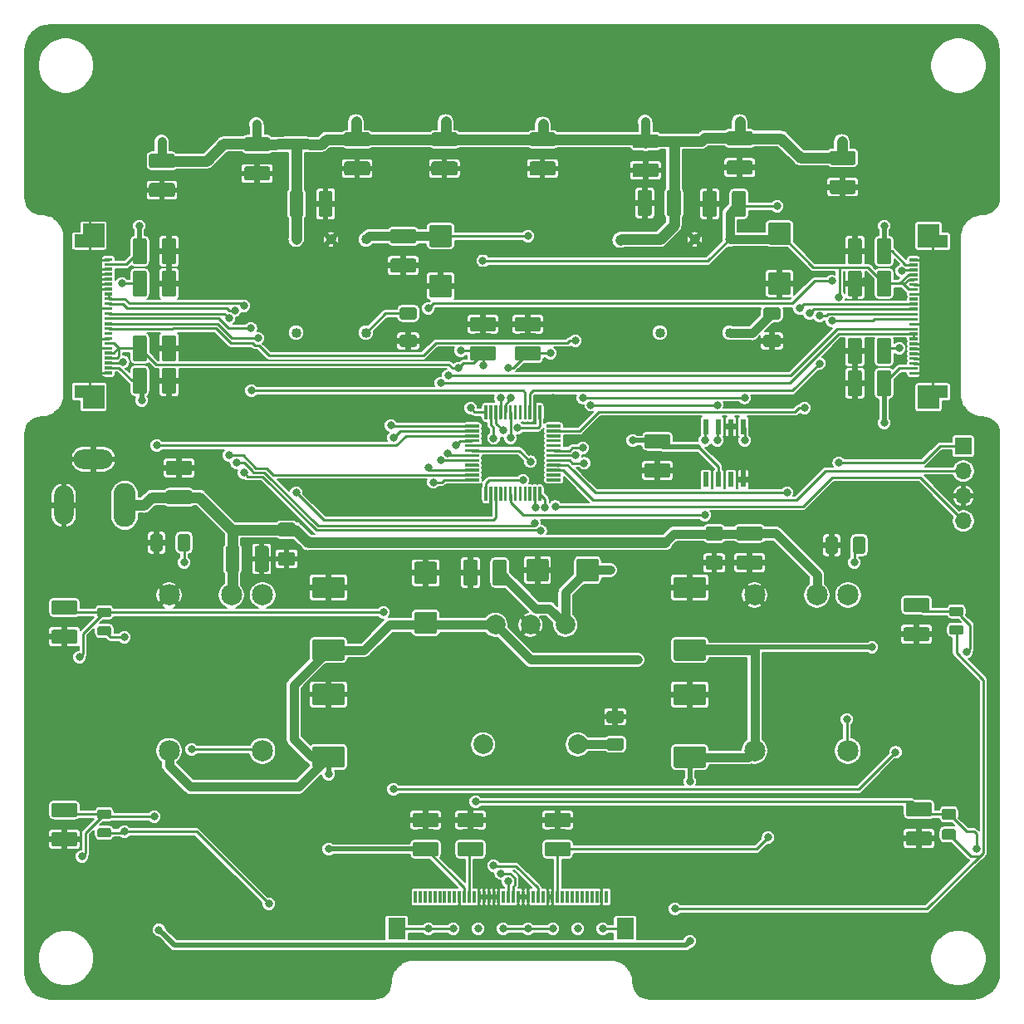
<source format=gbr>
%TF.GenerationSoftware,KiCad,Pcbnew,(5.1.5)-3*%
%TF.CreationDate,2020-05-13T22:14:54+03:00*%
%TF.ProjectId,dash-board,64617368-2d62-46f6-9172-642e6b696361,rev?*%
%TF.SameCoordinates,Original*%
%TF.FileFunction,Copper,L2,Bot*%
%TF.FilePolarity,Positive*%
%FSLAX46Y46*%
G04 Gerber Fmt 4.6, Leading zero omitted, Abs format (unit mm)*
G04 Created by KiCad (PCBNEW (5.1.5)-3) date 2020-05-13 22:14:54*
%MOMM*%
%LPD*%
G04 APERTURE LIST*
%ADD10O,1.700000X1.700000*%
%ADD11R,1.700000X1.700000*%
%ADD12C,0.100000*%
%ADD13C,1.016000*%
%ADD14O,2.250000X4.500000*%
%ADD15O,4.000000X2.000000*%
%ADD16O,2.000000X4.000000*%
%ADD17C,2.160000*%
%ADD18C,2.000000*%
%ADD19R,0.600000X1.500000*%
%ADD20R,0.300000X1.300000*%
%ADD21R,1.800000X2.200000*%
%ADD22C,0.800000*%
%ADD23C,0.250000*%
%ADD24C,0.919283*%
%ADD25C,1.063070*%
%ADD26C,0.525491*%
%ADD27C,0.128000*%
G04 APERTURE END LIST*
D10*
X146000000Y-101920000D03*
X146000000Y-99380000D03*
X146000000Y-96840000D03*
D11*
X146000000Y-94300000D03*
%TA.AperFunction,SMDPad,CuDef*%
D12*
G36*
X94199504Y-65276204D02*
G01*
X94223773Y-65279804D01*
X94247571Y-65285765D01*
X94270671Y-65294030D01*
X94292849Y-65304520D01*
X94313893Y-65317133D01*
X94333598Y-65331747D01*
X94351777Y-65348223D01*
X94368253Y-65366402D01*
X94382867Y-65386107D01*
X94395480Y-65407151D01*
X94405970Y-65429329D01*
X94414235Y-65452429D01*
X94420196Y-65476227D01*
X94423796Y-65500496D01*
X94425000Y-65525000D01*
X94425000Y-66450000D01*
X94423796Y-66474504D01*
X94420196Y-66498773D01*
X94414235Y-66522571D01*
X94405970Y-66545671D01*
X94395480Y-66567849D01*
X94382867Y-66588893D01*
X94368253Y-66608598D01*
X94351777Y-66626777D01*
X94333598Y-66643253D01*
X94313893Y-66657867D01*
X94292849Y-66670480D01*
X94270671Y-66680970D01*
X94247571Y-66689235D01*
X94223773Y-66695196D01*
X94199504Y-66698796D01*
X94175000Y-66700000D01*
X92025000Y-66700000D01*
X92000496Y-66698796D01*
X91976227Y-66695196D01*
X91952429Y-66689235D01*
X91929329Y-66680970D01*
X91907151Y-66670480D01*
X91886107Y-66657867D01*
X91866402Y-66643253D01*
X91848223Y-66626777D01*
X91831747Y-66608598D01*
X91817133Y-66588893D01*
X91804520Y-66567849D01*
X91794030Y-66545671D01*
X91785765Y-66522571D01*
X91779804Y-66498773D01*
X91776204Y-66474504D01*
X91775000Y-66450000D01*
X91775000Y-65525000D01*
X91776204Y-65500496D01*
X91779804Y-65476227D01*
X91785765Y-65452429D01*
X91794030Y-65429329D01*
X91804520Y-65407151D01*
X91817133Y-65386107D01*
X91831747Y-65366402D01*
X91848223Y-65348223D01*
X91866402Y-65331747D01*
X91886107Y-65317133D01*
X91907151Y-65304520D01*
X91929329Y-65294030D01*
X91952429Y-65285765D01*
X91976227Y-65279804D01*
X92000496Y-65276204D01*
X92025000Y-65275000D01*
X94175000Y-65275000D01*
X94199504Y-65276204D01*
G37*
%TD.AperFunction*%
%TA.AperFunction,SMDPad,CuDef*%
G36*
X94199504Y-62301204D02*
G01*
X94223773Y-62304804D01*
X94247571Y-62310765D01*
X94270671Y-62319030D01*
X94292849Y-62329520D01*
X94313893Y-62342133D01*
X94333598Y-62356747D01*
X94351777Y-62373223D01*
X94368253Y-62391402D01*
X94382867Y-62411107D01*
X94395480Y-62432151D01*
X94405970Y-62454329D01*
X94414235Y-62477429D01*
X94420196Y-62501227D01*
X94423796Y-62525496D01*
X94425000Y-62550000D01*
X94425000Y-63475000D01*
X94423796Y-63499504D01*
X94420196Y-63523773D01*
X94414235Y-63547571D01*
X94405970Y-63570671D01*
X94395480Y-63592849D01*
X94382867Y-63613893D01*
X94368253Y-63633598D01*
X94351777Y-63651777D01*
X94333598Y-63668253D01*
X94313893Y-63682867D01*
X94292849Y-63695480D01*
X94270671Y-63705970D01*
X94247571Y-63714235D01*
X94223773Y-63720196D01*
X94199504Y-63723796D01*
X94175000Y-63725000D01*
X92025000Y-63725000D01*
X92000496Y-63723796D01*
X91976227Y-63720196D01*
X91952429Y-63714235D01*
X91929329Y-63705970D01*
X91907151Y-63695480D01*
X91886107Y-63682867D01*
X91866402Y-63668253D01*
X91848223Y-63651777D01*
X91831747Y-63633598D01*
X91817133Y-63613893D01*
X91804520Y-63592849D01*
X91794030Y-63570671D01*
X91785765Y-63547571D01*
X91779804Y-63523773D01*
X91776204Y-63499504D01*
X91775000Y-63475000D01*
X91775000Y-62550000D01*
X91776204Y-62525496D01*
X91779804Y-62501227D01*
X91785765Y-62477429D01*
X91794030Y-62454329D01*
X91804520Y-62432151D01*
X91817133Y-62411107D01*
X91831747Y-62391402D01*
X91848223Y-62373223D01*
X91866402Y-62356747D01*
X91886107Y-62342133D01*
X91907151Y-62329520D01*
X91929329Y-62319030D01*
X91952429Y-62310765D01*
X91976227Y-62304804D01*
X92000496Y-62301204D01*
X92025000Y-62300000D01*
X94175000Y-62300000D01*
X94199504Y-62301204D01*
G37*
%TD.AperFunction*%
%TA.AperFunction,SMDPad,CuDef*%
G36*
X124299504Y-65176204D02*
G01*
X124323773Y-65179804D01*
X124347571Y-65185765D01*
X124370671Y-65194030D01*
X124392849Y-65204520D01*
X124413893Y-65217133D01*
X124433598Y-65231747D01*
X124451777Y-65248223D01*
X124468253Y-65266402D01*
X124482867Y-65286107D01*
X124495480Y-65307151D01*
X124505970Y-65329329D01*
X124514235Y-65352429D01*
X124520196Y-65376227D01*
X124523796Y-65400496D01*
X124525000Y-65425000D01*
X124525000Y-66350000D01*
X124523796Y-66374504D01*
X124520196Y-66398773D01*
X124514235Y-66422571D01*
X124505970Y-66445671D01*
X124495480Y-66467849D01*
X124482867Y-66488893D01*
X124468253Y-66508598D01*
X124451777Y-66526777D01*
X124433598Y-66543253D01*
X124413893Y-66557867D01*
X124392849Y-66570480D01*
X124370671Y-66580970D01*
X124347571Y-66589235D01*
X124323773Y-66595196D01*
X124299504Y-66598796D01*
X124275000Y-66600000D01*
X122125000Y-66600000D01*
X122100496Y-66598796D01*
X122076227Y-66595196D01*
X122052429Y-66589235D01*
X122029329Y-66580970D01*
X122007151Y-66570480D01*
X121986107Y-66557867D01*
X121966402Y-66543253D01*
X121948223Y-66526777D01*
X121931747Y-66508598D01*
X121917133Y-66488893D01*
X121904520Y-66467849D01*
X121894030Y-66445671D01*
X121885765Y-66422571D01*
X121879804Y-66398773D01*
X121876204Y-66374504D01*
X121875000Y-66350000D01*
X121875000Y-65425000D01*
X121876204Y-65400496D01*
X121879804Y-65376227D01*
X121885765Y-65352429D01*
X121894030Y-65329329D01*
X121904520Y-65307151D01*
X121917133Y-65286107D01*
X121931747Y-65266402D01*
X121948223Y-65248223D01*
X121966402Y-65231747D01*
X121986107Y-65217133D01*
X122007151Y-65204520D01*
X122029329Y-65194030D01*
X122052429Y-65185765D01*
X122076227Y-65179804D01*
X122100496Y-65176204D01*
X122125000Y-65175000D01*
X124275000Y-65175000D01*
X124299504Y-65176204D01*
G37*
%TD.AperFunction*%
%TA.AperFunction,SMDPad,CuDef*%
G36*
X124299504Y-62201204D02*
G01*
X124323773Y-62204804D01*
X124347571Y-62210765D01*
X124370671Y-62219030D01*
X124392849Y-62229520D01*
X124413893Y-62242133D01*
X124433598Y-62256747D01*
X124451777Y-62273223D01*
X124468253Y-62291402D01*
X124482867Y-62311107D01*
X124495480Y-62332151D01*
X124505970Y-62354329D01*
X124514235Y-62377429D01*
X124520196Y-62401227D01*
X124523796Y-62425496D01*
X124525000Y-62450000D01*
X124525000Y-63375000D01*
X124523796Y-63399504D01*
X124520196Y-63423773D01*
X124514235Y-63447571D01*
X124505970Y-63470671D01*
X124495480Y-63492849D01*
X124482867Y-63513893D01*
X124468253Y-63533598D01*
X124451777Y-63551777D01*
X124433598Y-63568253D01*
X124413893Y-63582867D01*
X124392849Y-63595480D01*
X124370671Y-63605970D01*
X124347571Y-63614235D01*
X124323773Y-63620196D01*
X124299504Y-63623796D01*
X124275000Y-63625000D01*
X122125000Y-63625000D01*
X122100496Y-63623796D01*
X122076227Y-63620196D01*
X122052429Y-63614235D01*
X122029329Y-63605970D01*
X122007151Y-63595480D01*
X121986107Y-63582867D01*
X121966402Y-63568253D01*
X121948223Y-63551777D01*
X121931747Y-63533598D01*
X121917133Y-63513893D01*
X121904520Y-63492849D01*
X121894030Y-63470671D01*
X121885765Y-63447571D01*
X121879804Y-63423773D01*
X121876204Y-63399504D01*
X121875000Y-63375000D01*
X121875000Y-62450000D01*
X121876204Y-62425496D01*
X121879804Y-62401227D01*
X121885765Y-62377429D01*
X121894030Y-62354329D01*
X121904520Y-62332151D01*
X121917133Y-62311107D01*
X121931747Y-62291402D01*
X121948223Y-62273223D01*
X121966402Y-62256747D01*
X121986107Y-62242133D01*
X122007151Y-62229520D01*
X122029329Y-62219030D01*
X122052429Y-62210765D01*
X122076227Y-62204804D01*
X122100496Y-62201204D01*
X122125000Y-62200000D01*
X124275000Y-62200000D01*
X124299504Y-62201204D01*
G37*
%TD.AperFunction*%
%TA.AperFunction,SMDPad,CuDef*%
G36*
X104199504Y-65276204D02*
G01*
X104223773Y-65279804D01*
X104247571Y-65285765D01*
X104270671Y-65294030D01*
X104292849Y-65304520D01*
X104313893Y-65317133D01*
X104333598Y-65331747D01*
X104351777Y-65348223D01*
X104368253Y-65366402D01*
X104382867Y-65386107D01*
X104395480Y-65407151D01*
X104405970Y-65429329D01*
X104414235Y-65452429D01*
X104420196Y-65476227D01*
X104423796Y-65500496D01*
X104425000Y-65525000D01*
X104425000Y-66450000D01*
X104423796Y-66474504D01*
X104420196Y-66498773D01*
X104414235Y-66522571D01*
X104405970Y-66545671D01*
X104395480Y-66567849D01*
X104382867Y-66588893D01*
X104368253Y-66608598D01*
X104351777Y-66626777D01*
X104333598Y-66643253D01*
X104313893Y-66657867D01*
X104292849Y-66670480D01*
X104270671Y-66680970D01*
X104247571Y-66689235D01*
X104223773Y-66695196D01*
X104199504Y-66698796D01*
X104175000Y-66700000D01*
X102025000Y-66700000D01*
X102000496Y-66698796D01*
X101976227Y-66695196D01*
X101952429Y-66689235D01*
X101929329Y-66680970D01*
X101907151Y-66670480D01*
X101886107Y-66657867D01*
X101866402Y-66643253D01*
X101848223Y-66626777D01*
X101831747Y-66608598D01*
X101817133Y-66588893D01*
X101804520Y-66567849D01*
X101794030Y-66545671D01*
X101785765Y-66522571D01*
X101779804Y-66498773D01*
X101776204Y-66474504D01*
X101775000Y-66450000D01*
X101775000Y-65525000D01*
X101776204Y-65500496D01*
X101779804Y-65476227D01*
X101785765Y-65452429D01*
X101794030Y-65429329D01*
X101804520Y-65407151D01*
X101817133Y-65386107D01*
X101831747Y-65366402D01*
X101848223Y-65348223D01*
X101866402Y-65331747D01*
X101886107Y-65317133D01*
X101907151Y-65304520D01*
X101929329Y-65294030D01*
X101952429Y-65285765D01*
X101976227Y-65279804D01*
X102000496Y-65276204D01*
X102025000Y-65275000D01*
X104175000Y-65275000D01*
X104199504Y-65276204D01*
G37*
%TD.AperFunction*%
%TA.AperFunction,SMDPad,CuDef*%
G36*
X104199504Y-62301204D02*
G01*
X104223773Y-62304804D01*
X104247571Y-62310765D01*
X104270671Y-62319030D01*
X104292849Y-62329520D01*
X104313893Y-62342133D01*
X104333598Y-62356747D01*
X104351777Y-62373223D01*
X104368253Y-62391402D01*
X104382867Y-62411107D01*
X104395480Y-62432151D01*
X104405970Y-62454329D01*
X104414235Y-62477429D01*
X104420196Y-62501227D01*
X104423796Y-62525496D01*
X104425000Y-62550000D01*
X104425000Y-63475000D01*
X104423796Y-63499504D01*
X104420196Y-63523773D01*
X104414235Y-63547571D01*
X104405970Y-63570671D01*
X104395480Y-63592849D01*
X104382867Y-63613893D01*
X104368253Y-63633598D01*
X104351777Y-63651777D01*
X104333598Y-63668253D01*
X104313893Y-63682867D01*
X104292849Y-63695480D01*
X104270671Y-63705970D01*
X104247571Y-63714235D01*
X104223773Y-63720196D01*
X104199504Y-63723796D01*
X104175000Y-63725000D01*
X102025000Y-63725000D01*
X102000496Y-63723796D01*
X101976227Y-63720196D01*
X101952429Y-63714235D01*
X101929329Y-63705970D01*
X101907151Y-63695480D01*
X101886107Y-63682867D01*
X101866402Y-63668253D01*
X101848223Y-63651777D01*
X101831747Y-63633598D01*
X101817133Y-63613893D01*
X101804520Y-63592849D01*
X101794030Y-63570671D01*
X101785765Y-63547571D01*
X101779804Y-63523773D01*
X101776204Y-63499504D01*
X101775000Y-63475000D01*
X101775000Y-62550000D01*
X101776204Y-62525496D01*
X101779804Y-62501227D01*
X101785765Y-62477429D01*
X101794030Y-62454329D01*
X101804520Y-62432151D01*
X101817133Y-62411107D01*
X101831747Y-62391402D01*
X101848223Y-62373223D01*
X101866402Y-62356747D01*
X101886107Y-62342133D01*
X101907151Y-62329520D01*
X101929329Y-62319030D01*
X101952429Y-62310765D01*
X101976227Y-62304804D01*
X102000496Y-62301204D01*
X102025000Y-62300000D01*
X104175000Y-62300000D01*
X104199504Y-62301204D01*
G37*
%TD.AperFunction*%
D13*
X122174000Y-73215500D03*
X118618000Y-73215500D03*
X115062000Y-73215500D03*
X122174000Y-82740500D03*
X115062000Y-82740500D03*
X85090000Y-73215500D03*
X81534000Y-73215500D03*
X77978000Y-73215500D03*
X85090000Y-82740500D03*
X77978000Y-82740500D03*
%TA.AperFunction,SMDPad,CuDef*%
D12*
G36*
X74962004Y-104476204D02*
G01*
X74986273Y-104479804D01*
X75010071Y-104485765D01*
X75033171Y-104494030D01*
X75055349Y-104504520D01*
X75076393Y-104517133D01*
X75096098Y-104531747D01*
X75114277Y-104548223D01*
X75130753Y-104566402D01*
X75145367Y-104586107D01*
X75157980Y-104607151D01*
X75168470Y-104629329D01*
X75176735Y-104652429D01*
X75182696Y-104676227D01*
X75186296Y-104700496D01*
X75187500Y-104725000D01*
X75187500Y-106875000D01*
X75186296Y-106899504D01*
X75182696Y-106923773D01*
X75176735Y-106947571D01*
X75168470Y-106970671D01*
X75157980Y-106992849D01*
X75145367Y-107013893D01*
X75130753Y-107033598D01*
X75114277Y-107051777D01*
X75096098Y-107068253D01*
X75076393Y-107082867D01*
X75055349Y-107095480D01*
X75033171Y-107105970D01*
X75010071Y-107114235D01*
X74986273Y-107120196D01*
X74962004Y-107123796D01*
X74937500Y-107125000D01*
X74012500Y-107125000D01*
X73987996Y-107123796D01*
X73963727Y-107120196D01*
X73939929Y-107114235D01*
X73916829Y-107105970D01*
X73894651Y-107095480D01*
X73873607Y-107082867D01*
X73853902Y-107068253D01*
X73835723Y-107051777D01*
X73819247Y-107033598D01*
X73804633Y-107013893D01*
X73792020Y-106992849D01*
X73781530Y-106970671D01*
X73773265Y-106947571D01*
X73767304Y-106923773D01*
X73763704Y-106899504D01*
X73762500Y-106875000D01*
X73762500Y-104725000D01*
X73763704Y-104700496D01*
X73767304Y-104676227D01*
X73773265Y-104652429D01*
X73781530Y-104629329D01*
X73792020Y-104607151D01*
X73804633Y-104586107D01*
X73819247Y-104566402D01*
X73835723Y-104548223D01*
X73853902Y-104531747D01*
X73873607Y-104517133D01*
X73894651Y-104504520D01*
X73916829Y-104494030D01*
X73939929Y-104485765D01*
X73963727Y-104479804D01*
X73987996Y-104476204D01*
X74012500Y-104475000D01*
X74937500Y-104475000D01*
X74962004Y-104476204D01*
G37*
%TD.AperFunction*%
%TA.AperFunction,SMDPad,CuDef*%
G36*
X71987004Y-104476204D02*
G01*
X72011273Y-104479804D01*
X72035071Y-104485765D01*
X72058171Y-104494030D01*
X72080349Y-104504520D01*
X72101393Y-104517133D01*
X72121098Y-104531747D01*
X72139277Y-104548223D01*
X72155753Y-104566402D01*
X72170367Y-104586107D01*
X72182980Y-104607151D01*
X72193470Y-104629329D01*
X72201735Y-104652429D01*
X72207696Y-104676227D01*
X72211296Y-104700496D01*
X72212500Y-104725000D01*
X72212500Y-106875000D01*
X72211296Y-106899504D01*
X72207696Y-106923773D01*
X72201735Y-106947571D01*
X72193470Y-106970671D01*
X72182980Y-106992849D01*
X72170367Y-107013893D01*
X72155753Y-107033598D01*
X72139277Y-107051777D01*
X72121098Y-107068253D01*
X72101393Y-107082867D01*
X72080349Y-107095480D01*
X72058171Y-107105970D01*
X72035071Y-107114235D01*
X72011273Y-107120196D01*
X71987004Y-107123796D01*
X71962500Y-107125000D01*
X71037500Y-107125000D01*
X71012996Y-107123796D01*
X70988727Y-107120196D01*
X70964929Y-107114235D01*
X70941829Y-107105970D01*
X70919651Y-107095480D01*
X70898607Y-107082867D01*
X70878902Y-107068253D01*
X70860723Y-107051777D01*
X70844247Y-107033598D01*
X70829633Y-107013893D01*
X70817020Y-106992849D01*
X70806530Y-106970671D01*
X70798265Y-106947571D01*
X70792304Y-106923773D01*
X70788704Y-106899504D01*
X70787500Y-106875000D01*
X70787500Y-104725000D01*
X70788704Y-104700496D01*
X70792304Y-104676227D01*
X70798265Y-104652429D01*
X70806530Y-104629329D01*
X70817020Y-104607151D01*
X70829633Y-104586107D01*
X70844247Y-104566402D01*
X70860723Y-104548223D01*
X70878902Y-104531747D01*
X70898607Y-104517133D01*
X70919651Y-104504520D01*
X70941829Y-104494030D01*
X70964929Y-104485765D01*
X70988727Y-104479804D01*
X71012996Y-104476204D01*
X71037500Y-104475000D01*
X71962500Y-104475000D01*
X71987004Y-104476204D01*
G37*
%TD.AperFunction*%
D14*
X60498000Y-100330000D03*
D15*
X57298000Y-95630000D03*
D16*
X54298000Y-100330000D03*
%TA.AperFunction,SMDPad,CuDef*%
D12*
G36*
X77649504Y-105076204D02*
G01*
X77673773Y-105079804D01*
X77697571Y-105085765D01*
X77720671Y-105094030D01*
X77742849Y-105104520D01*
X77763893Y-105117133D01*
X77783598Y-105131747D01*
X77801777Y-105148223D01*
X77818253Y-105166402D01*
X77832867Y-105186107D01*
X77845480Y-105207151D01*
X77855970Y-105229329D01*
X77864235Y-105252429D01*
X77870196Y-105276227D01*
X77873796Y-105300496D01*
X77875000Y-105325000D01*
X77875000Y-106250000D01*
X77873796Y-106274504D01*
X77870196Y-106298773D01*
X77864235Y-106322571D01*
X77855970Y-106345671D01*
X77845480Y-106367849D01*
X77832867Y-106388893D01*
X77818253Y-106408598D01*
X77801777Y-106426777D01*
X77783598Y-106443253D01*
X77763893Y-106457867D01*
X77742849Y-106470480D01*
X77720671Y-106480970D01*
X77697571Y-106489235D01*
X77673773Y-106495196D01*
X77649504Y-106498796D01*
X77625000Y-106500000D01*
X76375000Y-106500000D01*
X76350496Y-106498796D01*
X76326227Y-106495196D01*
X76302429Y-106489235D01*
X76279329Y-106480970D01*
X76257151Y-106470480D01*
X76236107Y-106457867D01*
X76216402Y-106443253D01*
X76198223Y-106426777D01*
X76181747Y-106408598D01*
X76167133Y-106388893D01*
X76154520Y-106367849D01*
X76144030Y-106345671D01*
X76135765Y-106322571D01*
X76129804Y-106298773D01*
X76126204Y-106274504D01*
X76125000Y-106250000D01*
X76125000Y-105325000D01*
X76126204Y-105300496D01*
X76129804Y-105276227D01*
X76135765Y-105252429D01*
X76144030Y-105229329D01*
X76154520Y-105207151D01*
X76167133Y-105186107D01*
X76181747Y-105166402D01*
X76198223Y-105148223D01*
X76216402Y-105131747D01*
X76236107Y-105117133D01*
X76257151Y-105104520D01*
X76279329Y-105094030D01*
X76302429Y-105085765D01*
X76326227Y-105079804D01*
X76350496Y-105076204D01*
X76375000Y-105075000D01*
X77625000Y-105075000D01*
X77649504Y-105076204D01*
G37*
%TD.AperFunction*%
%TA.AperFunction,SMDPad,CuDef*%
G36*
X77649504Y-102101204D02*
G01*
X77673773Y-102104804D01*
X77697571Y-102110765D01*
X77720671Y-102119030D01*
X77742849Y-102129520D01*
X77763893Y-102142133D01*
X77783598Y-102156747D01*
X77801777Y-102173223D01*
X77818253Y-102191402D01*
X77832867Y-102211107D01*
X77845480Y-102232151D01*
X77855970Y-102254329D01*
X77864235Y-102277429D01*
X77870196Y-102301227D01*
X77873796Y-102325496D01*
X77875000Y-102350000D01*
X77875000Y-103275000D01*
X77873796Y-103299504D01*
X77870196Y-103323773D01*
X77864235Y-103347571D01*
X77855970Y-103370671D01*
X77845480Y-103392849D01*
X77832867Y-103413893D01*
X77818253Y-103433598D01*
X77801777Y-103451777D01*
X77783598Y-103468253D01*
X77763893Y-103482867D01*
X77742849Y-103495480D01*
X77720671Y-103505970D01*
X77697571Y-103514235D01*
X77673773Y-103520196D01*
X77649504Y-103523796D01*
X77625000Y-103525000D01*
X76375000Y-103525000D01*
X76350496Y-103523796D01*
X76326227Y-103520196D01*
X76302429Y-103514235D01*
X76279329Y-103505970D01*
X76257151Y-103495480D01*
X76236107Y-103482867D01*
X76216402Y-103468253D01*
X76198223Y-103451777D01*
X76181747Y-103433598D01*
X76167133Y-103413893D01*
X76154520Y-103392849D01*
X76144030Y-103370671D01*
X76135765Y-103347571D01*
X76129804Y-103323773D01*
X76126204Y-103299504D01*
X76125000Y-103275000D01*
X76125000Y-102350000D01*
X76126204Y-102325496D01*
X76129804Y-102301227D01*
X76135765Y-102277429D01*
X76144030Y-102254329D01*
X76154520Y-102232151D01*
X76167133Y-102211107D01*
X76181747Y-102191402D01*
X76198223Y-102173223D01*
X76216402Y-102156747D01*
X76236107Y-102142133D01*
X76257151Y-102129520D01*
X76279329Y-102119030D01*
X76302429Y-102110765D01*
X76326227Y-102104804D01*
X76350496Y-102101204D01*
X76375000Y-102100000D01*
X77625000Y-102100000D01*
X77649504Y-102101204D01*
G37*
%TD.AperFunction*%
D17*
X65024000Y-109474000D03*
X71374000Y-109474000D03*
X74554000Y-109474000D03*
X74544000Y-125354000D03*
X65024000Y-125354000D03*
%TA.AperFunction,SMDPad,CuDef*%
D12*
G36*
X67139504Y-95808704D02*
G01*
X67163773Y-95812304D01*
X67187571Y-95818265D01*
X67210671Y-95826530D01*
X67232849Y-95837020D01*
X67253893Y-95849633D01*
X67273598Y-95864247D01*
X67291777Y-95880723D01*
X67308253Y-95898902D01*
X67322867Y-95918607D01*
X67335480Y-95939651D01*
X67345970Y-95961829D01*
X67354235Y-95984929D01*
X67360196Y-96008727D01*
X67363796Y-96032996D01*
X67365000Y-96057500D01*
X67365000Y-96982500D01*
X67363796Y-97007004D01*
X67360196Y-97031273D01*
X67354235Y-97055071D01*
X67345970Y-97078171D01*
X67335480Y-97100349D01*
X67322867Y-97121393D01*
X67308253Y-97141098D01*
X67291777Y-97159277D01*
X67273598Y-97175753D01*
X67253893Y-97190367D01*
X67232849Y-97202980D01*
X67210671Y-97213470D01*
X67187571Y-97221735D01*
X67163773Y-97227696D01*
X67139504Y-97231296D01*
X67115000Y-97232500D01*
X64965000Y-97232500D01*
X64940496Y-97231296D01*
X64916227Y-97227696D01*
X64892429Y-97221735D01*
X64869329Y-97213470D01*
X64847151Y-97202980D01*
X64826107Y-97190367D01*
X64806402Y-97175753D01*
X64788223Y-97159277D01*
X64771747Y-97141098D01*
X64757133Y-97121393D01*
X64744520Y-97100349D01*
X64734030Y-97078171D01*
X64725765Y-97055071D01*
X64719804Y-97031273D01*
X64716204Y-97007004D01*
X64715000Y-96982500D01*
X64715000Y-96057500D01*
X64716204Y-96032996D01*
X64719804Y-96008727D01*
X64725765Y-95984929D01*
X64734030Y-95961829D01*
X64744520Y-95939651D01*
X64757133Y-95918607D01*
X64771747Y-95898902D01*
X64788223Y-95880723D01*
X64806402Y-95864247D01*
X64826107Y-95849633D01*
X64847151Y-95837020D01*
X64869329Y-95826530D01*
X64892429Y-95818265D01*
X64916227Y-95812304D01*
X64940496Y-95808704D01*
X64965000Y-95807500D01*
X67115000Y-95807500D01*
X67139504Y-95808704D01*
G37*
%TD.AperFunction*%
%TA.AperFunction,SMDPad,CuDef*%
G36*
X67139504Y-98783704D02*
G01*
X67163773Y-98787304D01*
X67187571Y-98793265D01*
X67210671Y-98801530D01*
X67232849Y-98812020D01*
X67253893Y-98824633D01*
X67273598Y-98839247D01*
X67291777Y-98855723D01*
X67308253Y-98873902D01*
X67322867Y-98893607D01*
X67335480Y-98914651D01*
X67345970Y-98936829D01*
X67354235Y-98959929D01*
X67360196Y-98983727D01*
X67363796Y-99007996D01*
X67365000Y-99032500D01*
X67365000Y-99957500D01*
X67363796Y-99982004D01*
X67360196Y-100006273D01*
X67354235Y-100030071D01*
X67345970Y-100053171D01*
X67335480Y-100075349D01*
X67322867Y-100096393D01*
X67308253Y-100116098D01*
X67291777Y-100134277D01*
X67273598Y-100150753D01*
X67253893Y-100165367D01*
X67232849Y-100177980D01*
X67210671Y-100188470D01*
X67187571Y-100196735D01*
X67163773Y-100202696D01*
X67139504Y-100206296D01*
X67115000Y-100207500D01*
X64965000Y-100207500D01*
X64940496Y-100206296D01*
X64916227Y-100202696D01*
X64892429Y-100196735D01*
X64869329Y-100188470D01*
X64847151Y-100177980D01*
X64826107Y-100165367D01*
X64806402Y-100150753D01*
X64788223Y-100134277D01*
X64771747Y-100116098D01*
X64757133Y-100096393D01*
X64744520Y-100075349D01*
X64734030Y-100053171D01*
X64725765Y-100030071D01*
X64719804Y-100006273D01*
X64716204Y-99982004D01*
X64715000Y-99957500D01*
X64715000Y-99032500D01*
X64716204Y-99007996D01*
X64719804Y-98983727D01*
X64725765Y-98959929D01*
X64734030Y-98936829D01*
X64744520Y-98914651D01*
X64757133Y-98893607D01*
X64771747Y-98873902D01*
X64788223Y-98855723D01*
X64806402Y-98839247D01*
X64826107Y-98824633D01*
X64847151Y-98812020D01*
X64869329Y-98801530D01*
X64892429Y-98793265D01*
X64916227Y-98787304D01*
X64940496Y-98783704D01*
X64965000Y-98782500D01*
X67115000Y-98782500D01*
X67139504Y-98783704D01*
G37*
%TD.AperFunction*%
%TA.AperFunction,SMDPad,CuDef*%
G36*
X96857504Y-134670704D02*
G01*
X96881773Y-134674304D01*
X96905571Y-134680265D01*
X96928671Y-134688530D01*
X96950849Y-134699020D01*
X96971893Y-134711633D01*
X96991598Y-134726247D01*
X97009777Y-134742723D01*
X97026253Y-134760902D01*
X97040867Y-134780607D01*
X97053480Y-134801651D01*
X97063970Y-134823829D01*
X97072235Y-134846929D01*
X97078196Y-134870727D01*
X97081796Y-134894996D01*
X97083000Y-134919500D01*
X97083000Y-135844500D01*
X97081796Y-135869004D01*
X97078196Y-135893273D01*
X97072235Y-135917071D01*
X97063970Y-135940171D01*
X97053480Y-135962349D01*
X97040867Y-135983393D01*
X97026253Y-136003098D01*
X97009777Y-136021277D01*
X96991598Y-136037753D01*
X96971893Y-136052367D01*
X96950849Y-136064980D01*
X96928671Y-136075470D01*
X96905571Y-136083735D01*
X96881773Y-136089696D01*
X96857504Y-136093296D01*
X96833000Y-136094500D01*
X94683000Y-136094500D01*
X94658496Y-136093296D01*
X94634227Y-136089696D01*
X94610429Y-136083735D01*
X94587329Y-136075470D01*
X94565151Y-136064980D01*
X94544107Y-136052367D01*
X94524402Y-136037753D01*
X94506223Y-136021277D01*
X94489747Y-136003098D01*
X94475133Y-135983393D01*
X94462520Y-135962349D01*
X94452030Y-135940171D01*
X94443765Y-135917071D01*
X94437804Y-135893273D01*
X94434204Y-135869004D01*
X94433000Y-135844500D01*
X94433000Y-134919500D01*
X94434204Y-134894996D01*
X94437804Y-134870727D01*
X94443765Y-134846929D01*
X94452030Y-134823829D01*
X94462520Y-134801651D01*
X94475133Y-134780607D01*
X94489747Y-134760902D01*
X94506223Y-134742723D01*
X94524402Y-134726247D01*
X94544107Y-134711633D01*
X94565151Y-134699020D01*
X94587329Y-134688530D01*
X94610429Y-134680265D01*
X94634227Y-134674304D01*
X94658496Y-134670704D01*
X94683000Y-134669500D01*
X96833000Y-134669500D01*
X96857504Y-134670704D01*
G37*
%TD.AperFunction*%
%TA.AperFunction,SMDPad,CuDef*%
G36*
X96857504Y-131695704D02*
G01*
X96881773Y-131699304D01*
X96905571Y-131705265D01*
X96928671Y-131713530D01*
X96950849Y-131724020D01*
X96971893Y-131736633D01*
X96991598Y-131751247D01*
X97009777Y-131767723D01*
X97026253Y-131785902D01*
X97040867Y-131805607D01*
X97053480Y-131826651D01*
X97063970Y-131848829D01*
X97072235Y-131871929D01*
X97078196Y-131895727D01*
X97081796Y-131919996D01*
X97083000Y-131944500D01*
X97083000Y-132869500D01*
X97081796Y-132894004D01*
X97078196Y-132918273D01*
X97072235Y-132942071D01*
X97063970Y-132965171D01*
X97053480Y-132987349D01*
X97040867Y-133008393D01*
X97026253Y-133028098D01*
X97009777Y-133046277D01*
X96991598Y-133062753D01*
X96971893Y-133077367D01*
X96950849Y-133089980D01*
X96928671Y-133100470D01*
X96905571Y-133108735D01*
X96881773Y-133114696D01*
X96857504Y-133118296D01*
X96833000Y-133119500D01*
X94683000Y-133119500D01*
X94658496Y-133118296D01*
X94634227Y-133114696D01*
X94610429Y-133108735D01*
X94587329Y-133100470D01*
X94565151Y-133089980D01*
X94544107Y-133077367D01*
X94524402Y-133062753D01*
X94506223Y-133046277D01*
X94489747Y-133028098D01*
X94475133Y-133008393D01*
X94462520Y-132987349D01*
X94452030Y-132965171D01*
X94443765Y-132942071D01*
X94437804Y-132918273D01*
X94434204Y-132894004D01*
X94433000Y-132869500D01*
X94433000Y-131944500D01*
X94434204Y-131919996D01*
X94437804Y-131895727D01*
X94443765Y-131871929D01*
X94452030Y-131848829D01*
X94462520Y-131826651D01*
X94475133Y-131805607D01*
X94489747Y-131785902D01*
X94506223Y-131767723D01*
X94524402Y-131751247D01*
X94544107Y-131736633D01*
X94565151Y-131724020D01*
X94587329Y-131713530D01*
X94610429Y-131705265D01*
X94634227Y-131699304D01*
X94658496Y-131695704D01*
X94683000Y-131694500D01*
X96833000Y-131694500D01*
X96857504Y-131695704D01*
G37*
%TD.AperFunction*%
%TA.AperFunction,SMDPad,CuDef*%
G36*
X62536004Y-76400204D02*
G01*
X62560273Y-76403804D01*
X62584071Y-76409765D01*
X62607171Y-76418030D01*
X62629349Y-76428520D01*
X62650393Y-76441133D01*
X62670098Y-76455747D01*
X62688277Y-76472223D01*
X62704753Y-76490402D01*
X62719367Y-76510107D01*
X62731980Y-76531151D01*
X62742470Y-76553329D01*
X62750735Y-76576429D01*
X62756696Y-76600227D01*
X62760296Y-76624496D01*
X62761500Y-76649000D01*
X62761500Y-78799000D01*
X62760296Y-78823504D01*
X62756696Y-78847773D01*
X62750735Y-78871571D01*
X62742470Y-78894671D01*
X62731980Y-78916849D01*
X62719367Y-78937893D01*
X62704753Y-78957598D01*
X62688277Y-78975777D01*
X62670098Y-78992253D01*
X62650393Y-79006867D01*
X62629349Y-79019480D01*
X62607171Y-79029970D01*
X62584071Y-79038235D01*
X62560273Y-79044196D01*
X62536004Y-79047796D01*
X62511500Y-79049000D01*
X61586500Y-79049000D01*
X61561996Y-79047796D01*
X61537727Y-79044196D01*
X61513929Y-79038235D01*
X61490829Y-79029970D01*
X61468651Y-79019480D01*
X61447607Y-79006867D01*
X61427902Y-78992253D01*
X61409723Y-78975777D01*
X61393247Y-78957598D01*
X61378633Y-78937893D01*
X61366020Y-78916849D01*
X61355530Y-78894671D01*
X61347265Y-78871571D01*
X61341304Y-78847773D01*
X61337704Y-78823504D01*
X61336500Y-78799000D01*
X61336500Y-76649000D01*
X61337704Y-76624496D01*
X61341304Y-76600227D01*
X61347265Y-76576429D01*
X61355530Y-76553329D01*
X61366020Y-76531151D01*
X61378633Y-76510107D01*
X61393247Y-76490402D01*
X61409723Y-76472223D01*
X61427902Y-76455747D01*
X61447607Y-76441133D01*
X61468651Y-76428520D01*
X61490829Y-76418030D01*
X61513929Y-76409765D01*
X61537727Y-76403804D01*
X61561996Y-76400204D01*
X61586500Y-76399000D01*
X62511500Y-76399000D01*
X62536004Y-76400204D01*
G37*
%TD.AperFunction*%
%TA.AperFunction,SMDPad,CuDef*%
G36*
X65511004Y-76400204D02*
G01*
X65535273Y-76403804D01*
X65559071Y-76409765D01*
X65582171Y-76418030D01*
X65604349Y-76428520D01*
X65625393Y-76441133D01*
X65645098Y-76455747D01*
X65663277Y-76472223D01*
X65679753Y-76490402D01*
X65694367Y-76510107D01*
X65706980Y-76531151D01*
X65717470Y-76553329D01*
X65725735Y-76576429D01*
X65731696Y-76600227D01*
X65735296Y-76624496D01*
X65736500Y-76649000D01*
X65736500Y-78799000D01*
X65735296Y-78823504D01*
X65731696Y-78847773D01*
X65725735Y-78871571D01*
X65717470Y-78894671D01*
X65706980Y-78916849D01*
X65694367Y-78937893D01*
X65679753Y-78957598D01*
X65663277Y-78975777D01*
X65645098Y-78992253D01*
X65625393Y-79006867D01*
X65604349Y-79019480D01*
X65582171Y-79029970D01*
X65559071Y-79038235D01*
X65535273Y-79044196D01*
X65511004Y-79047796D01*
X65486500Y-79049000D01*
X64561500Y-79049000D01*
X64536996Y-79047796D01*
X64512727Y-79044196D01*
X64488929Y-79038235D01*
X64465829Y-79029970D01*
X64443651Y-79019480D01*
X64422607Y-79006867D01*
X64402902Y-78992253D01*
X64384723Y-78975777D01*
X64368247Y-78957598D01*
X64353633Y-78937893D01*
X64341020Y-78916849D01*
X64330530Y-78894671D01*
X64322265Y-78871571D01*
X64316304Y-78847773D01*
X64312704Y-78823504D01*
X64311500Y-78799000D01*
X64311500Y-76649000D01*
X64312704Y-76624496D01*
X64316304Y-76600227D01*
X64322265Y-76576429D01*
X64330530Y-76553329D01*
X64341020Y-76531151D01*
X64353633Y-76510107D01*
X64368247Y-76490402D01*
X64384723Y-76472223D01*
X64402902Y-76455747D01*
X64422607Y-76441133D01*
X64443651Y-76428520D01*
X64465829Y-76418030D01*
X64488929Y-76409765D01*
X64512727Y-76403804D01*
X64536996Y-76400204D01*
X64561500Y-76399000D01*
X65486500Y-76399000D01*
X65511004Y-76400204D01*
G37*
%TD.AperFunction*%
%TA.AperFunction,SMDPad,CuDef*%
G36*
X134799504Y-67176204D02*
G01*
X134823773Y-67179804D01*
X134847571Y-67185765D01*
X134870671Y-67194030D01*
X134892849Y-67204520D01*
X134913893Y-67217133D01*
X134933598Y-67231747D01*
X134951777Y-67248223D01*
X134968253Y-67266402D01*
X134982867Y-67286107D01*
X134995480Y-67307151D01*
X135005970Y-67329329D01*
X135014235Y-67352429D01*
X135020196Y-67376227D01*
X135023796Y-67400496D01*
X135025000Y-67425000D01*
X135025000Y-68350000D01*
X135023796Y-68374504D01*
X135020196Y-68398773D01*
X135014235Y-68422571D01*
X135005970Y-68445671D01*
X134995480Y-68467849D01*
X134982867Y-68488893D01*
X134968253Y-68508598D01*
X134951777Y-68526777D01*
X134933598Y-68543253D01*
X134913893Y-68557867D01*
X134892849Y-68570480D01*
X134870671Y-68580970D01*
X134847571Y-68589235D01*
X134823773Y-68595196D01*
X134799504Y-68598796D01*
X134775000Y-68600000D01*
X132625000Y-68600000D01*
X132600496Y-68598796D01*
X132576227Y-68595196D01*
X132552429Y-68589235D01*
X132529329Y-68580970D01*
X132507151Y-68570480D01*
X132486107Y-68557867D01*
X132466402Y-68543253D01*
X132448223Y-68526777D01*
X132431747Y-68508598D01*
X132417133Y-68488893D01*
X132404520Y-68467849D01*
X132394030Y-68445671D01*
X132385765Y-68422571D01*
X132379804Y-68398773D01*
X132376204Y-68374504D01*
X132375000Y-68350000D01*
X132375000Y-67425000D01*
X132376204Y-67400496D01*
X132379804Y-67376227D01*
X132385765Y-67352429D01*
X132394030Y-67329329D01*
X132404520Y-67307151D01*
X132417133Y-67286107D01*
X132431747Y-67266402D01*
X132448223Y-67248223D01*
X132466402Y-67231747D01*
X132486107Y-67217133D01*
X132507151Y-67204520D01*
X132529329Y-67194030D01*
X132552429Y-67185765D01*
X132576227Y-67179804D01*
X132600496Y-67176204D01*
X132625000Y-67175000D01*
X134775000Y-67175000D01*
X134799504Y-67176204D01*
G37*
%TD.AperFunction*%
%TA.AperFunction,SMDPad,CuDef*%
G36*
X134799504Y-64201204D02*
G01*
X134823773Y-64204804D01*
X134847571Y-64210765D01*
X134870671Y-64219030D01*
X134892849Y-64229520D01*
X134913893Y-64242133D01*
X134933598Y-64256747D01*
X134951777Y-64273223D01*
X134968253Y-64291402D01*
X134982867Y-64311107D01*
X134995480Y-64332151D01*
X135005970Y-64354329D01*
X135014235Y-64377429D01*
X135020196Y-64401227D01*
X135023796Y-64425496D01*
X135025000Y-64450000D01*
X135025000Y-65375000D01*
X135023796Y-65399504D01*
X135020196Y-65423773D01*
X135014235Y-65447571D01*
X135005970Y-65470671D01*
X134995480Y-65492849D01*
X134982867Y-65513893D01*
X134968253Y-65533598D01*
X134951777Y-65551777D01*
X134933598Y-65568253D01*
X134913893Y-65582867D01*
X134892849Y-65595480D01*
X134870671Y-65605970D01*
X134847571Y-65614235D01*
X134823773Y-65620196D01*
X134799504Y-65623796D01*
X134775000Y-65625000D01*
X132625000Y-65625000D01*
X132600496Y-65623796D01*
X132576227Y-65620196D01*
X132552429Y-65614235D01*
X132529329Y-65605970D01*
X132507151Y-65595480D01*
X132486107Y-65582867D01*
X132466402Y-65568253D01*
X132448223Y-65551777D01*
X132431747Y-65533598D01*
X132417133Y-65513893D01*
X132404520Y-65492849D01*
X132394030Y-65470671D01*
X132385765Y-65447571D01*
X132379804Y-65423773D01*
X132376204Y-65399504D01*
X132375000Y-65375000D01*
X132375000Y-64450000D01*
X132376204Y-64425496D01*
X132379804Y-64401227D01*
X132385765Y-64377429D01*
X132394030Y-64354329D01*
X132404520Y-64332151D01*
X132417133Y-64311107D01*
X132431747Y-64291402D01*
X132448223Y-64273223D01*
X132466402Y-64256747D01*
X132486107Y-64242133D01*
X132507151Y-64229520D01*
X132529329Y-64219030D01*
X132552429Y-64210765D01*
X132576227Y-64204804D01*
X132600496Y-64201204D01*
X132625000Y-64200000D01*
X134775000Y-64200000D01*
X134799504Y-64201204D01*
G37*
%TD.AperFunction*%
%TA.AperFunction,SMDPad,CuDef*%
G36*
X114699504Y-65463704D02*
G01*
X114723773Y-65467304D01*
X114747571Y-65473265D01*
X114770671Y-65481530D01*
X114792849Y-65492020D01*
X114813893Y-65504633D01*
X114833598Y-65519247D01*
X114851777Y-65535723D01*
X114868253Y-65553902D01*
X114882867Y-65573607D01*
X114895480Y-65594651D01*
X114905970Y-65616829D01*
X114914235Y-65639929D01*
X114920196Y-65663727D01*
X114923796Y-65687996D01*
X114925000Y-65712500D01*
X114925000Y-66637500D01*
X114923796Y-66662004D01*
X114920196Y-66686273D01*
X114914235Y-66710071D01*
X114905970Y-66733171D01*
X114895480Y-66755349D01*
X114882867Y-66776393D01*
X114868253Y-66796098D01*
X114851777Y-66814277D01*
X114833598Y-66830753D01*
X114813893Y-66845367D01*
X114792849Y-66857980D01*
X114770671Y-66868470D01*
X114747571Y-66876735D01*
X114723773Y-66882696D01*
X114699504Y-66886296D01*
X114675000Y-66887500D01*
X112525000Y-66887500D01*
X112500496Y-66886296D01*
X112476227Y-66882696D01*
X112452429Y-66876735D01*
X112429329Y-66868470D01*
X112407151Y-66857980D01*
X112386107Y-66845367D01*
X112366402Y-66830753D01*
X112348223Y-66814277D01*
X112331747Y-66796098D01*
X112317133Y-66776393D01*
X112304520Y-66755349D01*
X112294030Y-66733171D01*
X112285765Y-66710071D01*
X112279804Y-66686273D01*
X112276204Y-66662004D01*
X112275000Y-66637500D01*
X112275000Y-65712500D01*
X112276204Y-65687996D01*
X112279804Y-65663727D01*
X112285765Y-65639929D01*
X112294030Y-65616829D01*
X112304520Y-65594651D01*
X112317133Y-65573607D01*
X112331747Y-65553902D01*
X112348223Y-65535723D01*
X112366402Y-65519247D01*
X112386107Y-65504633D01*
X112407151Y-65492020D01*
X112429329Y-65481530D01*
X112452429Y-65473265D01*
X112476227Y-65467304D01*
X112500496Y-65463704D01*
X112525000Y-65462500D01*
X114675000Y-65462500D01*
X114699504Y-65463704D01*
G37*
%TD.AperFunction*%
%TA.AperFunction,SMDPad,CuDef*%
G36*
X114699504Y-62488704D02*
G01*
X114723773Y-62492304D01*
X114747571Y-62498265D01*
X114770671Y-62506530D01*
X114792849Y-62517020D01*
X114813893Y-62529633D01*
X114833598Y-62544247D01*
X114851777Y-62560723D01*
X114868253Y-62578902D01*
X114882867Y-62598607D01*
X114895480Y-62619651D01*
X114905970Y-62641829D01*
X114914235Y-62664929D01*
X114920196Y-62688727D01*
X114923796Y-62712996D01*
X114925000Y-62737500D01*
X114925000Y-63662500D01*
X114923796Y-63687004D01*
X114920196Y-63711273D01*
X114914235Y-63735071D01*
X114905970Y-63758171D01*
X114895480Y-63780349D01*
X114882867Y-63801393D01*
X114868253Y-63821098D01*
X114851777Y-63839277D01*
X114833598Y-63855753D01*
X114813893Y-63870367D01*
X114792849Y-63882980D01*
X114770671Y-63893470D01*
X114747571Y-63901735D01*
X114723773Y-63907696D01*
X114699504Y-63911296D01*
X114675000Y-63912500D01*
X112525000Y-63912500D01*
X112500496Y-63911296D01*
X112476227Y-63907696D01*
X112452429Y-63901735D01*
X112429329Y-63893470D01*
X112407151Y-63882980D01*
X112386107Y-63870367D01*
X112366402Y-63855753D01*
X112348223Y-63839277D01*
X112331747Y-63821098D01*
X112317133Y-63801393D01*
X112304520Y-63780349D01*
X112294030Y-63758171D01*
X112285765Y-63735071D01*
X112279804Y-63711273D01*
X112276204Y-63687004D01*
X112275000Y-63662500D01*
X112275000Y-62737500D01*
X112276204Y-62712996D01*
X112279804Y-62688727D01*
X112285765Y-62664929D01*
X112294030Y-62641829D01*
X112304520Y-62619651D01*
X112317133Y-62598607D01*
X112331747Y-62578902D01*
X112348223Y-62560723D01*
X112366402Y-62544247D01*
X112386107Y-62529633D01*
X112407151Y-62517020D01*
X112429329Y-62506530D01*
X112452429Y-62498265D01*
X112476227Y-62492304D01*
X112500496Y-62488704D01*
X112525000Y-62487500D01*
X114675000Y-62487500D01*
X114699504Y-62488704D01*
G37*
%TD.AperFunction*%
%TA.AperFunction,SMDPad,CuDef*%
G36*
X85299504Y-65276204D02*
G01*
X85323773Y-65279804D01*
X85347571Y-65285765D01*
X85370671Y-65294030D01*
X85392849Y-65304520D01*
X85413893Y-65317133D01*
X85433598Y-65331747D01*
X85451777Y-65348223D01*
X85468253Y-65366402D01*
X85482867Y-65386107D01*
X85495480Y-65407151D01*
X85505970Y-65429329D01*
X85514235Y-65452429D01*
X85520196Y-65476227D01*
X85523796Y-65500496D01*
X85525000Y-65525000D01*
X85525000Y-66450000D01*
X85523796Y-66474504D01*
X85520196Y-66498773D01*
X85514235Y-66522571D01*
X85505970Y-66545671D01*
X85495480Y-66567849D01*
X85482867Y-66588893D01*
X85468253Y-66608598D01*
X85451777Y-66626777D01*
X85433598Y-66643253D01*
X85413893Y-66657867D01*
X85392849Y-66670480D01*
X85370671Y-66680970D01*
X85347571Y-66689235D01*
X85323773Y-66695196D01*
X85299504Y-66698796D01*
X85275000Y-66700000D01*
X83125000Y-66700000D01*
X83100496Y-66698796D01*
X83076227Y-66695196D01*
X83052429Y-66689235D01*
X83029329Y-66680970D01*
X83007151Y-66670480D01*
X82986107Y-66657867D01*
X82966402Y-66643253D01*
X82948223Y-66626777D01*
X82931747Y-66608598D01*
X82917133Y-66588893D01*
X82904520Y-66567849D01*
X82894030Y-66545671D01*
X82885765Y-66522571D01*
X82879804Y-66498773D01*
X82876204Y-66474504D01*
X82875000Y-66450000D01*
X82875000Y-65525000D01*
X82876204Y-65500496D01*
X82879804Y-65476227D01*
X82885765Y-65452429D01*
X82894030Y-65429329D01*
X82904520Y-65407151D01*
X82917133Y-65386107D01*
X82931747Y-65366402D01*
X82948223Y-65348223D01*
X82966402Y-65331747D01*
X82986107Y-65317133D01*
X83007151Y-65304520D01*
X83029329Y-65294030D01*
X83052429Y-65285765D01*
X83076227Y-65279804D01*
X83100496Y-65276204D01*
X83125000Y-65275000D01*
X85275000Y-65275000D01*
X85299504Y-65276204D01*
G37*
%TD.AperFunction*%
%TA.AperFunction,SMDPad,CuDef*%
G36*
X85299504Y-62301204D02*
G01*
X85323773Y-62304804D01*
X85347571Y-62310765D01*
X85370671Y-62319030D01*
X85392849Y-62329520D01*
X85413893Y-62342133D01*
X85433598Y-62356747D01*
X85451777Y-62373223D01*
X85468253Y-62391402D01*
X85482867Y-62411107D01*
X85495480Y-62432151D01*
X85505970Y-62454329D01*
X85514235Y-62477429D01*
X85520196Y-62501227D01*
X85523796Y-62525496D01*
X85525000Y-62550000D01*
X85525000Y-63475000D01*
X85523796Y-63499504D01*
X85520196Y-63523773D01*
X85514235Y-63547571D01*
X85505970Y-63570671D01*
X85495480Y-63592849D01*
X85482867Y-63613893D01*
X85468253Y-63633598D01*
X85451777Y-63651777D01*
X85433598Y-63668253D01*
X85413893Y-63682867D01*
X85392849Y-63695480D01*
X85370671Y-63705970D01*
X85347571Y-63714235D01*
X85323773Y-63720196D01*
X85299504Y-63723796D01*
X85275000Y-63725000D01*
X83125000Y-63725000D01*
X83100496Y-63723796D01*
X83076227Y-63720196D01*
X83052429Y-63714235D01*
X83029329Y-63705970D01*
X83007151Y-63695480D01*
X82986107Y-63682867D01*
X82966402Y-63668253D01*
X82948223Y-63651777D01*
X82931747Y-63633598D01*
X82917133Y-63613893D01*
X82904520Y-63592849D01*
X82894030Y-63570671D01*
X82885765Y-63547571D01*
X82879804Y-63523773D01*
X82876204Y-63499504D01*
X82875000Y-63475000D01*
X82875000Y-62550000D01*
X82876204Y-62525496D01*
X82879804Y-62501227D01*
X82885765Y-62477429D01*
X82894030Y-62454329D01*
X82904520Y-62432151D01*
X82917133Y-62411107D01*
X82931747Y-62391402D01*
X82948223Y-62373223D01*
X82966402Y-62356747D01*
X82986107Y-62342133D01*
X83007151Y-62329520D01*
X83029329Y-62319030D01*
X83052429Y-62310765D01*
X83076227Y-62304804D01*
X83100496Y-62301204D01*
X83125000Y-62300000D01*
X85275000Y-62300000D01*
X85299504Y-62301204D01*
G37*
%TD.AperFunction*%
%TA.AperFunction,SMDPad,CuDef*%
G36*
X75099504Y-65776204D02*
G01*
X75123773Y-65779804D01*
X75147571Y-65785765D01*
X75170671Y-65794030D01*
X75192849Y-65804520D01*
X75213893Y-65817133D01*
X75233598Y-65831747D01*
X75251777Y-65848223D01*
X75268253Y-65866402D01*
X75282867Y-65886107D01*
X75295480Y-65907151D01*
X75305970Y-65929329D01*
X75314235Y-65952429D01*
X75320196Y-65976227D01*
X75323796Y-66000496D01*
X75325000Y-66025000D01*
X75325000Y-66950000D01*
X75323796Y-66974504D01*
X75320196Y-66998773D01*
X75314235Y-67022571D01*
X75305970Y-67045671D01*
X75295480Y-67067849D01*
X75282867Y-67088893D01*
X75268253Y-67108598D01*
X75251777Y-67126777D01*
X75233598Y-67143253D01*
X75213893Y-67157867D01*
X75192849Y-67170480D01*
X75170671Y-67180970D01*
X75147571Y-67189235D01*
X75123773Y-67195196D01*
X75099504Y-67198796D01*
X75075000Y-67200000D01*
X72925000Y-67200000D01*
X72900496Y-67198796D01*
X72876227Y-67195196D01*
X72852429Y-67189235D01*
X72829329Y-67180970D01*
X72807151Y-67170480D01*
X72786107Y-67157867D01*
X72766402Y-67143253D01*
X72748223Y-67126777D01*
X72731747Y-67108598D01*
X72717133Y-67088893D01*
X72704520Y-67067849D01*
X72694030Y-67045671D01*
X72685765Y-67022571D01*
X72679804Y-66998773D01*
X72676204Y-66974504D01*
X72675000Y-66950000D01*
X72675000Y-66025000D01*
X72676204Y-66000496D01*
X72679804Y-65976227D01*
X72685765Y-65952429D01*
X72694030Y-65929329D01*
X72704520Y-65907151D01*
X72717133Y-65886107D01*
X72731747Y-65866402D01*
X72748223Y-65848223D01*
X72766402Y-65831747D01*
X72786107Y-65817133D01*
X72807151Y-65804520D01*
X72829329Y-65794030D01*
X72852429Y-65785765D01*
X72876227Y-65779804D01*
X72900496Y-65776204D01*
X72925000Y-65775000D01*
X75075000Y-65775000D01*
X75099504Y-65776204D01*
G37*
%TD.AperFunction*%
%TA.AperFunction,SMDPad,CuDef*%
G36*
X75099504Y-62801204D02*
G01*
X75123773Y-62804804D01*
X75147571Y-62810765D01*
X75170671Y-62819030D01*
X75192849Y-62829520D01*
X75213893Y-62842133D01*
X75233598Y-62856747D01*
X75251777Y-62873223D01*
X75268253Y-62891402D01*
X75282867Y-62911107D01*
X75295480Y-62932151D01*
X75305970Y-62954329D01*
X75314235Y-62977429D01*
X75320196Y-63001227D01*
X75323796Y-63025496D01*
X75325000Y-63050000D01*
X75325000Y-63975000D01*
X75323796Y-63999504D01*
X75320196Y-64023773D01*
X75314235Y-64047571D01*
X75305970Y-64070671D01*
X75295480Y-64092849D01*
X75282867Y-64113893D01*
X75268253Y-64133598D01*
X75251777Y-64151777D01*
X75233598Y-64168253D01*
X75213893Y-64182867D01*
X75192849Y-64195480D01*
X75170671Y-64205970D01*
X75147571Y-64214235D01*
X75123773Y-64220196D01*
X75099504Y-64223796D01*
X75075000Y-64225000D01*
X72925000Y-64225000D01*
X72900496Y-64223796D01*
X72876227Y-64220196D01*
X72852429Y-64214235D01*
X72829329Y-64205970D01*
X72807151Y-64195480D01*
X72786107Y-64182867D01*
X72766402Y-64168253D01*
X72748223Y-64151777D01*
X72731747Y-64133598D01*
X72717133Y-64113893D01*
X72704520Y-64092849D01*
X72694030Y-64070671D01*
X72685765Y-64047571D01*
X72679804Y-64023773D01*
X72676204Y-63999504D01*
X72675000Y-63975000D01*
X72675000Y-63050000D01*
X72676204Y-63025496D01*
X72679804Y-63001227D01*
X72685765Y-62977429D01*
X72694030Y-62954329D01*
X72704520Y-62932151D01*
X72717133Y-62911107D01*
X72731747Y-62891402D01*
X72748223Y-62873223D01*
X72766402Y-62856747D01*
X72786107Y-62842133D01*
X72807151Y-62829520D01*
X72829329Y-62819030D01*
X72852429Y-62810765D01*
X72876227Y-62804804D01*
X72900496Y-62801204D01*
X72925000Y-62800000D01*
X75075000Y-62800000D01*
X75099504Y-62801204D01*
G37*
%TD.AperFunction*%
%TA.AperFunction,SMDPad,CuDef*%
G36*
X65399504Y-67476204D02*
G01*
X65423773Y-67479804D01*
X65447571Y-67485765D01*
X65470671Y-67494030D01*
X65492849Y-67504520D01*
X65513893Y-67517133D01*
X65533598Y-67531747D01*
X65551777Y-67548223D01*
X65568253Y-67566402D01*
X65582867Y-67586107D01*
X65595480Y-67607151D01*
X65605970Y-67629329D01*
X65614235Y-67652429D01*
X65620196Y-67676227D01*
X65623796Y-67700496D01*
X65625000Y-67725000D01*
X65625000Y-68650000D01*
X65623796Y-68674504D01*
X65620196Y-68698773D01*
X65614235Y-68722571D01*
X65605970Y-68745671D01*
X65595480Y-68767849D01*
X65582867Y-68788893D01*
X65568253Y-68808598D01*
X65551777Y-68826777D01*
X65533598Y-68843253D01*
X65513893Y-68857867D01*
X65492849Y-68870480D01*
X65470671Y-68880970D01*
X65447571Y-68889235D01*
X65423773Y-68895196D01*
X65399504Y-68898796D01*
X65375000Y-68900000D01*
X63225000Y-68900000D01*
X63200496Y-68898796D01*
X63176227Y-68895196D01*
X63152429Y-68889235D01*
X63129329Y-68880970D01*
X63107151Y-68870480D01*
X63086107Y-68857867D01*
X63066402Y-68843253D01*
X63048223Y-68826777D01*
X63031747Y-68808598D01*
X63017133Y-68788893D01*
X63004520Y-68767849D01*
X62994030Y-68745671D01*
X62985765Y-68722571D01*
X62979804Y-68698773D01*
X62976204Y-68674504D01*
X62975000Y-68650000D01*
X62975000Y-67725000D01*
X62976204Y-67700496D01*
X62979804Y-67676227D01*
X62985765Y-67652429D01*
X62994030Y-67629329D01*
X63004520Y-67607151D01*
X63017133Y-67586107D01*
X63031747Y-67566402D01*
X63048223Y-67548223D01*
X63066402Y-67531747D01*
X63086107Y-67517133D01*
X63107151Y-67504520D01*
X63129329Y-67494030D01*
X63152429Y-67485765D01*
X63176227Y-67479804D01*
X63200496Y-67476204D01*
X63225000Y-67475000D01*
X65375000Y-67475000D01*
X65399504Y-67476204D01*
G37*
%TD.AperFunction*%
%TA.AperFunction,SMDPad,CuDef*%
G36*
X65399504Y-64501204D02*
G01*
X65423773Y-64504804D01*
X65447571Y-64510765D01*
X65470671Y-64519030D01*
X65492849Y-64529520D01*
X65513893Y-64542133D01*
X65533598Y-64556747D01*
X65551777Y-64573223D01*
X65568253Y-64591402D01*
X65582867Y-64611107D01*
X65595480Y-64632151D01*
X65605970Y-64654329D01*
X65614235Y-64677429D01*
X65620196Y-64701227D01*
X65623796Y-64725496D01*
X65625000Y-64750000D01*
X65625000Y-65675000D01*
X65623796Y-65699504D01*
X65620196Y-65723773D01*
X65614235Y-65747571D01*
X65605970Y-65770671D01*
X65595480Y-65792849D01*
X65582867Y-65813893D01*
X65568253Y-65833598D01*
X65551777Y-65851777D01*
X65533598Y-65868253D01*
X65513893Y-65882867D01*
X65492849Y-65895480D01*
X65470671Y-65905970D01*
X65447571Y-65914235D01*
X65423773Y-65920196D01*
X65399504Y-65923796D01*
X65375000Y-65925000D01*
X63225000Y-65925000D01*
X63200496Y-65923796D01*
X63176227Y-65920196D01*
X63152429Y-65914235D01*
X63129329Y-65905970D01*
X63107151Y-65895480D01*
X63086107Y-65882867D01*
X63066402Y-65868253D01*
X63048223Y-65851777D01*
X63031747Y-65833598D01*
X63017133Y-65813893D01*
X63004520Y-65792849D01*
X62994030Y-65770671D01*
X62985765Y-65747571D01*
X62979804Y-65723773D01*
X62976204Y-65699504D01*
X62975000Y-65675000D01*
X62975000Y-64750000D01*
X62976204Y-64725496D01*
X62979804Y-64701227D01*
X62985765Y-64677429D01*
X62994030Y-64654329D01*
X63004520Y-64632151D01*
X63017133Y-64611107D01*
X63031747Y-64591402D01*
X63048223Y-64573223D01*
X63066402Y-64556747D01*
X63086107Y-64542133D01*
X63107151Y-64529520D01*
X63129329Y-64519030D01*
X63152429Y-64510765D01*
X63176227Y-64504804D01*
X63200496Y-64501204D01*
X63225000Y-64500000D01*
X65375000Y-64500000D01*
X65399504Y-64501204D01*
G37*
%TD.AperFunction*%
%TA.AperFunction,SMDPad,CuDef*%
G36*
X97408351Y-98421361D02*
G01*
X97415632Y-98422441D01*
X97422771Y-98424229D01*
X97429701Y-98426709D01*
X97436355Y-98429856D01*
X97442668Y-98433640D01*
X97448579Y-98438024D01*
X97454033Y-98442967D01*
X97458976Y-98448421D01*
X97463360Y-98454332D01*
X97467144Y-98460645D01*
X97470291Y-98467299D01*
X97472771Y-98474229D01*
X97474559Y-98481368D01*
X97475639Y-98488649D01*
X97476000Y-98496000D01*
X97476000Y-99821000D01*
X97475639Y-99828351D01*
X97474559Y-99835632D01*
X97472771Y-99842771D01*
X97470291Y-99849701D01*
X97467144Y-99856355D01*
X97463360Y-99862668D01*
X97458976Y-99868579D01*
X97454033Y-99874033D01*
X97448579Y-99878976D01*
X97442668Y-99883360D01*
X97436355Y-99887144D01*
X97429701Y-99890291D01*
X97422771Y-99892771D01*
X97415632Y-99894559D01*
X97408351Y-99895639D01*
X97401000Y-99896000D01*
X97251000Y-99896000D01*
X97243649Y-99895639D01*
X97236368Y-99894559D01*
X97229229Y-99892771D01*
X97222299Y-99890291D01*
X97215645Y-99887144D01*
X97209332Y-99883360D01*
X97203421Y-99878976D01*
X97197967Y-99874033D01*
X97193024Y-99868579D01*
X97188640Y-99862668D01*
X97184856Y-99856355D01*
X97181709Y-99849701D01*
X97179229Y-99842771D01*
X97177441Y-99835632D01*
X97176361Y-99828351D01*
X97176000Y-99821000D01*
X97176000Y-98496000D01*
X97176361Y-98488649D01*
X97177441Y-98481368D01*
X97179229Y-98474229D01*
X97181709Y-98467299D01*
X97184856Y-98460645D01*
X97188640Y-98454332D01*
X97193024Y-98448421D01*
X97197967Y-98442967D01*
X97203421Y-98438024D01*
X97209332Y-98433640D01*
X97215645Y-98429856D01*
X97222299Y-98426709D01*
X97229229Y-98424229D01*
X97236368Y-98422441D01*
X97243649Y-98421361D01*
X97251000Y-98421000D01*
X97401000Y-98421000D01*
X97408351Y-98421361D01*
G37*
%TD.AperFunction*%
%TA.AperFunction,SMDPad,CuDef*%
G36*
X97908351Y-98421361D02*
G01*
X97915632Y-98422441D01*
X97922771Y-98424229D01*
X97929701Y-98426709D01*
X97936355Y-98429856D01*
X97942668Y-98433640D01*
X97948579Y-98438024D01*
X97954033Y-98442967D01*
X97958976Y-98448421D01*
X97963360Y-98454332D01*
X97967144Y-98460645D01*
X97970291Y-98467299D01*
X97972771Y-98474229D01*
X97974559Y-98481368D01*
X97975639Y-98488649D01*
X97976000Y-98496000D01*
X97976000Y-99821000D01*
X97975639Y-99828351D01*
X97974559Y-99835632D01*
X97972771Y-99842771D01*
X97970291Y-99849701D01*
X97967144Y-99856355D01*
X97963360Y-99862668D01*
X97958976Y-99868579D01*
X97954033Y-99874033D01*
X97948579Y-99878976D01*
X97942668Y-99883360D01*
X97936355Y-99887144D01*
X97929701Y-99890291D01*
X97922771Y-99892771D01*
X97915632Y-99894559D01*
X97908351Y-99895639D01*
X97901000Y-99896000D01*
X97751000Y-99896000D01*
X97743649Y-99895639D01*
X97736368Y-99894559D01*
X97729229Y-99892771D01*
X97722299Y-99890291D01*
X97715645Y-99887144D01*
X97709332Y-99883360D01*
X97703421Y-99878976D01*
X97697967Y-99874033D01*
X97693024Y-99868579D01*
X97688640Y-99862668D01*
X97684856Y-99856355D01*
X97681709Y-99849701D01*
X97679229Y-99842771D01*
X97677441Y-99835632D01*
X97676361Y-99828351D01*
X97676000Y-99821000D01*
X97676000Y-98496000D01*
X97676361Y-98488649D01*
X97677441Y-98481368D01*
X97679229Y-98474229D01*
X97681709Y-98467299D01*
X97684856Y-98460645D01*
X97688640Y-98454332D01*
X97693024Y-98448421D01*
X97697967Y-98442967D01*
X97703421Y-98438024D01*
X97709332Y-98433640D01*
X97715645Y-98429856D01*
X97722299Y-98426709D01*
X97729229Y-98424229D01*
X97736368Y-98422441D01*
X97743649Y-98421361D01*
X97751000Y-98421000D01*
X97901000Y-98421000D01*
X97908351Y-98421361D01*
G37*
%TD.AperFunction*%
%TA.AperFunction,SMDPad,CuDef*%
G36*
X98408351Y-98421361D02*
G01*
X98415632Y-98422441D01*
X98422771Y-98424229D01*
X98429701Y-98426709D01*
X98436355Y-98429856D01*
X98442668Y-98433640D01*
X98448579Y-98438024D01*
X98454033Y-98442967D01*
X98458976Y-98448421D01*
X98463360Y-98454332D01*
X98467144Y-98460645D01*
X98470291Y-98467299D01*
X98472771Y-98474229D01*
X98474559Y-98481368D01*
X98475639Y-98488649D01*
X98476000Y-98496000D01*
X98476000Y-99821000D01*
X98475639Y-99828351D01*
X98474559Y-99835632D01*
X98472771Y-99842771D01*
X98470291Y-99849701D01*
X98467144Y-99856355D01*
X98463360Y-99862668D01*
X98458976Y-99868579D01*
X98454033Y-99874033D01*
X98448579Y-99878976D01*
X98442668Y-99883360D01*
X98436355Y-99887144D01*
X98429701Y-99890291D01*
X98422771Y-99892771D01*
X98415632Y-99894559D01*
X98408351Y-99895639D01*
X98401000Y-99896000D01*
X98251000Y-99896000D01*
X98243649Y-99895639D01*
X98236368Y-99894559D01*
X98229229Y-99892771D01*
X98222299Y-99890291D01*
X98215645Y-99887144D01*
X98209332Y-99883360D01*
X98203421Y-99878976D01*
X98197967Y-99874033D01*
X98193024Y-99868579D01*
X98188640Y-99862668D01*
X98184856Y-99856355D01*
X98181709Y-99849701D01*
X98179229Y-99842771D01*
X98177441Y-99835632D01*
X98176361Y-99828351D01*
X98176000Y-99821000D01*
X98176000Y-98496000D01*
X98176361Y-98488649D01*
X98177441Y-98481368D01*
X98179229Y-98474229D01*
X98181709Y-98467299D01*
X98184856Y-98460645D01*
X98188640Y-98454332D01*
X98193024Y-98448421D01*
X98197967Y-98442967D01*
X98203421Y-98438024D01*
X98209332Y-98433640D01*
X98215645Y-98429856D01*
X98222299Y-98426709D01*
X98229229Y-98424229D01*
X98236368Y-98422441D01*
X98243649Y-98421361D01*
X98251000Y-98421000D01*
X98401000Y-98421000D01*
X98408351Y-98421361D01*
G37*
%TD.AperFunction*%
%TA.AperFunction,SMDPad,CuDef*%
G36*
X98908351Y-98421361D02*
G01*
X98915632Y-98422441D01*
X98922771Y-98424229D01*
X98929701Y-98426709D01*
X98936355Y-98429856D01*
X98942668Y-98433640D01*
X98948579Y-98438024D01*
X98954033Y-98442967D01*
X98958976Y-98448421D01*
X98963360Y-98454332D01*
X98967144Y-98460645D01*
X98970291Y-98467299D01*
X98972771Y-98474229D01*
X98974559Y-98481368D01*
X98975639Y-98488649D01*
X98976000Y-98496000D01*
X98976000Y-99821000D01*
X98975639Y-99828351D01*
X98974559Y-99835632D01*
X98972771Y-99842771D01*
X98970291Y-99849701D01*
X98967144Y-99856355D01*
X98963360Y-99862668D01*
X98958976Y-99868579D01*
X98954033Y-99874033D01*
X98948579Y-99878976D01*
X98942668Y-99883360D01*
X98936355Y-99887144D01*
X98929701Y-99890291D01*
X98922771Y-99892771D01*
X98915632Y-99894559D01*
X98908351Y-99895639D01*
X98901000Y-99896000D01*
X98751000Y-99896000D01*
X98743649Y-99895639D01*
X98736368Y-99894559D01*
X98729229Y-99892771D01*
X98722299Y-99890291D01*
X98715645Y-99887144D01*
X98709332Y-99883360D01*
X98703421Y-99878976D01*
X98697967Y-99874033D01*
X98693024Y-99868579D01*
X98688640Y-99862668D01*
X98684856Y-99856355D01*
X98681709Y-99849701D01*
X98679229Y-99842771D01*
X98677441Y-99835632D01*
X98676361Y-99828351D01*
X98676000Y-99821000D01*
X98676000Y-98496000D01*
X98676361Y-98488649D01*
X98677441Y-98481368D01*
X98679229Y-98474229D01*
X98681709Y-98467299D01*
X98684856Y-98460645D01*
X98688640Y-98454332D01*
X98693024Y-98448421D01*
X98697967Y-98442967D01*
X98703421Y-98438024D01*
X98709332Y-98433640D01*
X98715645Y-98429856D01*
X98722299Y-98426709D01*
X98729229Y-98424229D01*
X98736368Y-98422441D01*
X98743649Y-98421361D01*
X98751000Y-98421000D01*
X98901000Y-98421000D01*
X98908351Y-98421361D01*
G37*
%TD.AperFunction*%
%TA.AperFunction,SMDPad,CuDef*%
G36*
X99408351Y-98421361D02*
G01*
X99415632Y-98422441D01*
X99422771Y-98424229D01*
X99429701Y-98426709D01*
X99436355Y-98429856D01*
X99442668Y-98433640D01*
X99448579Y-98438024D01*
X99454033Y-98442967D01*
X99458976Y-98448421D01*
X99463360Y-98454332D01*
X99467144Y-98460645D01*
X99470291Y-98467299D01*
X99472771Y-98474229D01*
X99474559Y-98481368D01*
X99475639Y-98488649D01*
X99476000Y-98496000D01*
X99476000Y-99821000D01*
X99475639Y-99828351D01*
X99474559Y-99835632D01*
X99472771Y-99842771D01*
X99470291Y-99849701D01*
X99467144Y-99856355D01*
X99463360Y-99862668D01*
X99458976Y-99868579D01*
X99454033Y-99874033D01*
X99448579Y-99878976D01*
X99442668Y-99883360D01*
X99436355Y-99887144D01*
X99429701Y-99890291D01*
X99422771Y-99892771D01*
X99415632Y-99894559D01*
X99408351Y-99895639D01*
X99401000Y-99896000D01*
X99251000Y-99896000D01*
X99243649Y-99895639D01*
X99236368Y-99894559D01*
X99229229Y-99892771D01*
X99222299Y-99890291D01*
X99215645Y-99887144D01*
X99209332Y-99883360D01*
X99203421Y-99878976D01*
X99197967Y-99874033D01*
X99193024Y-99868579D01*
X99188640Y-99862668D01*
X99184856Y-99856355D01*
X99181709Y-99849701D01*
X99179229Y-99842771D01*
X99177441Y-99835632D01*
X99176361Y-99828351D01*
X99176000Y-99821000D01*
X99176000Y-98496000D01*
X99176361Y-98488649D01*
X99177441Y-98481368D01*
X99179229Y-98474229D01*
X99181709Y-98467299D01*
X99184856Y-98460645D01*
X99188640Y-98454332D01*
X99193024Y-98448421D01*
X99197967Y-98442967D01*
X99203421Y-98438024D01*
X99209332Y-98433640D01*
X99215645Y-98429856D01*
X99222299Y-98426709D01*
X99229229Y-98424229D01*
X99236368Y-98422441D01*
X99243649Y-98421361D01*
X99251000Y-98421000D01*
X99401000Y-98421000D01*
X99408351Y-98421361D01*
G37*
%TD.AperFunction*%
%TA.AperFunction,SMDPad,CuDef*%
G36*
X99908351Y-98421361D02*
G01*
X99915632Y-98422441D01*
X99922771Y-98424229D01*
X99929701Y-98426709D01*
X99936355Y-98429856D01*
X99942668Y-98433640D01*
X99948579Y-98438024D01*
X99954033Y-98442967D01*
X99958976Y-98448421D01*
X99963360Y-98454332D01*
X99967144Y-98460645D01*
X99970291Y-98467299D01*
X99972771Y-98474229D01*
X99974559Y-98481368D01*
X99975639Y-98488649D01*
X99976000Y-98496000D01*
X99976000Y-99821000D01*
X99975639Y-99828351D01*
X99974559Y-99835632D01*
X99972771Y-99842771D01*
X99970291Y-99849701D01*
X99967144Y-99856355D01*
X99963360Y-99862668D01*
X99958976Y-99868579D01*
X99954033Y-99874033D01*
X99948579Y-99878976D01*
X99942668Y-99883360D01*
X99936355Y-99887144D01*
X99929701Y-99890291D01*
X99922771Y-99892771D01*
X99915632Y-99894559D01*
X99908351Y-99895639D01*
X99901000Y-99896000D01*
X99751000Y-99896000D01*
X99743649Y-99895639D01*
X99736368Y-99894559D01*
X99729229Y-99892771D01*
X99722299Y-99890291D01*
X99715645Y-99887144D01*
X99709332Y-99883360D01*
X99703421Y-99878976D01*
X99697967Y-99874033D01*
X99693024Y-99868579D01*
X99688640Y-99862668D01*
X99684856Y-99856355D01*
X99681709Y-99849701D01*
X99679229Y-99842771D01*
X99677441Y-99835632D01*
X99676361Y-99828351D01*
X99676000Y-99821000D01*
X99676000Y-98496000D01*
X99676361Y-98488649D01*
X99677441Y-98481368D01*
X99679229Y-98474229D01*
X99681709Y-98467299D01*
X99684856Y-98460645D01*
X99688640Y-98454332D01*
X99693024Y-98448421D01*
X99697967Y-98442967D01*
X99703421Y-98438024D01*
X99709332Y-98433640D01*
X99715645Y-98429856D01*
X99722299Y-98426709D01*
X99729229Y-98424229D01*
X99736368Y-98422441D01*
X99743649Y-98421361D01*
X99751000Y-98421000D01*
X99901000Y-98421000D01*
X99908351Y-98421361D01*
G37*
%TD.AperFunction*%
%TA.AperFunction,SMDPad,CuDef*%
G36*
X100408351Y-98421361D02*
G01*
X100415632Y-98422441D01*
X100422771Y-98424229D01*
X100429701Y-98426709D01*
X100436355Y-98429856D01*
X100442668Y-98433640D01*
X100448579Y-98438024D01*
X100454033Y-98442967D01*
X100458976Y-98448421D01*
X100463360Y-98454332D01*
X100467144Y-98460645D01*
X100470291Y-98467299D01*
X100472771Y-98474229D01*
X100474559Y-98481368D01*
X100475639Y-98488649D01*
X100476000Y-98496000D01*
X100476000Y-99821000D01*
X100475639Y-99828351D01*
X100474559Y-99835632D01*
X100472771Y-99842771D01*
X100470291Y-99849701D01*
X100467144Y-99856355D01*
X100463360Y-99862668D01*
X100458976Y-99868579D01*
X100454033Y-99874033D01*
X100448579Y-99878976D01*
X100442668Y-99883360D01*
X100436355Y-99887144D01*
X100429701Y-99890291D01*
X100422771Y-99892771D01*
X100415632Y-99894559D01*
X100408351Y-99895639D01*
X100401000Y-99896000D01*
X100251000Y-99896000D01*
X100243649Y-99895639D01*
X100236368Y-99894559D01*
X100229229Y-99892771D01*
X100222299Y-99890291D01*
X100215645Y-99887144D01*
X100209332Y-99883360D01*
X100203421Y-99878976D01*
X100197967Y-99874033D01*
X100193024Y-99868579D01*
X100188640Y-99862668D01*
X100184856Y-99856355D01*
X100181709Y-99849701D01*
X100179229Y-99842771D01*
X100177441Y-99835632D01*
X100176361Y-99828351D01*
X100176000Y-99821000D01*
X100176000Y-98496000D01*
X100176361Y-98488649D01*
X100177441Y-98481368D01*
X100179229Y-98474229D01*
X100181709Y-98467299D01*
X100184856Y-98460645D01*
X100188640Y-98454332D01*
X100193024Y-98448421D01*
X100197967Y-98442967D01*
X100203421Y-98438024D01*
X100209332Y-98433640D01*
X100215645Y-98429856D01*
X100222299Y-98426709D01*
X100229229Y-98424229D01*
X100236368Y-98422441D01*
X100243649Y-98421361D01*
X100251000Y-98421000D01*
X100401000Y-98421000D01*
X100408351Y-98421361D01*
G37*
%TD.AperFunction*%
%TA.AperFunction,SMDPad,CuDef*%
G36*
X100908351Y-98421361D02*
G01*
X100915632Y-98422441D01*
X100922771Y-98424229D01*
X100929701Y-98426709D01*
X100936355Y-98429856D01*
X100942668Y-98433640D01*
X100948579Y-98438024D01*
X100954033Y-98442967D01*
X100958976Y-98448421D01*
X100963360Y-98454332D01*
X100967144Y-98460645D01*
X100970291Y-98467299D01*
X100972771Y-98474229D01*
X100974559Y-98481368D01*
X100975639Y-98488649D01*
X100976000Y-98496000D01*
X100976000Y-99821000D01*
X100975639Y-99828351D01*
X100974559Y-99835632D01*
X100972771Y-99842771D01*
X100970291Y-99849701D01*
X100967144Y-99856355D01*
X100963360Y-99862668D01*
X100958976Y-99868579D01*
X100954033Y-99874033D01*
X100948579Y-99878976D01*
X100942668Y-99883360D01*
X100936355Y-99887144D01*
X100929701Y-99890291D01*
X100922771Y-99892771D01*
X100915632Y-99894559D01*
X100908351Y-99895639D01*
X100901000Y-99896000D01*
X100751000Y-99896000D01*
X100743649Y-99895639D01*
X100736368Y-99894559D01*
X100729229Y-99892771D01*
X100722299Y-99890291D01*
X100715645Y-99887144D01*
X100709332Y-99883360D01*
X100703421Y-99878976D01*
X100697967Y-99874033D01*
X100693024Y-99868579D01*
X100688640Y-99862668D01*
X100684856Y-99856355D01*
X100681709Y-99849701D01*
X100679229Y-99842771D01*
X100677441Y-99835632D01*
X100676361Y-99828351D01*
X100676000Y-99821000D01*
X100676000Y-98496000D01*
X100676361Y-98488649D01*
X100677441Y-98481368D01*
X100679229Y-98474229D01*
X100681709Y-98467299D01*
X100684856Y-98460645D01*
X100688640Y-98454332D01*
X100693024Y-98448421D01*
X100697967Y-98442967D01*
X100703421Y-98438024D01*
X100709332Y-98433640D01*
X100715645Y-98429856D01*
X100722299Y-98426709D01*
X100729229Y-98424229D01*
X100736368Y-98422441D01*
X100743649Y-98421361D01*
X100751000Y-98421000D01*
X100901000Y-98421000D01*
X100908351Y-98421361D01*
G37*
%TD.AperFunction*%
%TA.AperFunction,SMDPad,CuDef*%
G36*
X101408351Y-98421361D02*
G01*
X101415632Y-98422441D01*
X101422771Y-98424229D01*
X101429701Y-98426709D01*
X101436355Y-98429856D01*
X101442668Y-98433640D01*
X101448579Y-98438024D01*
X101454033Y-98442967D01*
X101458976Y-98448421D01*
X101463360Y-98454332D01*
X101467144Y-98460645D01*
X101470291Y-98467299D01*
X101472771Y-98474229D01*
X101474559Y-98481368D01*
X101475639Y-98488649D01*
X101476000Y-98496000D01*
X101476000Y-99821000D01*
X101475639Y-99828351D01*
X101474559Y-99835632D01*
X101472771Y-99842771D01*
X101470291Y-99849701D01*
X101467144Y-99856355D01*
X101463360Y-99862668D01*
X101458976Y-99868579D01*
X101454033Y-99874033D01*
X101448579Y-99878976D01*
X101442668Y-99883360D01*
X101436355Y-99887144D01*
X101429701Y-99890291D01*
X101422771Y-99892771D01*
X101415632Y-99894559D01*
X101408351Y-99895639D01*
X101401000Y-99896000D01*
X101251000Y-99896000D01*
X101243649Y-99895639D01*
X101236368Y-99894559D01*
X101229229Y-99892771D01*
X101222299Y-99890291D01*
X101215645Y-99887144D01*
X101209332Y-99883360D01*
X101203421Y-99878976D01*
X101197967Y-99874033D01*
X101193024Y-99868579D01*
X101188640Y-99862668D01*
X101184856Y-99856355D01*
X101181709Y-99849701D01*
X101179229Y-99842771D01*
X101177441Y-99835632D01*
X101176361Y-99828351D01*
X101176000Y-99821000D01*
X101176000Y-98496000D01*
X101176361Y-98488649D01*
X101177441Y-98481368D01*
X101179229Y-98474229D01*
X101181709Y-98467299D01*
X101184856Y-98460645D01*
X101188640Y-98454332D01*
X101193024Y-98448421D01*
X101197967Y-98442967D01*
X101203421Y-98438024D01*
X101209332Y-98433640D01*
X101215645Y-98429856D01*
X101222299Y-98426709D01*
X101229229Y-98424229D01*
X101236368Y-98422441D01*
X101243649Y-98421361D01*
X101251000Y-98421000D01*
X101401000Y-98421000D01*
X101408351Y-98421361D01*
G37*
%TD.AperFunction*%
%TA.AperFunction,SMDPad,CuDef*%
G36*
X101908351Y-98421361D02*
G01*
X101915632Y-98422441D01*
X101922771Y-98424229D01*
X101929701Y-98426709D01*
X101936355Y-98429856D01*
X101942668Y-98433640D01*
X101948579Y-98438024D01*
X101954033Y-98442967D01*
X101958976Y-98448421D01*
X101963360Y-98454332D01*
X101967144Y-98460645D01*
X101970291Y-98467299D01*
X101972771Y-98474229D01*
X101974559Y-98481368D01*
X101975639Y-98488649D01*
X101976000Y-98496000D01*
X101976000Y-99821000D01*
X101975639Y-99828351D01*
X101974559Y-99835632D01*
X101972771Y-99842771D01*
X101970291Y-99849701D01*
X101967144Y-99856355D01*
X101963360Y-99862668D01*
X101958976Y-99868579D01*
X101954033Y-99874033D01*
X101948579Y-99878976D01*
X101942668Y-99883360D01*
X101936355Y-99887144D01*
X101929701Y-99890291D01*
X101922771Y-99892771D01*
X101915632Y-99894559D01*
X101908351Y-99895639D01*
X101901000Y-99896000D01*
X101751000Y-99896000D01*
X101743649Y-99895639D01*
X101736368Y-99894559D01*
X101729229Y-99892771D01*
X101722299Y-99890291D01*
X101715645Y-99887144D01*
X101709332Y-99883360D01*
X101703421Y-99878976D01*
X101697967Y-99874033D01*
X101693024Y-99868579D01*
X101688640Y-99862668D01*
X101684856Y-99856355D01*
X101681709Y-99849701D01*
X101679229Y-99842771D01*
X101677441Y-99835632D01*
X101676361Y-99828351D01*
X101676000Y-99821000D01*
X101676000Y-98496000D01*
X101676361Y-98488649D01*
X101677441Y-98481368D01*
X101679229Y-98474229D01*
X101681709Y-98467299D01*
X101684856Y-98460645D01*
X101688640Y-98454332D01*
X101693024Y-98448421D01*
X101697967Y-98442967D01*
X101703421Y-98438024D01*
X101709332Y-98433640D01*
X101715645Y-98429856D01*
X101722299Y-98426709D01*
X101729229Y-98424229D01*
X101736368Y-98422441D01*
X101743649Y-98421361D01*
X101751000Y-98421000D01*
X101901000Y-98421000D01*
X101908351Y-98421361D01*
G37*
%TD.AperFunction*%
%TA.AperFunction,SMDPad,CuDef*%
G36*
X102408351Y-98421361D02*
G01*
X102415632Y-98422441D01*
X102422771Y-98424229D01*
X102429701Y-98426709D01*
X102436355Y-98429856D01*
X102442668Y-98433640D01*
X102448579Y-98438024D01*
X102454033Y-98442967D01*
X102458976Y-98448421D01*
X102463360Y-98454332D01*
X102467144Y-98460645D01*
X102470291Y-98467299D01*
X102472771Y-98474229D01*
X102474559Y-98481368D01*
X102475639Y-98488649D01*
X102476000Y-98496000D01*
X102476000Y-99821000D01*
X102475639Y-99828351D01*
X102474559Y-99835632D01*
X102472771Y-99842771D01*
X102470291Y-99849701D01*
X102467144Y-99856355D01*
X102463360Y-99862668D01*
X102458976Y-99868579D01*
X102454033Y-99874033D01*
X102448579Y-99878976D01*
X102442668Y-99883360D01*
X102436355Y-99887144D01*
X102429701Y-99890291D01*
X102422771Y-99892771D01*
X102415632Y-99894559D01*
X102408351Y-99895639D01*
X102401000Y-99896000D01*
X102251000Y-99896000D01*
X102243649Y-99895639D01*
X102236368Y-99894559D01*
X102229229Y-99892771D01*
X102222299Y-99890291D01*
X102215645Y-99887144D01*
X102209332Y-99883360D01*
X102203421Y-99878976D01*
X102197967Y-99874033D01*
X102193024Y-99868579D01*
X102188640Y-99862668D01*
X102184856Y-99856355D01*
X102181709Y-99849701D01*
X102179229Y-99842771D01*
X102177441Y-99835632D01*
X102176361Y-99828351D01*
X102176000Y-99821000D01*
X102176000Y-98496000D01*
X102176361Y-98488649D01*
X102177441Y-98481368D01*
X102179229Y-98474229D01*
X102181709Y-98467299D01*
X102184856Y-98460645D01*
X102188640Y-98454332D01*
X102193024Y-98448421D01*
X102197967Y-98442967D01*
X102203421Y-98438024D01*
X102209332Y-98433640D01*
X102215645Y-98429856D01*
X102222299Y-98426709D01*
X102229229Y-98424229D01*
X102236368Y-98422441D01*
X102243649Y-98421361D01*
X102251000Y-98421000D01*
X102401000Y-98421000D01*
X102408351Y-98421361D01*
G37*
%TD.AperFunction*%
%TA.AperFunction,SMDPad,CuDef*%
G36*
X102908351Y-98421361D02*
G01*
X102915632Y-98422441D01*
X102922771Y-98424229D01*
X102929701Y-98426709D01*
X102936355Y-98429856D01*
X102942668Y-98433640D01*
X102948579Y-98438024D01*
X102954033Y-98442967D01*
X102958976Y-98448421D01*
X102963360Y-98454332D01*
X102967144Y-98460645D01*
X102970291Y-98467299D01*
X102972771Y-98474229D01*
X102974559Y-98481368D01*
X102975639Y-98488649D01*
X102976000Y-98496000D01*
X102976000Y-99821000D01*
X102975639Y-99828351D01*
X102974559Y-99835632D01*
X102972771Y-99842771D01*
X102970291Y-99849701D01*
X102967144Y-99856355D01*
X102963360Y-99862668D01*
X102958976Y-99868579D01*
X102954033Y-99874033D01*
X102948579Y-99878976D01*
X102942668Y-99883360D01*
X102936355Y-99887144D01*
X102929701Y-99890291D01*
X102922771Y-99892771D01*
X102915632Y-99894559D01*
X102908351Y-99895639D01*
X102901000Y-99896000D01*
X102751000Y-99896000D01*
X102743649Y-99895639D01*
X102736368Y-99894559D01*
X102729229Y-99892771D01*
X102722299Y-99890291D01*
X102715645Y-99887144D01*
X102709332Y-99883360D01*
X102703421Y-99878976D01*
X102697967Y-99874033D01*
X102693024Y-99868579D01*
X102688640Y-99862668D01*
X102684856Y-99856355D01*
X102681709Y-99849701D01*
X102679229Y-99842771D01*
X102677441Y-99835632D01*
X102676361Y-99828351D01*
X102676000Y-99821000D01*
X102676000Y-98496000D01*
X102676361Y-98488649D01*
X102677441Y-98481368D01*
X102679229Y-98474229D01*
X102681709Y-98467299D01*
X102684856Y-98460645D01*
X102688640Y-98454332D01*
X102693024Y-98448421D01*
X102697967Y-98442967D01*
X102703421Y-98438024D01*
X102709332Y-98433640D01*
X102715645Y-98429856D01*
X102722299Y-98426709D01*
X102729229Y-98424229D01*
X102736368Y-98422441D01*
X102743649Y-98421361D01*
X102751000Y-98421000D01*
X102901000Y-98421000D01*
X102908351Y-98421361D01*
G37*
%TD.AperFunction*%
%TA.AperFunction,SMDPad,CuDef*%
G36*
X104908351Y-97596361D02*
G01*
X104915632Y-97597441D01*
X104922771Y-97599229D01*
X104929701Y-97601709D01*
X104936355Y-97604856D01*
X104942668Y-97608640D01*
X104948579Y-97613024D01*
X104954033Y-97617967D01*
X104958976Y-97623421D01*
X104963360Y-97629332D01*
X104967144Y-97635645D01*
X104970291Y-97642299D01*
X104972771Y-97649229D01*
X104974559Y-97656368D01*
X104975639Y-97663649D01*
X104976000Y-97671000D01*
X104976000Y-97821000D01*
X104975639Y-97828351D01*
X104974559Y-97835632D01*
X104972771Y-97842771D01*
X104970291Y-97849701D01*
X104967144Y-97856355D01*
X104963360Y-97862668D01*
X104958976Y-97868579D01*
X104954033Y-97874033D01*
X104948579Y-97878976D01*
X104942668Y-97883360D01*
X104936355Y-97887144D01*
X104929701Y-97890291D01*
X104922771Y-97892771D01*
X104915632Y-97894559D01*
X104908351Y-97895639D01*
X104901000Y-97896000D01*
X103576000Y-97896000D01*
X103568649Y-97895639D01*
X103561368Y-97894559D01*
X103554229Y-97892771D01*
X103547299Y-97890291D01*
X103540645Y-97887144D01*
X103534332Y-97883360D01*
X103528421Y-97878976D01*
X103522967Y-97874033D01*
X103518024Y-97868579D01*
X103513640Y-97862668D01*
X103509856Y-97856355D01*
X103506709Y-97849701D01*
X103504229Y-97842771D01*
X103502441Y-97835632D01*
X103501361Y-97828351D01*
X103501000Y-97821000D01*
X103501000Y-97671000D01*
X103501361Y-97663649D01*
X103502441Y-97656368D01*
X103504229Y-97649229D01*
X103506709Y-97642299D01*
X103509856Y-97635645D01*
X103513640Y-97629332D01*
X103518024Y-97623421D01*
X103522967Y-97617967D01*
X103528421Y-97613024D01*
X103534332Y-97608640D01*
X103540645Y-97604856D01*
X103547299Y-97601709D01*
X103554229Y-97599229D01*
X103561368Y-97597441D01*
X103568649Y-97596361D01*
X103576000Y-97596000D01*
X104901000Y-97596000D01*
X104908351Y-97596361D01*
G37*
%TD.AperFunction*%
%TA.AperFunction,SMDPad,CuDef*%
G36*
X104908351Y-97096361D02*
G01*
X104915632Y-97097441D01*
X104922771Y-97099229D01*
X104929701Y-97101709D01*
X104936355Y-97104856D01*
X104942668Y-97108640D01*
X104948579Y-97113024D01*
X104954033Y-97117967D01*
X104958976Y-97123421D01*
X104963360Y-97129332D01*
X104967144Y-97135645D01*
X104970291Y-97142299D01*
X104972771Y-97149229D01*
X104974559Y-97156368D01*
X104975639Y-97163649D01*
X104976000Y-97171000D01*
X104976000Y-97321000D01*
X104975639Y-97328351D01*
X104974559Y-97335632D01*
X104972771Y-97342771D01*
X104970291Y-97349701D01*
X104967144Y-97356355D01*
X104963360Y-97362668D01*
X104958976Y-97368579D01*
X104954033Y-97374033D01*
X104948579Y-97378976D01*
X104942668Y-97383360D01*
X104936355Y-97387144D01*
X104929701Y-97390291D01*
X104922771Y-97392771D01*
X104915632Y-97394559D01*
X104908351Y-97395639D01*
X104901000Y-97396000D01*
X103576000Y-97396000D01*
X103568649Y-97395639D01*
X103561368Y-97394559D01*
X103554229Y-97392771D01*
X103547299Y-97390291D01*
X103540645Y-97387144D01*
X103534332Y-97383360D01*
X103528421Y-97378976D01*
X103522967Y-97374033D01*
X103518024Y-97368579D01*
X103513640Y-97362668D01*
X103509856Y-97356355D01*
X103506709Y-97349701D01*
X103504229Y-97342771D01*
X103502441Y-97335632D01*
X103501361Y-97328351D01*
X103501000Y-97321000D01*
X103501000Y-97171000D01*
X103501361Y-97163649D01*
X103502441Y-97156368D01*
X103504229Y-97149229D01*
X103506709Y-97142299D01*
X103509856Y-97135645D01*
X103513640Y-97129332D01*
X103518024Y-97123421D01*
X103522967Y-97117967D01*
X103528421Y-97113024D01*
X103534332Y-97108640D01*
X103540645Y-97104856D01*
X103547299Y-97101709D01*
X103554229Y-97099229D01*
X103561368Y-97097441D01*
X103568649Y-97096361D01*
X103576000Y-97096000D01*
X104901000Y-97096000D01*
X104908351Y-97096361D01*
G37*
%TD.AperFunction*%
%TA.AperFunction,SMDPad,CuDef*%
G36*
X104908351Y-96596361D02*
G01*
X104915632Y-96597441D01*
X104922771Y-96599229D01*
X104929701Y-96601709D01*
X104936355Y-96604856D01*
X104942668Y-96608640D01*
X104948579Y-96613024D01*
X104954033Y-96617967D01*
X104958976Y-96623421D01*
X104963360Y-96629332D01*
X104967144Y-96635645D01*
X104970291Y-96642299D01*
X104972771Y-96649229D01*
X104974559Y-96656368D01*
X104975639Y-96663649D01*
X104976000Y-96671000D01*
X104976000Y-96821000D01*
X104975639Y-96828351D01*
X104974559Y-96835632D01*
X104972771Y-96842771D01*
X104970291Y-96849701D01*
X104967144Y-96856355D01*
X104963360Y-96862668D01*
X104958976Y-96868579D01*
X104954033Y-96874033D01*
X104948579Y-96878976D01*
X104942668Y-96883360D01*
X104936355Y-96887144D01*
X104929701Y-96890291D01*
X104922771Y-96892771D01*
X104915632Y-96894559D01*
X104908351Y-96895639D01*
X104901000Y-96896000D01*
X103576000Y-96896000D01*
X103568649Y-96895639D01*
X103561368Y-96894559D01*
X103554229Y-96892771D01*
X103547299Y-96890291D01*
X103540645Y-96887144D01*
X103534332Y-96883360D01*
X103528421Y-96878976D01*
X103522967Y-96874033D01*
X103518024Y-96868579D01*
X103513640Y-96862668D01*
X103509856Y-96856355D01*
X103506709Y-96849701D01*
X103504229Y-96842771D01*
X103502441Y-96835632D01*
X103501361Y-96828351D01*
X103501000Y-96821000D01*
X103501000Y-96671000D01*
X103501361Y-96663649D01*
X103502441Y-96656368D01*
X103504229Y-96649229D01*
X103506709Y-96642299D01*
X103509856Y-96635645D01*
X103513640Y-96629332D01*
X103518024Y-96623421D01*
X103522967Y-96617967D01*
X103528421Y-96613024D01*
X103534332Y-96608640D01*
X103540645Y-96604856D01*
X103547299Y-96601709D01*
X103554229Y-96599229D01*
X103561368Y-96597441D01*
X103568649Y-96596361D01*
X103576000Y-96596000D01*
X104901000Y-96596000D01*
X104908351Y-96596361D01*
G37*
%TD.AperFunction*%
%TA.AperFunction,SMDPad,CuDef*%
G36*
X104908351Y-96096361D02*
G01*
X104915632Y-96097441D01*
X104922771Y-96099229D01*
X104929701Y-96101709D01*
X104936355Y-96104856D01*
X104942668Y-96108640D01*
X104948579Y-96113024D01*
X104954033Y-96117967D01*
X104958976Y-96123421D01*
X104963360Y-96129332D01*
X104967144Y-96135645D01*
X104970291Y-96142299D01*
X104972771Y-96149229D01*
X104974559Y-96156368D01*
X104975639Y-96163649D01*
X104976000Y-96171000D01*
X104976000Y-96321000D01*
X104975639Y-96328351D01*
X104974559Y-96335632D01*
X104972771Y-96342771D01*
X104970291Y-96349701D01*
X104967144Y-96356355D01*
X104963360Y-96362668D01*
X104958976Y-96368579D01*
X104954033Y-96374033D01*
X104948579Y-96378976D01*
X104942668Y-96383360D01*
X104936355Y-96387144D01*
X104929701Y-96390291D01*
X104922771Y-96392771D01*
X104915632Y-96394559D01*
X104908351Y-96395639D01*
X104901000Y-96396000D01*
X103576000Y-96396000D01*
X103568649Y-96395639D01*
X103561368Y-96394559D01*
X103554229Y-96392771D01*
X103547299Y-96390291D01*
X103540645Y-96387144D01*
X103534332Y-96383360D01*
X103528421Y-96378976D01*
X103522967Y-96374033D01*
X103518024Y-96368579D01*
X103513640Y-96362668D01*
X103509856Y-96356355D01*
X103506709Y-96349701D01*
X103504229Y-96342771D01*
X103502441Y-96335632D01*
X103501361Y-96328351D01*
X103501000Y-96321000D01*
X103501000Y-96171000D01*
X103501361Y-96163649D01*
X103502441Y-96156368D01*
X103504229Y-96149229D01*
X103506709Y-96142299D01*
X103509856Y-96135645D01*
X103513640Y-96129332D01*
X103518024Y-96123421D01*
X103522967Y-96117967D01*
X103528421Y-96113024D01*
X103534332Y-96108640D01*
X103540645Y-96104856D01*
X103547299Y-96101709D01*
X103554229Y-96099229D01*
X103561368Y-96097441D01*
X103568649Y-96096361D01*
X103576000Y-96096000D01*
X104901000Y-96096000D01*
X104908351Y-96096361D01*
G37*
%TD.AperFunction*%
%TA.AperFunction,SMDPad,CuDef*%
G36*
X104908351Y-95596361D02*
G01*
X104915632Y-95597441D01*
X104922771Y-95599229D01*
X104929701Y-95601709D01*
X104936355Y-95604856D01*
X104942668Y-95608640D01*
X104948579Y-95613024D01*
X104954033Y-95617967D01*
X104958976Y-95623421D01*
X104963360Y-95629332D01*
X104967144Y-95635645D01*
X104970291Y-95642299D01*
X104972771Y-95649229D01*
X104974559Y-95656368D01*
X104975639Y-95663649D01*
X104976000Y-95671000D01*
X104976000Y-95821000D01*
X104975639Y-95828351D01*
X104974559Y-95835632D01*
X104972771Y-95842771D01*
X104970291Y-95849701D01*
X104967144Y-95856355D01*
X104963360Y-95862668D01*
X104958976Y-95868579D01*
X104954033Y-95874033D01*
X104948579Y-95878976D01*
X104942668Y-95883360D01*
X104936355Y-95887144D01*
X104929701Y-95890291D01*
X104922771Y-95892771D01*
X104915632Y-95894559D01*
X104908351Y-95895639D01*
X104901000Y-95896000D01*
X103576000Y-95896000D01*
X103568649Y-95895639D01*
X103561368Y-95894559D01*
X103554229Y-95892771D01*
X103547299Y-95890291D01*
X103540645Y-95887144D01*
X103534332Y-95883360D01*
X103528421Y-95878976D01*
X103522967Y-95874033D01*
X103518024Y-95868579D01*
X103513640Y-95862668D01*
X103509856Y-95856355D01*
X103506709Y-95849701D01*
X103504229Y-95842771D01*
X103502441Y-95835632D01*
X103501361Y-95828351D01*
X103501000Y-95821000D01*
X103501000Y-95671000D01*
X103501361Y-95663649D01*
X103502441Y-95656368D01*
X103504229Y-95649229D01*
X103506709Y-95642299D01*
X103509856Y-95635645D01*
X103513640Y-95629332D01*
X103518024Y-95623421D01*
X103522967Y-95617967D01*
X103528421Y-95613024D01*
X103534332Y-95608640D01*
X103540645Y-95604856D01*
X103547299Y-95601709D01*
X103554229Y-95599229D01*
X103561368Y-95597441D01*
X103568649Y-95596361D01*
X103576000Y-95596000D01*
X104901000Y-95596000D01*
X104908351Y-95596361D01*
G37*
%TD.AperFunction*%
%TA.AperFunction,SMDPad,CuDef*%
G36*
X104908351Y-95096361D02*
G01*
X104915632Y-95097441D01*
X104922771Y-95099229D01*
X104929701Y-95101709D01*
X104936355Y-95104856D01*
X104942668Y-95108640D01*
X104948579Y-95113024D01*
X104954033Y-95117967D01*
X104958976Y-95123421D01*
X104963360Y-95129332D01*
X104967144Y-95135645D01*
X104970291Y-95142299D01*
X104972771Y-95149229D01*
X104974559Y-95156368D01*
X104975639Y-95163649D01*
X104976000Y-95171000D01*
X104976000Y-95321000D01*
X104975639Y-95328351D01*
X104974559Y-95335632D01*
X104972771Y-95342771D01*
X104970291Y-95349701D01*
X104967144Y-95356355D01*
X104963360Y-95362668D01*
X104958976Y-95368579D01*
X104954033Y-95374033D01*
X104948579Y-95378976D01*
X104942668Y-95383360D01*
X104936355Y-95387144D01*
X104929701Y-95390291D01*
X104922771Y-95392771D01*
X104915632Y-95394559D01*
X104908351Y-95395639D01*
X104901000Y-95396000D01*
X103576000Y-95396000D01*
X103568649Y-95395639D01*
X103561368Y-95394559D01*
X103554229Y-95392771D01*
X103547299Y-95390291D01*
X103540645Y-95387144D01*
X103534332Y-95383360D01*
X103528421Y-95378976D01*
X103522967Y-95374033D01*
X103518024Y-95368579D01*
X103513640Y-95362668D01*
X103509856Y-95356355D01*
X103506709Y-95349701D01*
X103504229Y-95342771D01*
X103502441Y-95335632D01*
X103501361Y-95328351D01*
X103501000Y-95321000D01*
X103501000Y-95171000D01*
X103501361Y-95163649D01*
X103502441Y-95156368D01*
X103504229Y-95149229D01*
X103506709Y-95142299D01*
X103509856Y-95135645D01*
X103513640Y-95129332D01*
X103518024Y-95123421D01*
X103522967Y-95117967D01*
X103528421Y-95113024D01*
X103534332Y-95108640D01*
X103540645Y-95104856D01*
X103547299Y-95101709D01*
X103554229Y-95099229D01*
X103561368Y-95097441D01*
X103568649Y-95096361D01*
X103576000Y-95096000D01*
X104901000Y-95096000D01*
X104908351Y-95096361D01*
G37*
%TD.AperFunction*%
%TA.AperFunction,SMDPad,CuDef*%
G36*
X104908351Y-94596361D02*
G01*
X104915632Y-94597441D01*
X104922771Y-94599229D01*
X104929701Y-94601709D01*
X104936355Y-94604856D01*
X104942668Y-94608640D01*
X104948579Y-94613024D01*
X104954033Y-94617967D01*
X104958976Y-94623421D01*
X104963360Y-94629332D01*
X104967144Y-94635645D01*
X104970291Y-94642299D01*
X104972771Y-94649229D01*
X104974559Y-94656368D01*
X104975639Y-94663649D01*
X104976000Y-94671000D01*
X104976000Y-94821000D01*
X104975639Y-94828351D01*
X104974559Y-94835632D01*
X104972771Y-94842771D01*
X104970291Y-94849701D01*
X104967144Y-94856355D01*
X104963360Y-94862668D01*
X104958976Y-94868579D01*
X104954033Y-94874033D01*
X104948579Y-94878976D01*
X104942668Y-94883360D01*
X104936355Y-94887144D01*
X104929701Y-94890291D01*
X104922771Y-94892771D01*
X104915632Y-94894559D01*
X104908351Y-94895639D01*
X104901000Y-94896000D01*
X103576000Y-94896000D01*
X103568649Y-94895639D01*
X103561368Y-94894559D01*
X103554229Y-94892771D01*
X103547299Y-94890291D01*
X103540645Y-94887144D01*
X103534332Y-94883360D01*
X103528421Y-94878976D01*
X103522967Y-94874033D01*
X103518024Y-94868579D01*
X103513640Y-94862668D01*
X103509856Y-94856355D01*
X103506709Y-94849701D01*
X103504229Y-94842771D01*
X103502441Y-94835632D01*
X103501361Y-94828351D01*
X103501000Y-94821000D01*
X103501000Y-94671000D01*
X103501361Y-94663649D01*
X103502441Y-94656368D01*
X103504229Y-94649229D01*
X103506709Y-94642299D01*
X103509856Y-94635645D01*
X103513640Y-94629332D01*
X103518024Y-94623421D01*
X103522967Y-94617967D01*
X103528421Y-94613024D01*
X103534332Y-94608640D01*
X103540645Y-94604856D01*
X103547299Y-94601709D01*
X103554229Y-94599229D01*
X103561368Y-94597441D01*
X103568649Y-94596361D01*
X103576000Y-94596000D01*
X104901000Y-94596000D01*
X104908351Y-94596361D01*
G37*
%TD.AperFunction*%
%TA.AperFunction,SMDPad,CuDef*%
G36*
X104908351Y-94096361D02*
G01*
X104915632Y-94097441D01*
X104922771Y-94099229D01*
X104929701Y-94101709D01*
X104936355Y-94104856D01*
X104942668Y-94108640D01*
X104948579Y-94113024D01*
X104954033Y-94117967D01*
X104958976Y-94123421D01*
X104963360Y-94129332D01*
X104967144Y-94135645D01*
X104970291Y-94142299D01*
X104972771Y-94149229D01*
X104974559Y-94156368D01*
X104975639Y-94163649D01*
X104976000Y-94171000D01*
X104976000Y-94321000D01*
X104975639Y-94328351D01*
X104974559Y-94335632D01*
X104972771Y-94342771D01*
X104970291Y-94349701D01*
X104967144Y-94356355D01*
X104963360Y-94362668D01*
X104958976Y-94368579D01*
X104954033Y-94374033D01*
X104948579Y-94378976D01*
X104942668Y-94383360D01*
X104936355Y-94387144D01*
X104929701Y-94390291D01*
X104922771Y-94392771D01*
X104915632Y-94394559D01*
X104908351Y-94395639D01*
X104901000Y-94396000D01*
X103576000Y-94396000D01*
X103568649Y-94395639D01*
X103561368Y-94394559D01*
X103554229Y-94392771D01*
X103547299Y-94390291D01*
X103540645Y-94387144D01*
X103534332Y-94383360D01*
X103528421Y-94378976D01*
X103522967Y-94374033D01*
X103518024Y-94368579D01*
X103513640Y-94362668D01*
X103509856Y-94356355D01*
X103506709Y-94349701D01*
X103504229Y-94342771D01*
X103502441Y-94335632D01*
X103501361Y-94328351D01*
X103501000Y-94321000D01*
X103501000Y-94171000D01*
X103501361Y-94163649D01*
X103502441Y-94156368D01*
X103504229Y-94149229D01*
X103506709Y-94142299D01*
X103509856Y-94135645D01*
X103513640Y-94129332D01*
X103518024Y-94123421D01*
X103522967Y-94117967D01*
X103528421Y-94113024D01*
X103534332Y-94108640D01*
X103540645Y-94104856D01*
X103547299Y-94101709D01*
X103554229Y-94099229D01*
X103561368Y-94097441D01*
X103568649Y-94096361D01*
X103576000Y-94096000D01*
X104901000Y-94096000D01*
X104908351Y-94096361D01*
G37*
%TD.AperFunction*%
%TA.AperFunction,SMDPad,CuDef*%
G36*
X104908351Y-93596361D02*
G01*
X104915632Y-93597441D01*
X104922771Y-93599229D01*
X104929701Y-93601709D01*
X104936355Y-93604856D01*
X104942668Y-93608640D01*
X104948579Y-93613024D01*
X104954033Y-93617967D01*
X104958976Y-93623421D01*
X104963360Y-93629332D01*
X104967144Y-93635645D01*
X104970291Y-93642299D01*
X104972771Y-93649229D01*
X104974559Y-93656368D01*
X104975639Y-93663649D01*
X104976000Y-93671000D01*
X104976000Y-93821000D01*
X104975639Y-93828351D01*
X104974559Y-93835632D01*
X104972771Y-93842771D01*
X104970291Y-93849701D01*
X104967144Y-93856355D01*
X104963360Y-93862668D01*
X104958976Y-93868579D01*
X104954033Y-93874033D01*
X104948579Y-93878976D01*
X104942668Y-93883360D01*
X104936355Y-93887144D01*
X104929701Y-93890291D01*
X104922771Y-93892771D01*
X104915632Y-93894559D01*
X104908351Y-93895639D01*
X104901000Y-93896000D01*
X103576000Y-93896000D01*
X103568649Y-93895639D01*
X103561368Y-93894559D01*
X103554229Y-93892771D01*
X103547299Y-93890291D01*
X103540645Y-93887144D01*
X103534332Y-93883360D01*
X103528421Y-93878976D01*
X103522967Y-93874033D01*
X103518024Y-93868579D01*
X103513640Y-93862668D01*
X103509856Y-93856355D01*
X103506709Y-93849701D01*
X103504229Y-93842771D01*
X103502441Y-93835632D01*
X103501361Y-93828351D01*
X103501000Y-93821000D01*
X103501000Y-93671000D01*
X103501361Y-93663649D01*
X103502441Y-93656368D01*
X103504229Y-93649229D01*
X103506709Y-93642299D01*
X103509856Y-93635645D01*
X103513640Y-93629332D01*
X103518024Y-93623421D01*
X103522967Y-93617967D01*
X103528421Y-93613024D01*
X103534332Y-93608640D01*
X103540645Y-93604856D01*
X103547299Y-93601709D01*
X103554229Y-93599229D01*
X103561368Y-93597441D01*
X103568649Y-93596361D01*
X103576000Y-93596000D01*
X104901000Y-93596000D01*
X104908351Y-93596361D01*
G37*
%TD.AperFunction*%
%TA.AperFunction,SMDPad,CuDef*%
G36*
X104908351Y-93096361D02*
G01*
X104915632Y-93097441D01*
X104922771Y-93099229D01*
X104929701Y-93101709D01*
X104936355Y-93104856D01*
X104942668Y-93108640D01*
X104948579Y-93113024D01*
X104954033Y-93117967D01*
X104958976Y-93123421D01*
X104963360Y-93129332D01*
X104967144Y-93135645D01*
X104970291Y-93142299D01*
X104972771Y-93149229D01*
X104974559Y-93156368D01*
X104975639Y-93163649D01*
X104976000Y-93171000D01*
X104976000Y-93321000D01*
X104975639Y-93328351D01*
X104974559Y-93335632D01*
X104972771Y-93342771D01*
X104970291Y-93349701D01*
X104967144Y-93356355D01*
X104963360Y-93362668D01*
X104958976Y-93368579D01*
X104954033Y-93374033D01*
X104948579Y-93378976D01*
X104942668Y-93383360D01*
X104936355Y-93387144D01*
X104929701Y-93390291D01*
X104922771Y-93392771D01*
X104915632Y-93394559D01*
X104908351Y-93395639D01*
X104901000Y-93396000D01*
X103576000Y-93396000D01*
X103568649Y-93395639D01*
X103561368Y-93394559D01*
X103554229Y-93392771D01*
X103547299Y-93390291D01*
X103540645Y-93387144D01*
X103534332Y-93383360D01*
X103528421Y-93378976D01*
X103522967Y-93374033D01*
X103518024Y-93368579D01*
X103513640Y-93362668D01*
X103509856Y-93356355D01*
X103506709Y-93349701D01*
X103504229Y-93342771D01*
X103502441Y-93335632D01*
X103501361Y-93328351D01*
X103501000Y-93321000D01*
X103501000Y-93171000D01*
X103501361Y-93163649D01*
X103502441Y-93156368D01*
X103504229Y-93149229D01*
X103506709Y-93142299D01*
X103509856Y-93135645D01*
X103513640Y-93129332D01*
X103518024Y-93123421D01*
X103522967Y-93117967D01*
X103528421Y-93113024D01*
X103534332Y-93108640D01*
X103540645Y-93104856D01*
X103547299Y-93101709D01*
X103554229Y-93099229D01*
X103561368Y-93097441D01*
X103568649Y-93096361D01*
X103576000Y-93096000D01*
X104901000Y-93096000D01*
X104908351Y-93096361D01*
G37*
%TD.AperFunction*%
%TA.AperFunction,SMDPad,CuDef*%
G36*
X104908351Y-92596361D02*
G01*
X104915632Y-92597441D01*
X104922771Y-92599229D01*
X104929701Y-92601709D01*
X104936355Y-92604856D01*
X104942668Y-92608640D01*
X104948579Y-92613024D01*
X104954033Y-92617967D01*
X104958976Y-92623421D01*
X104963360Y-92629332D01*
X104967144Y-92635645D01*
X104970291Y-92642299D01*
X104972771Y-92649229D01*
X104974559Y-92656368D01*
X104975639Y-92663649D01*
X104976000Y-92671000D01*
X104976000Y-92821000D01*
X104975639Y-92828351D01*
X104974559Y-92835632D01*
X104972771Y-92842771D01*
X104970291Y-92849701D01*
X104967144Y-92856355D01*
X104963360Y-92862668D01*
X104958976Y-92868579D01*
X104954033Y-92874033D01*
X104948579Y-92878976D01*
X104942668Y-92883360D01*
X104936355Y-92887144D01*
X104929701Y-92890291D01*
X104922771Y-92892771D01*
X104915632Y-92894559D01*
X104908351Y-92895639D01*
X104901000Y-92896000D01*
X103576000Y-92896000D01*
X103568649Y-92895639D01*
X103561368Y-92894559D01*
X103554229Y-92892771D01*
X103547299Y-92890291D01*
X103540645Y-92887144D01*
X103534332Y-92883360D01*
X103528421Y-92878976D01*
X103522967Y-92874033D01*
X103518024Y-92868579D01*
X103513640Y-92862668D01*
X103509856Y-92856355D01*
X103506709Y-92849701D01*
X103504229Y-92842771D01*
X103502441Y-92835632D01*
X103501361Y-92828351D01*
X103501000Y-92821000D01*
X103501000Y-92671000D01*
X103501361Y-92663649D01*
X103502441Y-92656368D01*
X103504229Y-92649229D01*
X103506709Y-92642299D01*
X103509856Y-92635645D01*
X103513640Y-92629332D01*
X103518024Y-92623421D01*
X103522967Y-92617967D01*
X103528421Y-92613024D01*
X103534332Y-92608640D01*
X103540645Y-92604856D01*
X103547299Y-92601709D01*
X103554229Y-92599229D01*
X103561368Y-92597441D01*
X103568649Y-92596361D01*
X103576000Y-92596000D01*
X104901000Y-92596000D01*
X104908351Y-92596361D01*
G37*
%TD.AperFunction*%
%TA.AperFunction,SMDPad,CuDef*%
G36*
X104908351Y-92096361D02*
G01*
X104915632Y-92097441D01*
X104922771Y-92099229D01*
X104929701Y-92101709D01*
X104936355Y-92104856D01*
X104942668Y-92108640D01*
X104948579Y-92113024D01*
X104954033Y-92117967D01*
X104958976Y-92123421D01*
X104963360Y-92129332D01*
X104967144Y-92135645D01*
X104970291Y-92142299D01*
X104972771Y-92149229D01*
X104974559Y-92156368D01*
X104975639Y-92163649D01*
X104976000Y-92171000D01*
X104976000Y-92321000D01*
X104975639Y-92328351D01*
X104974559Y-92335632D01*
X104972771Y-92342771D01*
X104970291Y-92349701D01*
X104967144Y-92356355D01*
X104963360Y-92362668D01*
X104958976Y-92368579D01*
X104954033Y-92374033D01*
X104948579Y-92378976D01*
X104942668Y-92383360D01*
X104936355Y-92387144D01*
X104929701Y-92390291D01*
X104922771Y-92392771D01*
X104915632Y-92394559D01*
X104908351Y-92395639D01*
X104901000Y-92396000D01*
X103576000Y-92396000D01*
X103568649Y-92395639D01*
X103561368Y-92394559D01*
X103554229Y-92392771D01*
X103547299Y-92390291D01*
X103540645Y-92387144D01*
X103534332Y-92383360D01*
X103528421Y-92378976D01*
X103522967Y-92374033D01*
X103518024Y-92368579D01*
X103513640Y-92362668D01*
X103509856Y-92356355D01*
X103506709Y-92349701D01*
X103504229Y-92342771D01*
X103502441Y-92335632D01*
X103501361Y-92328351D01*
X103501000Y-92321000D01*
X103501000Y-92171000D01*
X103501361Y-92163649D01*
X103502441Y-92156368D01*
X103504229Y-92149229D01*
X103506709Y-92142299D01*
X103509856Y-92135645D01*
X103513640Y-92129332D01*
X103518024Y-92123421D01*
X103522967Y-92117967D01*
X103528421Y-92113024D01*
X103534332Y-92108640D01*
X103540645Y-92104856D01*
X103547299Y-92101709D01*
X103554229Y-92099229D01*
X103561368Y-92097441D01*
X103568649Y-92096361D01*
X103576000Y-92096000D01*
X104901000Y-92096000D01*
X104908351Y-92096361D01*
G37*
%TD.AperFunction*%
%TA.AperFunction,SMDPad,CuDef*%
G36*
X102908351Y-90096361D02*
G01*
X102915632Y-90097441D01*
X102922771Y-90099229D01*
X102929701Y-90101709D01*
X102936355Y-90104856D01*
X102942668Y-90108640D01*
X102948579Y-90113024D01*
X102954033Y-90117967D01*
X102958976Y-90123421D01*
X102963360Y-90129332D01*
X102967144Y-90135645D01*
X102970291Y-90142299D01*
X102972771Y-90149229D01*
X102974559Y-90156368D01*
X102975639Y-90163649D01*
X102976000Y-90171000D01*
X102976000Y-91496000D01*
X102975639Y-91503351D01*
X102974559Y-91510632D01*
X102972771Y-91517771D01*
X102970291Y-91524701D01*
X102967144Y-91531355D01*
X102963360Y-91537668D01*
X102958976Y-91543579D01*
X102954033Y-91549033D01*
X102948579Y-91553976D01*
X102942668Y-91558360D01*
X102936355Y-91562144D01*
X102929701Y-91565291D01*
X102922771Y-91567771D01*
X102915632Y-91569559D01*
X102908351Y-91570639D01*
X102901000Y-91571000D01*
X102751000Y-91571000D01*
X102743649Y-91570639D01*
X102736368Y-91569559D01*
X102729229Y-91567771D01*
X102722299Y-91565291D01*
X102715645Y-91562144D01*
X102709332Y-91558360D01*
X102703421Y-91553976D01*
X102697967Y-91549033D01*
X102693024Y-91543579D01*
X102688640Y-91537668D01*
X102684856Y-91531355D01*
X102681709Y-91524701D01*
X102679229Y-91517771D01*
X102677441Y-91510632D01*
X102676361Y-91503351D01*
X102676000Y-91496000D01*
X102676000Y-90171000D01*
X102676361Y-90163649D01*
X102677441Y-90156368D01*
X102679229Y-90149229D01*
X102681709Y-90142299D01*
X102684856Y-90135645D01*
X102688640Y-90129332D01*
X102693024Y-90123421D01*
X102697967Y-90117967D01*
X102703421Y-90113024D01*
X102709332Y-90108640D01*
X102715645Y-90104856D01*
X102722299Y-90101709D01*
X102729229Y-90099229D01*
X102736368Y-90097441D01*
X102743649Y-90096361D01*
X102751000Y-90096000D01*
X102901000Y-90096000D01*
X102908351Y-90096361D01*
G37*
%TD.AperFunction*%
%TA.AperFunction,SMDPad,CuDef*%
G36*
X102408351Y-90096361D02*
G01*
X102415632Y-90097441D01*
X102422771Y-90099229D01*
X102429701Y-90101709D01*
X102436355Y-90104856D01*
X102442668Y-90108640D01*
X102448579Y-90113024D01*
X102454033Y-90117967D01*
X102458976Y-90123421D01*
X102463360Y-90129332D01*
X102467144Y-90135645D01*
X102470291Y-90142299D01*
X102472771Y-90149229D01*
X102474559Y-90156368D01*
X102475639Y-90163649D01*
X102476000Y-90171000D01*
X102476000Y-91496000D01*
X102475639Y-91503351D01*
X102474559Y-91510632D01*
X102472771Y-91517771D01*
X102470291Y-91524701D01*
X102467144Y-91531355D01*
X102463360Y-91537668D01*
X102458976Y-91543579D01*
X102454033Y-91549033D01*
X102448579Y-91553976D01*
X102442668Y-91558360D01*
X102436355Y-91562144D01*
X102429701Y-91565291D01*
X102422771Y-91567771D01*
X102415632Y-91569559D01*
X102408351Y-91570639D01*
X102401000Y-91571000D01*
X102251000Y-91571000D01*
X102243649Y-91570639D01*
X102236368Y-91569559D01*
X102229229Y-91567771D01*
X102222299Y-91565291D01*
X102215645Y-91562144D01*
X102209332Y-91558360D01*
X102203421Y-91553976D01*
X102197967Y-91549033D01*
X102193024Y-91543579D01*
X102188640Y-91537668D01*
X102184856Y-91531355D01*
X102181709Y-91524701D01*
X102179229Y-91517771D01*
X102177441Y-91510632D01*
X102176361Y-91503351D01*
X102176000Y-91496000D01*
X102176000Y-90171000D01*
X102176361Y-90163649D01*
X102177441Y-90156368D01*
X102179229Y-90149229D01*
X102181709Y-90142299D01*
X102184856Y-90135645D01*
X102188640Y-90129332D01*
X102193024Y-90123421D01*
X102197967Y-90117967D01*
X102203421Y-90113024D01*
X102209332Y-90108640D01*
X102215645Y-90104856D01*
X102222299Y-90101709D01*
X102229229Y-90099229D01*
X102236368Y-90097441D01*
X102243649Y-90096361D01*
X102251000Y-90096000D01*
X102401000Y-90096000D01*
X102408351Y-90096361D01*
G37*
%TD.AperFunction*%
%TA.AperFunction,SMDPad,CuDef*%
G36*
X101908351Y-90096361D02*
G01*
X101915632Y-90097441D01*
X101922771Y-90099229D01*
X101929701Y-90101709D01*
X101936355Y-90104856D01*
X101942668Y-90108640D01*
X101948579Y-90113024D01*
X101954033Y-90117967D01*
X101958976Y-90123421D01*
X101963360Y-90129332D01*
X101967144Y-90135645D01*
X101970291Y-90142299D01*
X101972771Y-90149229D01*
X101974559Y-90156368D01*
X101975639Y-90163649D01*
X101976000Y-90171000D01*
X101976000Y-91496000D01*
X101975639Y-91503351D01*
X101974559Y-91510632D01*
X101972771Y-91517771D01*
X101970291Y-91524701D01*
X101967144Y-91531355D01*
X101963360Y-91537668D01*
X101958976Y-91543579D01*
X101954033Y-91549033D01*
X101948579Y-91553976D01*
X101942668Y-91558360D01*
X101936355Y-91562144D01*
X101929701Y-91565291D01*
X101922771Y-91567771D01*
X101915632Y-91569559D01*
X101908351Y-91570639D01*
X101901000Y-91571000D01*
X101751000Y-91571000D01*
X101743649Y-91570639D01*
X101736368Y-91569559D01*
X101729229Y-91567771D01*
X101722299Y-91565291D01*
X101715645Y-91562144D01*
X101709332Y-91558360D01*
X101703421Y-91553976D01*
X101697967Y-91549033D01*
X101693024Y-91543579D01*
X101688640Y-91537668D01*
X101684856Y-91531355D01*
X101681709Y-91524701D01*
X101679229Y-91517771D01*
X101677441Y-91510632D01*
X101676361Y-91503351D01*
X101676000Y-91496000D01*
X101676000Y-90171000D01*
X101676361Y-90163649D01*
X101677441Y-90156368D01*
X101679229Y-90149229D01*
X101681709Y-90142299D01*
X101684856Y-90135645D01*
X101688640Y-90129332D01*
X101693024Y-90123421D01*
X101697967Y-90117967D01*
X101703421Y-90113024D01*
X101709332Y-90108640D01*
X101715645Y-90104856D01*
X101722299Y-90101709D01*
X101729229Y-90099229D01*
X101736368Y-90097441D01*
X101743649Y-90096361D01*
X101751000Y-90096000D01*
X101901000Y-90096000D01*
X101908351Y-90096361D01*
G37*
%TD.AperFunction*%
%TA.AperFunction,SMDPad,CuDef*%
G36*
X101408351Y-90096361D02*
G01*
X101415632Y-90097441D01*
X101422771Y-90099229D01*
X101429701Y-90101709D01*
X101436355Y-90104856D01*
X101442668Y-90108640D01*
X101448579Y-90113024D01*
X101454033Y-90117967D01*
X101458976Y-90123421D01*
X101463360Y-90129332D01*
X101467144Y-90135645D01*
X101470291Y-90142299D01*
X101472771Y-90149229D01*
X101474559Y-90156368D01*
X101475639Y-90163649D01*
X101476000Y-90171000D01*
X101476000Y-91496000D01*
X101475639Y-91503351D01*
X101474559Y-91510632D01*
X101472771Y-91517771D01*
X101470291Y-91524701D01*
X101467144Y-91531355D01*
X101463360Y-91537668D01*
X101458976Y-91543579D01*
X101454033Y-91549033D01*
X101448579Y-91553976D01*
X101442668Y-91558360D01*
X101436355Y-91562144D01*
X101429701Y-91565291D01*
X101422771Y-91567771D01*
X101415632Y-91569559D01*
X101408351Y-91570639D01*
X101401000Y-91571000D01*
X101251000Y-91571000D01*
X101243649Y-91570639D01*
X101236368Y-91569559D01*
X101229229Y-91567771D01*
X101222299Y-91565291D01*
X101215645Y-91562144D01*
X101209332Y-91558360D01*
X101203421Y-91553976D01*
X101197967Y-91549033D01*
X101193024Y-91543579D01*
X101188640Y-91537668D01*
X101184856Y-91531355D01*
X101181709Y-91524701D01*
X101179229Y-91517771D01*
X101177441Y-91510632D01*
X101176361Y-91503351D01*
X101176000Y-91496000D01*
X101176000Y-90171000D01*
X101176361Y-90163649D01*
X101177441Y-90156368D01*
X101179229Y-90149229D01*
X101181709Y-90142299D01*
X101184856Y-90135645D01*
X101188640Y-90129332D01*
X101193024Y-90123421D01*
X101197967Y-90117967D01*
X101203421Y-90113024D01*
X101209332Y-90108640D01*
X101215645Y-90104856D01*
X101222299Y-90101709D01*
X101229229Y-90099229D01*
X101236368Y-90097441D01*
X101243649Y-90096361D01*
X101251000Y-90096000D01*
X101401000Y-90096000D01*
X101408351Y-90096361D01*
G37*
%TD.AperFunction*%
%TA.AperFunction,SMDPad,CuDef*%
G36*
X100908351Y-90096361D02*
G01*
X100915632Y-90097441D01*
X100922771Y-90099229D01*
X100929701Y-90101709D01*
X100936355Y-90104856D01*
X100942668Y-90108640D01*
X100948579Y-90113024D01*
X100954033Y-90117967D01*
X100958976Y-90123421D01*
X100963360Y-90129332D01*
X100967144Y-90135645D01*
X100970291Y-90142299D01*
X100972771Y-90149229D01*
X100974559Y-90156368D01*
X100975639Y-90163649D01*
X100976000Y-90171000D01*
X100976000Y-91496000D01*
X100975639Y-91503351D01*
X100974559Y-91510632D01*
X100972771Y-91517771D01*
X100970291Y-91524701D01*
X100967144Y-91531355D01*
X100963360Y-91537668D01*
X100958976Y-91543579D01*
X100954033Y-91549033D01*
X100948579Y-91553976D01*
X100942668Y-91558360D01*
X100936355Y-91562144D01*
X100929701Y-91565291D01*
X100922771Y-91567771D01*
X100915632Y-91569559D01*
X100908351Y-91570639D01*
X100901000Y-91571000D01*
X100751000Y-91571000D01*
X100743649Y-91570639D01*
X100736368Y-91569559D01*
X100729229Y-91567771D01*
X100722299Y-91565291D01*
X100715645Y-91562144D01*
X100709332Y-91558360D01*
X100703421Y-91553976D01*
X100697967Y-91549033D01*
X100693024Y-91543579D01*
X100688640Y-91537668D01*
X100684856Y-91531355D01*
X100681709Y-91524701D01*
X100679229Y-91517771D01*
X100677441Y-91510632D01*
X100676361Y-91503351D01*
X100676000Y-91496000D01*
X100676000Y-90171000D01*
X100676361Y-90163649D01*
X100677441Y-90156368D01*
X100679229Y-90149229D01*
X100681709Y-90142299D01*
X100684856Y-90135645D01*
X100688640Y-90129332D01*
X100693024Y-90123421D01*
X100697967Y-90117967D01*
X100703421Y-90113024D01*
X100709332Y-90108640D01*
X100715645Y-90104856D01*
X100722299Y-90101709D01*
X100729229Y-90099229D01*
X100736368Y-90097441D01*
X100743649Y-90096361D01*
X100751000Y-90096000D01*
X100901000Y-90096000D01*
X100908351Y-90096361D01*
G37*
%TD.AperFunction*%
%TA.AperFunction,SMDPad,CuDef*%
G36*
X100408351Y-90096361D02*
G01*
X100415632Y-90097441D01*
X100422771Y-90099229D01*
X100429701Y-90101709D01*
X100436355Y-90104856D01*
X100442668Y-90108640D01*
X100448579Y-90113024D01*
X100454033Y-90117967D01*
X100458976Y-90123421D01*
X100463360Y-90129332D01*
X100467144Y-90135645D01*
X100470291Y-90142299D01*
X100472771Y-90149229D01*
X100474559Y-90156368D01*
X100475639Y-90163649D01*
X100476000Y-90171000D01*
X100476000Y-91496000D01*
X100475639Y-91503351D01*
X100474559Y-91510632D01*
X100472771Y-91517771D01*
X100470291Y-91524701D01*
X100467144Y-91531355D01*
X100463360Y-91537668D01*
X100458976Y-91543579D01*
X100454033Y-91549033D01*
X100448579Y-91553976D01*
X100442668Y-91558360D01*
X100436355Y-91562144D01*
X100429701Y-91565291D01*
X100422771Y-91567771D01*
X100415632Y-91569559D01*
X100408351Y-91570639D01*
X100401000Y-91571000D01*
X100251000Y-91571000D01*
X100243649Y-91570639D01*
X100236368Y-91569559D01*
X100229229Y-91567771D01*
X100222299Y-91565291D01*
X100215645Y-91562144D01*
X100209332Y-91558360D01*
X100203421Y-91553976D01*
X100197967Y-91549033D01*
X100193024Y-91543579D01*
X100188640Y-91537668D01*
X100184856Y-91531355D01*
X100181709Y-91524701D01*
X100179229Y-91517771D01*
X100177441Y-91510632D01*
X100176361Y-91503351D01*
X100176000Y-91496000D01*
X100176000Y-90171000D01*
X100176361Y-90163649D01*
X100177441Y-90156368D01*
X100179229Y-90149229D01*
X100181709Y-90142299D01*
X100184856Y-90135645D01*
X100188640Y-90129332D01*
X100193024Y-90123421D01*
X100197967Y-90117967D01*
X100203421Y-90113024D01*
X100209332Y-90108640D01*
X100215645Y-90104856D01*
X100222299Y-90101709D01*
X100229229Y-90099229D01*
X100236368Y-90097441D01*
X100243649Y-90096361D01*
X100251000Y-90096000D01*
X100401000Y-90096000D01*
X100408351Y-90096361D01*
G37*
%TD.AperFunction*%
%TA.AperFunction,SMDPad,CuDef*%
G36*
X99908351Y-90096361D02*
G01*
X99915632Y-90097441D01*
X99922771Y-90099229D01*
X99929701Y-90101709D01*
X99936355Y-90104856D01*
X99942668Y-90108640D01*
X99948579Y-90113024D01*
X99954033Y-90117967D01*
X99958976Y-90123421D01*
X99963360Y-90129332D01*
X99967144Y-90135645D01*
X99970291Y-90142299D01*
X99972771Y-90149229D01*
X99974559Y-90156368D01*
X99975639Y-90163649D01*
X99976000Y-90171000D01*
X99976000Y-91496000D01*
X99975639Y-91503351D01*
X99974559Y-91510632D01*
X99972771Y-91517771D01*
X99970291Y-91524701D01*
X99967144Y-91531355D01*
X99963360Y-91537668D01*
X99958976Y-91543579D01*
X99954033Y-91549033D01*
X99948579Y-91553976D01*
X99942668Y-91558360D01*
X99936355Y-91562144D01*
X99929701Y-91565291D01*
X99922771Y-91567771D01*
X99915632Y-91569559D01*
X99908351Y-91570639D01*
X99901000Y-91571000D01*
X99751000Y-91571000D01*
X99743649Y-91570639D01*
X99736368Y-91569559D01*
X99729229Y-91567771D01*
X99722299Y-91565291D01*
X99715645Y-91562144D01*
X99709332Y-91558360D01*
X99703421Y-91553976D01*
X99697967Y-91549033D01*
X99693024Y-91543579D01*
X99688640Y-91537668D01*
X99684856Y-91531355D01*
X99681709Y-91524701D01*
X99679229Y-91517771D01*
X99677441Y-91510632D01*
X99676361Y-91503351D01*
X99676000Y-91496000D01*
X99676000Y-90171000D01*
X99676361Y-90163649D01*
X99677441Y-90156368D01*
X99679229Y-90149229D01*
X99681709Y-90142299D01*
X99684856Y-90135645D01*
X99688640Y-90129332D01*
X99693024Y-90123421D01*
X99697967Y-90117967D01*
X99703421Y-90113024D01*
X99709332Y-90108640D01*
X99715645Y-90104856D01*
X99722299Y-90101709D01*
X99729229Y-90099229D01*
X99736368Y-90097441D01*
X99743649Y-90096361D01*
X99751000Y-90096000D01*
X99901000Y-90096000D01*
X99908351Y-90096361D01*
G37*
%TD.AperFunction*%
%TA.AperFunction,SMDPad,CuDef*%
G36*
X99408351Y-90096361D02*
G01*
X99415632Y-90097441D01*
X99422771Y-90099229D01*
X99429701Y-90101709D01*
X99436355Y-90104856D01*
X99442668Y-90108640D01*
X99448579Y-90113024D01*
X99454033Y-90117967D01*
X99458976Y-90123421D01*
X99463360Y-90129332D01*
X99467144Y-90135645D01*
X99470291Y-90142299D01*
X99472771Y-90149229D01*
X99474559Y-90156368D01*
X99475639Y-90163649D01*
X99476000Y-90171000D01*
X99476000Y-91496000D01*
X99475639Y-91503351D01*
X99474559Y-91510632D01*
X99472771Y-91517771D01*
X99470291Y-91524701D01*
X99467144Y-91531355D01*
X99463360Y-91537668D01*
X99458976Y-91543579D01*
X99454033Y-91549033D01*
X99448579Y-91553976D01*
X99442668Y-91558360D01*
X99436355Y-91562144D01*
X99429701Y-91565291D01*
X99422771Y-91567771D01*
X99415632Y-91569559D01*
X99408351Y-91570639D01*
X99401000Y-91571000D01*
X99251000Y-91571000D01*
X99243649Y-91570639D01*
X99236368Y-91569559D01*
X99229229Y-91567771D01*
X99222299Y-91565291D01*
X99215645Y-91562144D01*
X99209332Y-91558360D01*
X99203421Y-91553976D01*
X99197967Y-91549033D01*
X99193024Y-91543579D01*
X99188640Y-91537668D01*
X99184856Y-91531355D01*
X99181709Y-91524701D01*
X99179229Y-91517771D01*
X99177441Y-91510632D01*
X99176361Y-91503351D01*
X99176000Y-91496000D01*
X99176000Y-90171000D01*
X99176361Y-90163649D01*
X99177441Y-90156368D01*
X99179229Y-90149229D01*
X99181709Y-90142299D01*
X99184856Y-90135645D01*
X99188640Y-90129332D01*
X99193024Y-90123421D01*
X99197967Y-90117967D01*
X99203421Y-90113024D01*
X99209332Y-90108640D01*
X99215645Y-90104856D01*
X99222299Y-90101709D01*
X99229229Y-90099229D01*
X99236368Y-90097441D01*
X99243649Y-90096361D01*
X99251000Y-90096000D01*
X99401000Y-90096000D01*
X99408351Y-90096361D01*
G37*
%TD.AperFunction*%
%TA.AperFunction,SMDPad,CuDef*%
G36*
X98908351Y-90096361D02*
G01*
X98915632Y-90097441D01*
X98922771Y-90099229D01*
X98929701Y-90101709D01*
X98936355Y-90104856D01*
X98942668Y-90108640D01*
X98948579Y-90113024D01*
X98954033Y-90117967D01*
X98958976Y-90123421D01*
X98963360Y-90129332D01*
X98967144Y-90135645D01*
X98970291Y-90142299D01*
X98972771Y-90149229D01*
X98974559Y-90156368D01*
X98975639Y-90163649D01*
X98976000Y-90171000D01*
X98976000Y-91496000D01*
X98975639Y-91503351D01*
X98974559Y-91510632D01*
X98972771Y-91517771D01*
X98970291Y-91524701D01*
X98967144Y-91531355D01*
X98963360Y-91537668D01*
X98958976Y-91543579D01*
X98954033Y-91549033D01*
X98948579Y-91553976D01*
X98942668Y-91558360D01*
X98936355Y-91562144D01*
X98929701Y-91565291D01*
X98922771Y-91567771D01*
X98915632Y-91569559D01*
X98908351Y-91570639D01*
X98901000Y-91571000D01*
X98751000Y-91571000D01*
X98743649Y-91570639D01*
X98736368Y-91569559D01*
X98729229Y-91567771D01*
X98722299Y-91565291D01*
X98715645Y-91562144D01*
X98709332Y-91558360D01*
X98703421Y-91553976D01*
X98697967Y-91549033D01*
X98693024Y-91543579D01*
X98688640Y-91537668D01*
X98684856Y-91531355D01*
X98681709Y-91524701D01*
X98679229Y-91517771D01*
X98677441Y-91510632D01*
X98676361Y-91503351D01*
X98676000Y-91496000D01*
X98676000Y-90171000D01*
X98676361Y-90163649D01*
X98677441Y-90156368D01*
X98679229Y-90149229D01*
X98681709Y-90142299D01*
X98684856Y-90135645D01*
X98688640Y-90129332D01*
X98693024Y-90123421D01*
X98697967Y-90117967D01*
X98703421Y-90113024D01*
X98709332Y-90108640D01*
X98715645Y-90104856D01*
X98722299Y-90101709D01*
X98729229Y-90099229D01*
X98736368Y-90097441D01*
X98743649Y-90096361D01*
X98751000Y-90096000D01*
X98901000Y-90096000D01*
X98908351Y-90096361D01*
G37*
%TD.AperFunction*%
%TA.AperFunction,SMDPad,CuDef*%
G36*
X98408351Y-90096361D02*
G01*
X98415632Y-90097441D01*
X98422771Y-90099229D01*
X98429701Y-90101709D01*
X98436355Y-90104856D01*
X98442668Y-90108640D01*
X98448579Y-90113024D01*
X98454033Y-90117967D01*
X98458976Y-90123421D01*
X98463360Y-90129332D01*
X98467144Y-90135645D01*
X98470291Y-90142299D01*
X98472771Y-90149229D01*
X98474559Y-90156368D01*
X98475639Y-90163649D01*
X98476000Y-90171000D01*
X98476000Y-91496000D01*
X98475639Y-91503351D01*
X98474559Y-91510632D01*
X98472771Y-91517771D01*
X98470291Y-91524701D01*
X98467144Y-91531355D01*
X98463360Y-91537668D01*
X98458976Y-91543579D01*
X98454033Y-91549033D01*
X98448579Y-91553976D01*
X98442668Y-91558360D01*
X98436355Y-91562144D01*
X98429701Y-91565291D01*
X98422771Y-91567771D01*
X98415632Y-91569559D01*
X98408351Y-91570639D01*
X98401000Y-91571000D01*
X98251000Y-91571000D01*
X98243649Y-91570639D01*
X98236368Y-91569559D01*
X98229229Y-91567771D01*
X98222299Y-91565291D01*
X98215645Y-91562144D01*
X98209332Y-91558360D01*
X98203421Y-91553976D01*
X98197967Y-91549033D01*
X98193024Y-91543579D01*
X98188640Y-91537668D01*
X98184856Y-91531355D01*
X98181709Y-91524701D01*
X98179229Y-91517771D01*
X98177441Y-91510632D01*
X98176361Y-91503351D01*
X98176000Y-91496000D01*
X98176000Y-90171000D01*
X98176361Y-90163649D01*
X98177441Y-90156368D01*
X98179229Y-90149229D01*
X98181709Y-90142299D01*
X98184856Y-90135645D01*
X98188640Y-90129332D01*
X98193024Y-90123421D01*
X98197967Y-90117967D01*
X98203421Y-90113024D01*
X98209332Y-90108640D01*
X98215645Y-90104856D01*
X98222299Y-90101709D01*
X98229229Y-90099229D01*
X98236368Y-90097441D01*
X98243649Y-90096361D01*
X98251000Y-90096000D01*
X98401000Y-90096000D01*
X98408351Y-90096361D01*
G37*
%TD.AperFunction*%
%TA.AperFunction,SMDPad,CuDef*%
G36*
X97908351Y-90096361D02*
G01*
X97915632Y-90097441D01*
X97922771Y-90099229D01*
X97929701Y-90101709D01*
X97936355Y-90104856D01*
X97942668Y-90108640D01*
X97948579Y-90113024D01*
X97954033Y-90117967D01*
X97958976Y-90123421D01*
X97963360Y-90129332D01*
X97967144Y-90135645D01*
X97970291Y-90142299D01*
X97972771Y-90149229D01*
X97974559Y-90156368D01*
X97975639Y-90163649D01*
X97976000Y-90171000D01*
X97976000Y-91496000D01*
X97975639Y-91503351D01*
X97974559Y-91510632D01*
X97972771Y-91517771D01*
X97970291Y-91524701D01*
X97967144Y-91531355D01*
X97963360Y-91537668D01*
X97958976Y-91543579D01*
X97954033Y-91549033D01*
X97948579Y-91553976D01*
X97942668Y-91558360D01*
X97936355Y-91562144D01*
X97929701Y-91565291D01*
X97922771Y-91567771D01*
X97915632Y-91569559D01*
X97908351Y-91570639D01*
X97901000Y-91571000D01*
X97751000Y-91571000D01*
X97743649Y-91570639D01*
X97736368Y-91569559D01*
X97729229Y-91567771D01*
X97722299Y-91565291D01*
X97715645Y-91562144D01*
X97709332Y-91558360D01*
X97703421Y-91553976D01*
X97697967Y-91549033D01*
X97693024Y-91543579D01*
X97688640Y-91537668D01*
X97684856Y-91531355D01*
X97681709Y-91524701D01*
X97679229Y-91517771D01*
X97677441Y-91510632D01*
X97676361Y-91503351D01*
X97676000Y-91496000D01*
X97676000Y-90171000D01*
X97676361Y-90163649D01*
X97677441Y-90156368D01*
X97679229Y-90149229D01*
X97681709Y-90142299D01*
X97684856Y-90135645D01*
X97688640Y-90129332D01*
X97693024Y-90123421D01*
X97697967Y-90117967D01*
X97703421Y-90113024D01*
X97709332Y-90108640D01*
X97715645Y-90104856D01*
X97722299Y-90101709D01*
X97729229Y-90099229D01*
X97736368Y-90097441D01*
X97743649Y-90096361D01*
X97751000Y-90096000D01*
X97901000Y-90096000D01*
X97908351Y-90096361D01*
G37*
%TD.AperFunction*%
%TA.AperFunction,SMDPad,CuDef*%
G36*
X97408351Y-90096361D02*
G01*
X97415632Y-90097441D01*
X97422771Y-90099229D01*
X97429701Y-90101709D01*
X97436355Y-90104856D01*
X97442668Y-90108640D01*
X97448579Y-90113024D01*
X97454033Y-90117967D01*
X97458976Y-90123421D01*
X97463360Y-90129332D01*
X97467144Y-90135645D01*
X97470291Y-90142299D01*
X97472771Y-90149229D01*
X97474559Y-90156368D01*
X97475639Y-90163649D01*
X97476000Y-90171000D01*
X97476000Y-91496000D01*
X97475639Y-91503351D01*
X97474559Y-91510632D01*
X97472771Y-91517771D01*
X97470291Y-91524701D01*
X97467144Y-91531355D01*
X97463360Y-91537668D01*
X97458976Y-91543579D01*
X97454033Y-91549033D01*
X97448579Y-91553976D01*
X97442668Y-91558360D01*
X97436355Y-91562144D01*
X97429701Y-91565291D01*
X97422771Y-91567771D01*
X97415632Y-91569559D01*
X97408351Y-91570639D01*
X97401000Y-91571000D01*
X97251000Y-91571000D01*
X97243649Y-91570639D01*
X97236368Y-91569559D01*
X97229229Y-91567771D01*
X97222299Y-91565291D01*
X97215645Y-91562144D01*
X97209332Y-91558360D01*
X97203421Y-91553976D01*
X97197967Y-91549033D01*
X97193024Y-91543579D01*
X97188640Y-91537668D01*
X97184856Y-91531355D01*
X97181709Y-91524701D01*
X97179229Y-91517771D01*
X97177441Y-91510632D01*
X97176361Y-91503351D01*
X97176000Y-91496000D01*
X97176000Y-90171000D01*
X97176361Y-90163649D01*
X97177441Y-90156368D01*
X97179229Y-90149229D01*
X97181709Y-90142299D01*
X97184856Y-90135645D01*
X97188640Y-90129332D01*
X97193024Y-90123421D01*
X97197967Y-90117967D01*
X97203421Y-90113024D01*
X97209332Y-90108640D01*
X97215645Y-90104856D01*
X97222299Y-90101709D01*
X97229229Y-90099229D01*
X97236368Y-90097441D01*
X97243649Y-90096361D01*
X97251000Y-90096000D01*
X97401000Y-90096000D01*
X97408351Y-90096361D01*
G37*
%TD.AperFunction*%
%TA.AperFunction,SMDPad,CuDef*%
G36*
X96583351Y-92096361D02*
G01*
X96590632Y-92097441D01*
X96597771Y-92099229D01*
X96604701Y-92101709D01*
X96611355Y-92104856D01*
X96617668Y-92108640D01*
X96623579Y-92113024D01*
X96629033Y-92117967D01*
X96633976Y-92123421D01*
X96638360Y-92129332D01*
X96642144Y-92135645D01*
X96645291Y-92142299D01*
X96647771Y-92149229D01*
X96649559Y-92156368D01*
X96650639Y-92163649D01*
X96651000Y-92171000D01*
X96651000Y-92321000D01*
X96650639Y-92328351D01*
X96649559Y-92335632D01*
X96647771Y-92342771D01*
X96645291Y-92349701D01*
X96642144Y-92356355D01*
X96638360Y-92362668D01*
X96633976Y-92368579D01*
X96629033Y-92374033D01*
X96623579Y-92378976D01*
X96617668Y-92383360D01*
X96611355Y-92387144D01*
X96604701Y-92390291D01*
X96597771Y-92392771D01*
X96590632Y-92394559D01*
X96583351Y-92395639D01*
X96576000Y-92396000D01*
X95251000Y-92396000D01*
X95243649Y-92395639D01*
X95236368Y-92394559D01*
X95229229Y-92392771D01*
X95222299Y-92390291D01*
X95215645Y-92387144D01*
X95209332Y-92383360D01*
X95203421Y-92378976D01*
X95197967Y-92374033D01*
X95193024Y-92368579D01*
X95188640Y-92362668D01*
X95184856Y-92356355D01*
X95181709Y-92349701D01*
X95179229Y-92342771D01*
X95177441Y-92335632D01*
X95176361Y-92328351D01*
X95176000Y-92321000D01*
X95176000Y-92171000D01*
X95176361Y-92163649D01*
X95177441Y-92156368D01*
X95179229Y-92149229D01*
X95181709Y-92142299D01*
X95184856Y-92135645D01*
X95188640Y-92129332D01*
X95193024Y-92123421D01*
X95197967Y-92117967D01*
X95203421Y-92113024D01*
X95209332Y-92108640D01*
X95215645Y-92104856D01*
X95222299Y-92101709D01*
X95229229Y-92099229D01*
X95236368Y-92097441D01*
X95243649Y-92096361D01*
X95251000Y-92096000D01*
X96576000Y-92096000D01*
X96583351Y-92096361D01*
G37*
%TD.AperFunction*%
%TA.AperFunction,SMDPad,CuDef*%
G36*
X96583351Y-92596361D02*
G01*
X96590632Y-92597441D01*
X96597771Y-92599229D01*
X96604701Y-92601709D01*
X96611355Y-92604856D01*
X96617668Y-92608640D01*
X96623579Y-92613024D01*
X96629033Y-92617967D01*
X96633976Y-92623421D01*
X96638360Y-92629332D01*
X96642144Y-92635645D01*
X96645291Y-92642299D01*
X96647771Y-92649229D01*
X96649559Y-92656368D01*
X96650639Y-92663649D01*
X96651000Y-92671000D01*
X96651000Y-92821000D01*
X96650639Y-92828351D01*
X96649559Y-92835632D01*
X96647771Y-92842771D01*
X96645291Y-92849701D01*
X96642144Y-92856355D01*
X96638360Y-92862668D01*
X96633976Y-92868579D01*
X96629033Y-92874033D01*
X96623579Y-92878976D01*
X96617668Y-92883360D01*
X96611355Y-92887144D01*
X96604701Y-92890291D01*
X96597771Y-92892771D01*
X96590632Y-92894559D01*
X96583351Y-92895639D01*
X96576000Y-92896000D01*
X95251000Y-92896000D01*
X95243649Y-92895639D01*
X95236368Y-92894559D01*
X95229229Y-92892771D01*
X95222299Y-92890291D01*
X95215645Y-92887144D01*
X95209332Y-92883360D01*
X95203421Y-92878976D01*
X95197967Y-92874033D01*
X95193024Y-92868579D01*
X95188640Y-92862668D01*
X95184856Y-92856355D01*
X95181709Y-92849701D01*
X95179229Y-92842771D01*
X95177441Y-92835632D01*
X95176361Y-92828351D01*
X95176000Y-92821000D01*
X95176000Y-92671000D01*
X95176361Y-92663649D01*
X95177441Y-92656368D01*
X95179229Y-92649229D01*
X95181709Y-92642299D01*
X95184856Y-92635645D01*
X95188640Y-92629332D01*
X95193024Y-92623421D01*
X95197967Y-92617967D01*
X95203421Y-92613024D01*
X95209332Y-92608640D01*
X95215645Y-92604856D01*
X95222299Y-92601709D01*
X95229229Y-92599229D01*
X95236368Y-92597441D01*
X95243649Y-92596361D01*
X95251000Y-92596000D01*
X96576000Y-92596000D01*
X96583351Y-92596361D01*
G37*
%TD.AperFunction*%
%TA.AperFunction,SMDPad,CuDef*%
G36*
X96583351Y-93096361D02*
G01*
X96590632Y-93097441D01*
X96597771Y-93099229D01*
X96604701Y-93101709D01*
X96611355Y-93104856D01*
X96617668Y-93108640D01*
X96623579Y-93113024D01*
X96629033Y-93117967D01*
X96633976Y-93123421D01*
X96638360Y-93129332D01*
X96642144Y-93135645D01*
X96645291Y-93142299D01*
X96647771Y-93149229D01*
X96649559Y-93156368D01*
X96650639Y-93163649D01*
X96651000Y-93171000D01*
X96651000Y-93321000D01*
X96650639Y-93328351D01*
X96649559Y-93335632D01*
X96647771Y-93342771D01*
X96645291Y-93349701D01*
X96642144Y-93356355D01*
X96638360Y-93362668D01*
X96633976Y-93368579D01*
X96629033Y-93374033D01*
X96623579Y-93378976D01*
X96617668Y-93383360D01*
X96611355Y-93387144D01*
X96604701Y-93390291D01*
X96597771Y-93392771D01*
X96590632Y-93394559D01*
X96583351Y-93395639D01*
X96576000Y-93396000D01*
X95251000Y-93396000D01*
X95243649Y-93395639D01*
X95236368Y-93394559D01*
X95229229Y-93392771D01*
X95222299Y-93390291D01*
X95215645Y-93387144D01*
X95209332Y-93383360D01*
X95203421Y-93378976D01*
X95197967Y-93374033D01*
X95193024Y-93368579D01*
X95188640Y-93362668D01*
X95184856Y-93356355D01*
X95181709Y-93349701D01*
X95179229Y-93342771D01*
X95177441Y-93335632D01*
X95176361Y-93328351D01*
X95176000Y-93321000D01*
X95176000Y-93171000D01*
X95176361Y-93163649D01*
X95177441Y-93156368D01*
X95179229Y-93149229D01*
X95181709Y-93142299D01*
X95184856Y-93135645D01*
X95188640Y-93129332D01*
X95193024Y-93123421D01*
X95197967Y-93117967D01*
X95203421Y-93113024D01*
X95209332Y-93108640D01*
X95215645Y-93104856D01*
X95222299Y-93101709D01*
X95229229Y-93099229D01*
X95236368Y-93097441D01*
X95243649Y-93096361D01*
X95251000Y-93096000D01*
X96576000Y-93096000D01*
X96583351Y-93096361D01*
G37*
%TD.AperFunction*%
%TA.AperFunction,SMDPad,CuDef*%
G36*
X96583351Y-93596361D02*
G01*
X96590632Y-93597441D01*
X96597771Y-93599229D01*
X96604701Y-93601709D01*
X96611355Y-93604856D01*
X96617668Y-93608640D01*
X96623579Y-93613024D01*
X96629033Y-93617967D01*
X96633976Y-93623421D01*
X96638360Y-93629332D01*
X96642144Y-93635645D01*
X96645291Y-93642299D01*
X96647771Y-93649229D01*
X96649559Y-93656368D01*
X96650639Y-93663649D01*
X96651000Y-93671000D01*
X96651000Y-93821000D01*
X96650639Y-93828351D01*
X96649559Y-93835632D01*
X96647771Y-93842771D01*
X96645291Y-93849701D01*
X96642144Y-93856355D01*
X96638360Y-93862668D01*
X96633976Y-93868579D01*
X96629033Y-93874033D01*
X96623579Y-93878976D01*
X96617668Y-93883360D01*
X96611355Y-93887144D01*
X96604701Y-93890291D01*
X96597771Y-93892771D01*
X96590632Y-93894559D01*
X96583351Y-93895639D01*
X96576000Y-93896000D01*
X95251000Y-93896000D01*
X95243649Y-93895639D01*
X95236368Y-93894559D01*
X95229229Y-93892771D01*
X95222299Y-93890291D01*
X95215645Y-93887144D01*
X95209332Y-93883360D01*
X95203421Y-93878976D01*
X95197967Y-93874033D01*
X95193024Y-93868579D01*
X95188640Y-93862668D01*
X95184856Y-93856355D01*
X95181709Y-93849701D01*
X95179229Y-93842771D01*
X95177441Y-93835632D01*
X95176361Y-93828351D01*
X95176000Y-93821000D01*
X95176000Y-93671000D01*
X95176361Y-93663649D01*
X95177441Y-93656368D01*
X95179229Y-93649229D01*
X95181709Y-93642299D01*
X95184856Y-93635645D01*
X95188640Y-93629332D01*
X95193024Y-93623421D01*
X95197967Y-93617967D01*
X95203421Y-93613024D01*
X95209332Y-93608640D01*
X95215645Y-93604856D01*
X95222299Y-93601709D01*
X95229229Y-93599229D01*
X95236368Y-93597441D01*
X95243649Y-93596361D01*
X95251000Y-93596000D01*
X96576000Y-93596000D01*
X96583351Y-93596361D01*
G37*
%TD.AperFunction*%
%TA.AperFunction,SMDPad,CuDef*%
G36*
X96583351Y-94096361D02*
G01*
X96590632Y-94097441D01*
X96597771Y-94099229D01*
X96604701Y-94101709D01*
X96611355Y-94104856D01*
X96617668Y-94108640D01*
X96623579Y-94113024D01*
X96629033Y-94117967D01*
X96633976Y-94123421D01*
X96638360Y-94129332D01*
X96642144Y-94135645D01*
X96645291Y-94142299D01*
X96647771Y-94149229D01*
X96649559Y-94156368D01*
X96650639Y-94163649D01*
X96651000Y-94171000D01*
X96651000Y-94321000D01*
X96650639Y-94328351D01*
X96649559Y-94335632D01*
X96647771Y-94342771D01*
X96645291Y-94349701D01*
X96642144Y-94356355D01*
X96638360Y-94362668D01*
X96633976Y-94368579D01*
X96629033Y-94374033D01*
X96623579Y-94378976D01*
X96617668Y-94383360D01*
X96611355Y-94387144D01*
X96604701Y-94390291D01*
X96597771Y-94392771D01*
X96590632Y-94394559D01*
X96583351Y-94395639D01*
X96576000Y-94396000D01*
X95251000Y-94396000D01*
X95243649Y-94395639D01*
X95236368Y-94394559D01*
X95229229Y-94392771D01*
X95222299Y-94390291D01*
X95215645Y-94387144D01*
X95209332Y-94383360D01*
X95203421Y-94378976D01*
X95197967Y-94374033D01*
X95193024Y-94368579D01*
X95188640Y-94362668D01*
X95184856Y-94356355D01*
X95181709Y-94349701D01*
X95179229Y-94342771D01*
X95177441Y-94335632D01*
X95176361Y-94328351D01*
X95176000Y-94321000D01*
X95176000Y-94171000D01*
X95176361Y-94163649D01*
X95177441Y-94156368D01*
X95179229Y-94149229D01*
X95181709Y-94142299D01*
X95184856Y-94135645D01*
X95188640Y-94129332D01*
X95193024Y-94123421D01*
X95197967Y-94117967D01*
X95203421Y-94113024D01*
X95209332Y-94108640D01*
X95215645Y-94104856D01*
X95222299Y-94101709D01*
X95229229Y-94099229D01*
X95236368Y-94097441D01*
X95243649Y-94096361D01*
X95251000Y-94096000D01*
X96576000Y-94096000D01*
X96583351Y-94096361D01*
G37*
%TD.AperFunction*%
%TA.AperFunction,SMDPad,CuDef*%
G36*
X96583351Y-94596361D02*
G01*
X96590632Y-94597441D01*
X96597771Y-94599229D01*
X96604701Y-94601709D01*
X96611355Y-94604856D01*
X96617668Y-94608640D01*
X96623579Y-94613024D01*
X96629033Y-94617967D01*
X96633976Y-94623421D01*
X96638360Y-94629332D01*
X96642144Y-94635645D01*
X96645291Y-94642299D01*
X96647771Y-94649229D01*
X96649559Y-94656368D01*
X96650639Y-94663649D01*
X96651000Y-94671000D01*
X96651000Y-94821000D01*
X96650639Y-94828351D01*
X96649559Y-94835632D01*
X96647771Y-94842771D01*
X96645291Y-94849701D01*
X96642144Y-94856355D01*
X96638360Y-94862668D01*
X96633976Y-94868579D01*
X96629033Y-94874033D01*
X96623579Y-94878976D01*
X96617668Y-94883360D01*
X96611355Y-94887144D01*
X96604701Y-94890291D01*
X96597771Y-94892771D01*
X96590632Y-94894559D01*
X96583351Y-94895639D01*
X96576000Y-94896000D01*
X95251000Y-94896000D01*
X95243649Y-94895639D01*
X95236368Y-94894559D01*
X95229229Y-94892771D01*
X95222299Y-94890291D01*
X95215645Y-94887144D01*
X95209332Y-94883360D01*
X95203421Y-94878976D01*
X95197967Y-94874033D01*
X95193024Y-94868579D01*
X95188640Y-94862668D01*
X95184856Y-94856355D01*
X95181709Y-94849701D01*
X95179229Y-94842771D01*
X95177441Y-94835632D01*
X95176361Y-94828351D01*
X95176000Y-94821000D01*
X95176000Y-94671000D01*
X95176361Y-94663649D01*
X95177441Y-94656368D01*
X95179229Y-94649229D01*
X95181709Y-94642299D01*
X95184856Y-94635645D01*
X95188640Y-94629332D01*
X95193024Y-94623421D01*
X95197967Y-94617967D01*
X95203421Y-94613024D01*
X95209332Y-94608640D01*
X95215645Y-94604856D01*
X95222299Y-94601709D01*
X95229229Y-94599229D01*
X95236368Y-94597441D01*
X95243649Y-94596361D01*
X95251000Y-94596000D01*
X96576000Y-94596000D01*
X96583351Y-94596361D01*
G37*
%TD.AperFunction*%
%TA.AperFunction,SMDPad,CuDef*%
G36*
X96583351Y-95096361D02*
G01*
X96590632Y-95097441D01*
X96597771Y-95099229D01*
X96604701Y-95101709D01*
X96611355Y-95104856D01*
X96617668Y-95108640D01*
X96623579Y-95113024D01*
X96629033Y-95117967D01*
X96633976Y-95123421D01*
X96638360Y-95129332D01*
X96642144Y-95135645D01*
X96645291Y-95142299D01*
X96647771Y-95149229D01*
X96649559Y-95156368D01*
X96650639Y-95163649D01*
X96651000Y-95171000D01*
X96651000Y-95321000D01*
X96650639Y-95328351D01*
X96649559Y-95335632D01*
X96647771Y-95342771D01*
X96645291Y-95349701D01*
X96642144Y-95356355D01*
X96638360Y-95362668D01*
X96633976Y-95368579D01*
X96629033Y-95374033D01*
X96623579Y-95378976D01*
X96617668Y-95383360D01*
X96611355Y-95387144D01*
X96604701Y-95390291D01*
X96597771Y-95392771D01*
X96590632Y-95394559D01*
X96583351Y-95395639D01*
X96576000Y-95396000D01*
X95251000Y-95396000D01*
X95243649Y-95395639D01*
X95236368Y-95394559D01*
X95229229Y-95392771D01*
X95222299Y-95390291D01*
X95215645Y-95387144D01*
X95209332Y-95383360D01*
X95203421Y-95378976D01*
X95197967Y-95374033D01*
X95193024Y-95368579D01*
X95188640Y-95362668D01*
X95184856Y-95356355D01*
X95181709Y-95349701D01*
X95179229Y-95342771D01*
X95177441Y-95335632D01*
X95176361Y-95328351D01*
X95176000Y-95321000D01*
X95176000Y-95171000D01*
X95176361Y-95163649D01*
X95177441Y-95156368D01*
X95179229Y-95149229D01*
X95181709Y-95142299D01*
X95184856Y-95135645D01*
X95188640Y-95129332D01*
X95193024Y-95123421D01*
X95197967Y-95117967D01*
X95203421Y-95113024D01*
X95209332Y-95108640D01*
X95215645Y-95104856D01*
X95222299Y-95101709D01*
X95229229Y-95099229D01*
X95236368Y-95097441D01*
X95243649Y-95096361D01*
X95251000Y-95096000D01*
X96576000Y-95096000D01*
X96583351Y-95096361D01*
G37*
%TD.AperFunction*%
%TA.AperFunction,SMDPad,CuDef*%
G36*
X96583351Y-95596361D02*
G01*
X96590632Y-95597441D01*
X96597771Y-95599229D01*
X96604701Y-95601709D01*
X96611355Y-95604856D01*
X96617668Y-95608640D01*
X96623579Y-95613024D01*
X96629033Y-95617967D01*
X96633976Y-95623421D01*
X96638360Y-95629332D01*
X96642144Y-95635645D01*
X96645291Y-95642299D01*
X96647771Y-95649229D01*
X96649559Y-95656368D01*
X96650639Y-95663649D01*
X96651000Y-95671000D01*
X96651000Y-95821000D01*
X96650639Y-95828351D01*
X96649559Y-95835632D01*
X96647771Y-95842771D01*
X96645291Y-95849701D01*
X96642144Y-95856355D01*
X96638360Y-95862668D01*
X96633976Y-95868579D01*
X96629033Y-95874033D01*
X96623579Y-95878976D01*
X96617668Y-95883360D01*
X96611355Y-95887144D01*
X96604701Y-95890291D01*
X96597771Y-95892771D01*
X96590632Y-95894559D01*
X96583351Y-95895639D01*
X96576000Y-95896000D01*
X95251000Y-95896000D01*
X95243649Y-95895639D01*
X95236368Y-95894559D01*
X95229229Y-95892771D01*
X95222299Y-95890291D01*
X95215645Y-95887144D01*
X95209332Y-95883360D01*
X95203421Y-95878976D01*
X95197967Y-95874033D01*
X95193024Y-95868579D01*
X95188640Y-95862668D01*
X95184856Y-95856355D01*
X95181709Y-95849701D01*
X95179229Y-95842771D01*
X95177441Y-95835632D01*
X95176361Y-95828351D01*
X95176000Y-95821000D01*
X95176000Y-95671000D01*
X95176361Y-95663649D01*
X95177441Y-95656368D01*
X95179229Y-95649229D01*
X95181709Y-95642299D01*
X95184856Y-95635645D01*
X95188640Y-95629332D01*
X95193024Y-95623421D01*
X95197967Y-95617967D01*
X95203421Y-95613024D01*
X95209332Y-95608640D01*
X95215645Y-95604856D01*
X95222299Y-95601709D01*
X95229229Y-95599229D01*
X95236368Y-95597441D01*
X95243649Y-95596361D01*
X95251000Y-95596000D01*
X96576000Y-95596000D01*
X96583351Y-95596361D01*
G37*
%TD.AperFunction*%
%TA.AperFunction,SMDPad,CuDef*%
G36*
X96583351Y-96096361D02*
G01*
X96590632Y-96097441D01*
X96597771Y-96099229D01*
X96604701Y-96101709D01*
X96611355Y-96104856D01*
X96617668Y-96108640D01*
X96623579Y-96113024D01*
X96629033Y-96117967D01*
X96633976Y-96123421D01*
X96638360Y-96129332D01*
X96642144Y-96135645D01*
X96645291Y-96142299D01*
X96647771Y-96149229D01*
X96649559Y-96156368D01*
X96650639Y-96163649D01*
X96651000Y-96171000D01*
X96651000Y-96321000D01*
X96650639Y-96328351D01*
X96649559Y-96335632D01*
X96647771Y-96342771D01*
X96645291Y-96349701D01*
X96642144Y-96356355D01*
X96638360Y-96362668D01*
X96633976Y-96368579D01*
X96629033Y-96374033D01*
X96623579Y-96378976D01*
X96617668Y-96383360D01*
X96611355Y-96387144D01*
X96604701Y-96390291D01*
X96597771Y-96392771D01*
X96590632Y-96394559D01*
X96583351Y-96395639D01*
X96576000Y-96396000D01*
X95251000Y-96396000D01*
X95243649Y-96395639D01*
X95236368Y-96394559D01*
X95229229Y-96392771D01*
X95222299Y-96390291D01*
X95215645Y-96387144D01*
X95209332Y-96383360D01*
X95203421Y-96378976D01*
X95197967Y-96374033D01*
X95193024Y-96368579D01*
X95188640Y-96362668D01*
X95184856Y-96356355D01*
X95181709Y-96349701D01*
X95179229Y-96342771D01*
X95177441Y-96335632D01*
X95176361Y-96328351D01*
X95176000Y-96321000D01*
X95176000Y-96171000D01*
X95176361Y-96163649D01*
X95177441Y-96156368D01*
X95179229Y-96149229D01*
X95181709Y-96142299D01*
X95184856Y-96135645D01*
X95188640Y-96129332D01*
X95193024Y-96123421D01*
X95197967Y-96117967D01*
X95203421Y-96113024D01*
X95209332Y-96108640D01*
X95215645Y-96104856D01*
X95222299Y-96101709D01*
X95229229Y-96099229D01*
X95236368Y-96097441D01*
X95243649Y-96096361D01*
X95251000Y-96096000D01*
X96576000Y-96096000D01*
X96583351Y-96096361D01*
G37*
%TD.AperFunction*%
%TA.AperFunction,SMDPad,CuDef*%
G36*
X96583351Y-96596361D02*
G01*
X96590632Y-96597441D01*
X96597771Y-96599229D01*
X96604701Y-96601709D01*
X96611355Y-96604856D01*
X96617668Y-96608640D01*
X96623579Y-96613024D01*
X96629033Y-96617967D01*
X96633976Y-96623421D01*
X96638360Y-96629332D01*
X96642144Y-96635645D01*
X96645291Y-96642299D01*
X96647771Y-96649229D01*
X96649559Y-96656368D01*
X96650639Y-96663649D01*
X96651000Y-96671000D01*
X96651000Y-96821000D01*
X96650639Y-96828351D01*
X96649559Y-96835632D01*
X96647771Y-96842771D01*
X96645291Y-96849701D01*
X96642144Y-96856355D01*
X96638360Y-96862668D01*
X96633976Y-96868579D01*
X96629033Y-96874033D01*
X96623579Y-96878976D01*
X96617668Y-96883360D01*
X96611355Y-96887144D01*
X96604701Y-96890291D01*
X96597771Y-96892771D01*
X96590632Y-96894559D01*
X96583351Y-96895639D01*
X96576000Y-96896000D01*
X95251000Y-96896000D01*
X95243649Y-96895639D01*
X95236368Y-96894559D01*
X95229229Y-96892771D01*
X95222299Y-96890291D01*
X95215645Y-96887144D01*
X95209332Y-96883360D01*
X95203421Y-96878976D01*
X95197967Y-96874033D01*
X95193024Y-96868579D01*
X95188640Y-96862668D01*
X95184856Y-96856355D01*
X95181709Y-96849701D01*
X95179229Y-96842771D01*
X95177441Y-96835632D01*
X95176361Y-96828351D01*
X95176000Y-96821000D01*
X95176000Y-96671000D01*
X95176361Y-96663649D01*
X95177441Y-96656368D01*
X95179229Y-96649229D01*
X95181709Y-96642299D01*
X95184856Y-96635645D01*
X95188640Y-96629332D01*
X95193024Y-96623421D01*
X95197967Y-96617967D01*
X95203421Y-96613024D01*
X95209332Y-96608640D01*
X95215645Y-96604856D01*
X95222299Y-96601709D01*
X95229229Y-96599229D01*
X95236368Y-96597441D01*
X95243649Y-96596361D01*
X95251000Y-96596000D01*
X96576000Y-96596000D01*
X96583351Y-96596361D01*
G37*
%TD.AperFunction*%
%TA.AperFunction,SMDPad,CuDef*%
G36*
X96583351Y-97096361D02*
G01*
X96590632Y-97097441D01*
X96597771Y-97099229D01*
X96604701Y-97101709D01*
X96611355Y-97104856D01*
X96617668Y-97108640D01*
X96623579Y-97113024D01*
X96629033Y-97117967D01*
X96633976Y-97123421D01*
X96638360Y-97129332D01*
X96642144Y-97135645D01*
X96645291Y-97142299D01*
X96647771Y-97149229D01*
X96649559Y-97156368D01*
X96650639Y-97163649D01*
X96651000Y-97171000D01*
X96651000Y-97321000D01*
X96650639Y-97328351D01*
X96649559Y-97335632D01*
X96647771Y-97342771D01*
X96645291Y-97349701D01*
X96642144Y-97356355D01*
X96638360Y-97362668D01*
X96633976Y-97368579D01*
X96629033Y-97374033D01*
X96623579Y-97378976D01*
X96617668Y-97383360D01*
X96611355Y-97387144D01*
X96604701Y-97390291D01*
X96597771Y-97392771D01*
X96590632Y-97394559D01*
X96583351Y-97395639D01*
X96576000Y-97396000D01*
X95251000Y-97396000D01*
X95243649Y-97395639D01*
X95236368Y-97394559D01*
X95229229Y-97392771D01*
X95222299Y-97390291D01*
X95215645Y-97387144D01*
X95209332Y-97383360D01*
X95203421Y-97378976D01*
X95197967Y-97374033D01*
X95193024Y-97368579D01*
X95188640Y-97362668D01*
X95184856Y-97356355D01*
X95181709Y-97349701D01*
X95179229Y-97342771D01*
X95177441Y-97335632D01*
X95176361Y-97328351D01*
X95176000Y-97321000D01*
X95176000Y-97171000D01*
X95176361Y-97163649D01*
X95177441Y-97156368D01*
X95179229Y-97149229D01*
X95181709Y-97142299D01*
X95184856Y-97135645D01*
X95188640Y-97129332D01*
X95193024Y-97123421D01*
X95197967Y-97117967D01*
X95203421Y-97113024D01*
X95209332Y-97108640D01*
X95215645Y-97104856D01*
X95222299Y-97101709D01*
X95229229Y-97099229D01*
X95236368Y-97097441D01*
X95243649Y-97096361D01*
X95251000Y-97096000D01*
X96576000Y-97096000D01*
X96583351Y-97096361D01*
G37*
%TD.AperFunction*%
%TA.AperFunction,SMDPad,CuDef*%
G36*
X96583351Y-97596361D02*
G01*
X96590632Y-97597441D01*
X96597771Y-97599229D01*
X96604701Y-97601709D01*
X96611355Y-97604856D01*
X96617668Y-97608640D01*
X96623579Y-97613024D01*
X96629033Y-97617967D01*
X96633976Y-97623421D01*
X96638360Y-97629332D01*
X96642144Y-97635645D01*
X96645291Y-97642299D01*
X96647771Y-97649229D01*
X96649559Y-97656368D01*
X96650639Y-97663649D01*
X96651000Y-97671000D01*
X96651000Y-97821000D01*
X96650639Y-97828351D01*
X96649559Y-97835632D01*
X96647771Y-97842771D01*
X96645291Y-97849701D01*
X96642144Y-97856355D01*
X96638360Y-97862668D01*
X96633976Y-97868579D01*
X96629033Y-97874033D01*
X96623579Y-97878976D01*
X96617668Y-97883360D01*
X96611355Y-97887144D01*
X96604701Y-97890291D01*
X96597771Y-97892771D01*
X96590632Y-97894559D01*
X96583351Y-97895639D01*
X96576000Y-97896000D01*
X95251000Y-97896000D01*
X95243649Y-97895639D01*
X95236368Y-97894559D01*
X95229229Y-97892771D01*
X95222299Y-97890291D01*
X95215645Y-97887144D01*
X95209332Y-97883360D01*
X95203421Y-97878976D01*
X95197967Y-97874033D01*
X95193024Y-97868579D01*
X95188640Y-97862668D01*
X95184856Y-97856355D01*
X95181709Y-97849701D01*
X95179229Y-97842771D01*
X95177441Y-97835632D01*
X95176361Y-97828351D01*
X95176000Y-97821000D01*
X95176000Y-97671000D01*
X95176361Y-97663649D01*
X95177441Y-97656368D01*
X95179229Y-97649229D01*
X95181709Y-97642299D01*
X95184856Y-97635645D01*
X95188640Y-97629332D01*
X95193024Y-97623421D01*
X95197967Y-97617967D01*
X95203421Y-97613024D01*
X95209332Y-97608640D01*
X95215645Y-97604856D01*
X95222299Y-97601709D01*
X95229229Y-97599229D01*
X95236368Y-97597441D01*
X95243649Y-97596361D01*
X95251000Y-97596000D01*
X96576000Y-97596000D01*
X96583351Y-97596361D01*
G37*
%TD.AperFunction*%
%TA.AperFunction,SMDPad,CuDef*%
G36*
X58421000Y-88076000D02*
G01*
X58421000Y-90476000D01*
X56221000Y-90476000D01*
X56221000Y-89376000D01*
X55371000Y-89376000D01*
X55371000Y-88076000D01*
X58421000Y-88076000D01*
G37*
%TD.AperFunction*%
%TA.AperFunction,SMDPad,CuDef*%
G36*
X56221000Y-72726000D02*
G01*
X56221000Y-71626000D01*
X58421000Y-71626000D01*
X58421000Y-74026000D01*
X55371000Y-74026000D01*
X55371000Y-72726000D01*
X56221000Y-72726000D01*
G37*
%TD.AperFunction*%
%TA.AperFunction,SMDPad,CuDef*%
G36*
X59246000Y-75126000D02*
G01*
X59246000Y-75426000D01*
X58446000Y-75426000D01*
X58446000Y-75126000D01*
X59246000Y-75126000D01*
G37*
%TD.AperFunction*%
%TA.AperFunction,SMDPad,CuDef*%
G36*
X59246000Y-75626000D02*
G01*
X59246000Y-75926000D01*
X58446000Y-75926000D01*
X58446000Y-75626000D01*
X59246000Y-75626000D01*
G37*
%TD.AperFunction*%
%TA.AperFunction,SMDPad,CuDef*%
G36*
X59246000Y-79616000D02*
G01*
X59246000Y-79916000D01*
X58446000Y-79916000D01*
X58446000Y-79616000D01*
X59246000Y-79616000D01*
G37*
%TD.AperFunction*%
%TA.AperFunction,SMDPad,CuDef*%
G36*
X59246000Y-80116000D02*
G01*
X59246000Y-80416000D01*
X58446000Y-80416000D01*
X58446000Y-80116000D01*
X59246000Y-80116000D01*
G37*
%TD.AperFunction*%
%TA.AperFunction,SMDPad,CuDef*%
G36*
X59246000Y-77616000D02*
G01*
X59246000Y-77916000D01*
X58446000Y-77916000D01*
X58446000Y-77616000D01*
X59246000Y-77616000D01*
G37*
%TD.AperFunction*%
%TA.AperFunction,SMDPad,CuDef*%
G36*
X59246000Y-81126000D02*
G01*
X59246000Y-81426000D01*
X58446000Y-81426000D01*
X58446000Y-81126000D01*
X59246000Y-81126000D01*
G37*
%TD.AperFunction*%
%TA.AperFunction,SMDPad,CuDef*%
G36*
X59246000Y-78616000D02*
G01*
X59246000Y-78916000D01*
X58446000Y-78916000D01*
X58446000Y-78616000D01*
X59246000Y-78616000D01*
G37*
%TD.AperFunction*%
%TA.AperFunction,SMDPad,CuDef*%
G36*
X59246000Y-79116000D02*
G01*
X59246000Y-79416000D01*
X58446000Y-79416000D01*
X58446000Y-79116000D01*
X59246000Y-79116000D01*
G37*
%TD.AperFunction*%
%TA.AperFunction,SMDPad,CuDef*%
G36*
X59246000Y-76616000D02*
G01*
X59246000Y-76916000D01*
X58446000Y-76916000D01*
X58446000Y-76616000D01*
X59246000Y-76616000D01*
G37*
%TD.AperFunction*%
%TA.AperFunction,SMDPad,CuDef*%
G36*
X59246000Y-77116000D02*
G01*
X59246000Y-77416000D01*
X58446000Y-77416000D01*
X58446000Y-77116000D01*
X59246000Y-77116000D01*
G37*
%TD.AperFunction*%
%TA.AperFunction,SMDPad,CuDef*%
G36*
X59246000Y-76116000D02*
G01*
X59246000Y-76416000D01*
X58446000Y-76416000D01*
X58446000Y-76116000D01*
X59246000Y-76116000D01*
G37*
%TD.AperFunction*%
%TA.AperFunction,SMDPad,CuDef*%
G36*
X59246000Y-80626000D02*
G01*
X59246000Y-80926000D01*
X58446000Y-80926000D01*
X58446000Y-80626000D01*
X59246000Y-80626000D01*
G37*
%TD.AperFunction*%
%TA.AperFunction,SMDPad,CuDef*%
G36*
X59246000Y-78116000D02*
G01*
X59246000Y-78416000D01*
X58446000Y-78416000D01*
X58446000Y-78116000D01*
X59246000Y-78116000D01*
G37*
%TD.AperFunction*%
%TA.AperFunction,SMDPad,CuDef*%
G36*
X59246000Y-86676000D02*
G01*
X59246000Y-86976000D01*
X58446000Y-86976000D01*
X58446000Y-86676000D01*
X59246000Y-86676000D01*
G37*
%TD.AperFunction*%
%TA.AperFunction,SMDPad,CuDef*%
G36*
X59246000Y-81666000D02*
G01*
X59246000Y-81966000D01*
X58446000Y-81966000D01*
X58446000Y-81666000D01*
X59246000Y-81666000D01*
G37*
%TD.AperFunction*%
%TA.AperFunction,SMDPad,CuDef*%
G36*
X59246000Y-86176000D02*
G01*
X59246000Y-86476000D01*
X58446000Y-86476000D01*
X58446000Y-86176000D01*
X59246000Y-86176000D01*
G37*
%TD.AperFunction*%
%TA.AperFunction,SMDPad,CuDef*%
G36*
X59246000Y-82166000D02*
G01*
X59246000Y-82466000D01*
X58446000Y-82466000D01*
X58446000Y-82166000D01*
X59246000Y-82166000D01*
G37*
%TD.AperFunction*%
%TA.AperFunction,SMDPad,CuDef*%
G36*
X59246000Y-82666000D02*
G01*
X59246000Y-82966000D01*
X58446000Y-82966000D01*
X58446000Y-82666000D01*
X59246000Y-82666000D01*
G37*
%TD.AperFunction*%
%TA.AperFunction,SMDPad,CuDef*%
G36*
X59246000Y-83166000D02*
G01*
X59246000Y-83466000D01*
X58446000Y-83466000D01*
X58446000Y-83166000D01*
X59246000Y-83166000D01*
G37*
%TD.AperFunction*%
%TA.AperFunction,SMDPad,CuDef*%
G36*
X59246000Y-83666000D02*
G01*
X59246000Y-83966000D01*
X58446000Y-83966000D01*
X58446000Y-83666000D01*
X59246000Y-83666000D01*
G37*
%TD.AperFunction*%
%TA.AperFunction,SMDPad,CuDef*%
G36*
X59246000Y-84166000D02*
G01*
X59246000Y-84466000D01*
X58446000Y-84466000D01*
X58446000Y-84166000D01*
X59246000Y-84166000D01*
G37*
%TD.AperFunction*%
%TA.AperFunction,SMDPad,CuDef*%
G36*
X59246000Y-84666000D02*
G01*
X59246000Y-84966000D01*
X58446000Y-84966000D01*
X58446000Y-84666000D01*
X59246000Y-84666000D01*
G37*
%TD.AperFunction*%
%TA.AperFunction,SMDPad,CuDef*%
G36*
X59246000Y-85166000D02*
G01*
X59246000Y-85466000D01*
X58446000Y-85466000D01*
X58446000Y-85166000D01*
X59246000Y-85166000D01*
G37*
%TD.AperFunction*%
%TA.AperFunction,SMDPad,CuDef*%
G36*
X59246000Y-85666000D02*
G01*
X59246000Y-85966000D01*
X58446000Y-85966000D01*
X58446000Y-85666000D01*
X59246000Y-85666000D01*
G37*
%TD.AperFunction*%
%TA.AperFunction,SMDPad,CuDef*%
G36*
X141350000Y-74056000D02*
G01*
X141350000Y-71656000D01*
X143550000Y-71656000D01*
X143550000Y-72756000D01*
X144400000Y-72756000D01*
X144400000Y-74056000D01*
X141350000Y-74056000D01*
G37*
%TD.AperFunction*%
%TA.AperFunction,SMDPad,CuDef*%
G36*
X143550000Y-89406000D02*
G01*
X143550000Y-90506000D01*
X141350000Y-90506000D01*
X141350000Y-88106000D01*
X144400000Y-88106000D01*
X144400000Y-89406000D01*
X143550000Y-89406000D01*
G37*
%TD.AperFunction*%
%TA.AperFunction,SMDPad,CuDef*%
G36*
X140525000Y-87006000D02*
G01*
X140525000Y-86706000D01*
X141325000Y-86706000D01*
X141325000Y-87006000D01*
X140525000Y-87006000D01*
G37*
%TD.AperFunction*%
%TA.AperFunction,SMDPad,CuDef*%
G36*
X140525000Y-86506000D02*
G01*
X140525000Y-86206000D01*
X141325000Y-86206000D01*
X141325000Y-86506000D01*
X140525000Y-86506000D01*
G37*
%TD.AperFunction*%
%TA.AperFunction,SMDPad,CuDef*%
G36*
X140525000Y-82516000D02*
G01*
X140525000Y-82216000D01*
X141325000Y-82216000D01*
X141325000Y-82516000D01*
X140525000Y-82516000D01*
G37*
%TD.AperFunction*%
%TA.AperFunction,SMDPad,CuDef*%
G36*
X140525000Y-82016000D02*
G01*
X140525000Y-81716000D01*
X141325000Y-81716000D01*
X141325000Y-82016000D01*
X140525000Y-82016000D01*
G37*
%TD.AperFunction*%
%TA.AperFunction,SMDPad,CuDef*%
G36*
X140525000Y-84516000D02*
G01*
X140525000Y-84216000D01*
X141325000Y-84216000D01*
X141325000Y-84516000D01*
X140525000Y-84516000D01*
G37*
%TD.AperFunction*%
%TA.AperFunction,SMDPad,CuDef*%
G36*
X140525000Y-81006000D02*
G01*
X140525000Y-80706000D01*
X141325000Y-80706000D01*
X141325000Y-81006000D01*
X140525000Y-81006000D01*
G37*
%TD.AperFunction*%
%TA.AperFunction,SMDPad,CuDef*%
G36*
X140525000Y-83516000D02*
G01*
X140525000Y-83216000D01*
X141325000Y-83216000D01*
X141325000Y-83516000D01*
X140525000Y-83516000D01*
G37*
%TD.AperFunction*%
%TA.AperFunction,SMDPad,CuDef*%
G36*
X140525000Y-83016000D02*
G01*
X140525000Y-82716000D01*
X141325000Y-82716000D01*
X141325000Y-83016000D01*
X140525000Y-83016000D01*
G37*
%TD.AperFunction*%
%TA.AperFunction,SMDPad,CuDef*%
G36*
X140525000Y-85516000D02*
G01*
X140525000Y-85216000D01*
X141325000Y-85216000D01*
X141325000Y-85516000D01*
X140525000Y-85516000D01*
G37*
%TD.AperFunction*%
%TA.AperFunction,SMDPad,CuDef*%
G36*
X140525000Y-85016000D02*
G01*
X140525000Y-84716000D01*
X141325000Y-84716000D01*
X141325000Y-85016000D01*
X140525000Y-85016000D01*
G37*
%TD.AperFunction*%
%TA.AperFunction,SMDPad,CuDef*%
G36*
X140525000Y-86016000D02*
G01*
X140525000Y-85716000D01*
X141325000Y-85716000D01*
X141325000Y-86016000D01*
X140525000Y-86016000D01*
G37*
%TD.AperFunction*%
%TA.AperFunction,SMDPad,CuDef*%
G36*
X140525000Y-81506000D02*
G01*
X140525000Y-81206000D01*
X141325000Y-81206000D01*
X141325000Y-81506000D01*
X140525000Y-81506000D01*
G37*
%TD.AperFunction*%
%TA.AperFunction,SMDPad,CuDef*%
G36*
X140525000Y-84016000D02*
G01*
X140525000Y-83716000D01*
X141325000Y-83716000D01*
X141325000Y-84016000D01*
X140525000Y-84016000D01*
G37*
%TD.AperFunction*%
%TA.AperFunction,SMDPad,CuDef*%
G36*
X140525000Y-75456000D02*
G01*
X140525000Y-75156000D01*
X141325000Y-75156000D01*
X141325000Y-75456000D01*
X140525000Y-75456000D01*
G37*
%TD.AperFunction*%
%TA.AperFunction,SMDPad,CuDef*%
G36*
X140525000Y-80466000D02*
G01*
X140525000Y-80166000D01*
X141325000Y-80166000D01*
X141325000Y-80466000D01*
X140525000Y-80466000D01*
G37*
%TD.AperFunction*%
%TA.AperFunction,SMDPad,CuDef*%
G36*
X140525000Y-75956000D02*
G01*
X140525000Y-75656000D01*
X141325000Y-75656000D01*
X141325000Y-75956000D01*
X140525000Y-75956000D01*
G37*
%TD.AperFunction*%
%TA.AperFunction,SMDPad,CuDef*%
G36*
X140525000Y-79966000D02*
G01*
X140525000Y-79666000D01*
X141325000Y-79666000D01*
X141325000Y-79966000D01*
X140525000Y-79966000D01*
G37*
%TD.AperFunction*%
%TA.AperFunction,SMDPad,CuDef*%
G36*
X140525000Y-79466000D02*
G01*
X140525000Y-79166000D01*
X141325000Y-79166000D01*
X141325000Y-79466000D01*
X140525000Y-79466000D01*
G37*
%TD.AperFunction*%
%TA.AperFunction,SMDPad,CuDef*%
G36*
X140525000Y-78966000D02*
G01*
X140525000Y-78666000D01*
X141325000Y-78666000D01*
X141325000Y-78966000D01*
X140525000Y-78966000D01*
G37*
%TD.AperFunction*%
%TA.AperFunction,SMDPad,CuDef*%
G36*
X140525000Y-78466000D02*
G01*
X140525000Y-78166000D01*
X141325000Y-78166000D01*
X141325000Y-78466000D01*
X140525000Y-78466000D01*
G37*
%TD.AperFunction*%
%TA.AperFunction,SMDPad,CuDef*%
G36*
X140525000Y-77966000D02*
G01*
X140525000Y-77666000D01*
X141325000Y-77666000D01*
X141325000Y-77966000D01*
X140525000Y-77966000D01*
G37*
%TD.AperFunction*%
%TA.AperFunction,SMDPad,CuDef*%
G36*
X140525000Y-77466000D02*
G01*
X140525000Y-77166000D01*
X141325000Y-77166000D01*
X141325000Y-77466000D01*
X140525000Y-77466000D01*
G37*
%TD.AperFunction*%
%TA.AperFunction,SMDPad,CuDef*%
G36*
X140525000Y-76966000D02*
G01*
X140525000Y-76666000D01*
X141325000Y-76666000D01*
X141325000Y-76966000D01*
X140525000Y-76966000D01*
G37*
%TD.AperFunction*%
%TA.AperFunction,SMDPad,CuDef*%
G36*
X140525000Y-76466000D02*
G01*
X140525000Y-76166000D01*
X141325000Y-76166000D01*
X141325000Y-76466000D01*
X140525000Y-76466000D01*
G37*
%TD.AperFunction*%
D17*
X124714000Y-125354000D03*
X134234000Y-125354000D03*
X134244000Y-109474000D03*
X131064000Y-109474000D03*
X124714000Y-109474000D03*
D18*
X106683000Y-124712000D03*
X97033000Y-124712000D03*
X105418000Y-112522000D03*
X101858000Y-112522000D03*
X98298000Y-112522000D03*
%TA.AperFunction,SMDPad,CuDef*%
D12*
G36*
X58900142Y-112640674D02*
G01*
X58923803Y-112644184D01*
X58947007Y-112649996D01*
X58969529Y-112658054D01*
X58991153Y-112668282D01*
X59011670Y-112680579D01*
X59030883Y-112694829D01*
X59048607Y-112710893D01*
X59064671Y-112728617D01*
X59078921Y-112747830D01*
X59091218Y-112768347D01*
X59101446Y-112789971D01*
X59109504Y-112812493D01*
X59115316Y-112835697D01*
X59118826Y-112859358D01*
X59120000Y-112883250D01*
X59120000Y-113370750D01*
X59118826Y-113394642D01*
X59115316Y-113418303D01*
X59109504Y-113441507D01*
X59101446Y-113464029D01*
X59091218Y-113485653D01*
X59078921Y-113506170D01*
X59064671Y-113525383D01*
X59048607Y-113543107D01*
X59030883Y-113559171D01*
X59011670Y-113573421D01*
X58991153Y-113585718D01*
X58969529Y-113595946D01*
X58947007Y-113604004D01*
X58923803Y-113609816D01*
X58900142Y-113613326D01*
X58876250Y-113614500D01*
X57963750Y-113614500D01*
X57939858Y-113613326D01*
X57916197Y-113609816D01*
X57892993Y-113604004D01*
X57870471Y-113595946D01*
X57848847Y-113585718D01*
X57828330Y-113573421D01*
X57809117Y-113559171D01*
X57791393Y-113543107D01*
X57775329Y-113525383D01*
X57761079Y-113506170D01*
X57748782Y-113485653D01*
X57738554Y-113464029D01*
X57730496Y-113441507D01*
X57724684Y-113418303D01*
X57721174Y-113394642D01*
X57720000Y-113370750D01*
X57720000Y-112883250D01*
X57721174Y-112859358D01*
X57724684Y-112835697D01*
X57730496Y-112812493D01*
X57738554Y-112789971D01*
X57748782Y-112768347D01*
X57761079Y-112747830D01*
X57775329Y-112728617D01*
X57791393Y-112710893D01*
X57809117Y-112694829D01*
X57828330Y-112680579D01*
X57848847Y-112668282D01*
X57870471Y-112658054D01*
X57892993Y-112649996D01*
X57916197Y-112644184D01*
X57939858Y-112640674D01*
X57963750Y-112639500D01*
X58876250Y-112639500D01*
X58900142Y-112640674D01*
G37*
%TD.AperFunction*%
%TA.AperFunction,SMDPad,CuDef*%
G36*
X58900142Y-110765674D02*
G01*
X58923803Y-110769184D01*
X58947007Y-110774996D01*
X58969529Y-110783054D01*
X58991153Y-110793282D01*
X59011670Y-110805579D01*
X59030883Y-110819829D01*
X59048607Y-110835893D01*
X59064671Y-110853617D01*
X59078921Y-110872830D01*
X59091218Y-110893347D01*
X59101446Y-110914971D01*
X59109504Y-110937493D01*
X59115316Y-110960697D01*
X59118826Y-110984358D01*
X59120000Y-111008250D01*
X59120000Y-111495750D01*
X59118826Y-111519642D01*
X59115316Y-111543303D01*
X59109504Y-111566507D01*
X59101446Y-111589029D01*
X59091218Y-111610653D01*
X59078921Y-111631170D01*
X59064671Y-111650383D01*
X59048607Y-111668107D01*
X59030883Y-111684171D01*
X59011670Y-111698421D01*
X58991153Y-111710718D01*
X58969529Y-111720946D01*
X58947007Y-111729004D01*
X58923803Y-111734816D01*
X58900142Y-111738326D01*
X58876250Y-111739500D01*
X57963750Y-111739500D01*
X57939858Y-111738326D01*
X57916197Y-111734816D01*
X57892993Y-111729004D01*
X57870471Y-111720946D01*
X57848847Y-111710718D01*
X57828330Y-111698421D01*
X57809117Y-111684171D01*
X57791393Y-111668107D01*
X57775329Y-111650383D01*
X57761079Y-111631170D01*
X57748782Y-111610653D01*
X57738554Y-111589029D01*
X57730496Y-111566507D01*
X57724684Y-111543303D01*
X57721174Y-111519642D01*
X57720000Y-111495750D01*
X57720000Y-111008250D01*
X57721174Y-110984358D01*
X57724684Y-110960697D01*
X57730496Y-110937493D01*
X57738554Y-110914971D01*
X57748782Y-110893347D01*
X57761079Y-110872830D01*
X57775329Y-110853617D01*
X57791393Y-110835893D01*
X57809117Y-110819829D01*
X57828330Y-110805579D01*
X57848847Y-110793282D01*
X57870471Y-110783054D01*
X57892993Y-110774996D01*
X57916197Y-110769184D01*
X57939858Y-110765674D01*
X57963750Y-110764500D01*
X58876250Y-110764500D01*
X58900142Y-110765674D01*
G37*
%TD.AperFunction*%
%TA.AperFunction,SMDPad,CuDef*%
G36*
X58900142Y-133214674D02*
G01*
X58923803Y-133218184D01*
X58947007Y-133223996D01*
X58969529Y-133232054D01*
X58991153Y-133242282D01*
X59011670Y-133254579D01*
X59030883Y-133268829D01*
X59048607Y-133284893D01*
X59064671Y-133302617D01*
X59078921Y-133321830D01*
X59091218Y-133342347D01*
X59101446Y-133363971D01*
X59109504Y-133386493D01*
X59115316Y-133409697D01*
X59118826Y-133433358D01*
X59120000Y-133457250D01*
X59120000Y-133944750D01*
X59118826Y-133968642D01*
X59115316Y-133992303D01*
X59109504Y-134015507D01*
X59101446Y-134038029D01*
X59091218Y-134059653D01*
X59078921Y-134080170D01*
X59064671Y-134099383D01*
X59048607Y-134117107D01*
X59030883Y-134133171D01*
X59011670Y-134147421D01*
X58991153Y-134159718D01*
X58969529Y-134169946D01*
X58947007Y-134178004D01*
X58923803Y-134183816D01*
X58900142Y-134187326D01*
X58876250Y-134188500D01*
X57963750Y-134188500D01*
X57939858Y-134187326D01*
X57916197Y-134183816D01*
X57892993Y-134178004D01*
X57870471Y-134169946D01*
X57848847Y-134159718D01*
X57828330Y-134147421D01*
X57809117Y-134133171D01*
X57791393Y-134117107D01*
X57775329Y-134099383D01*
X57761079Y-134080170D01*
X57748782Y-134059653D01*
X57738554Y-134038029D01*
X57730496Y-134015507D01*
X57724684Y-133992303D01*
X57721174Y-133968642D01*
X57720000Y-133944750D01*
X57720000Y-133457250D01*
X57721174Y-133433358D01*
X57724684Y-133409697D01*
X57730496Y-133386493D01*
X57738554Y-133363971D01*
X57748782Y-133342347D01*
X57761079Y-133321830D01*
X57775329Y-133302617D01*
X57791393Y-133284893D01*
X57809117Y-133268829D01*
X57828330Y-133254579D01*
X57848847Y-133242282D01*
X57870471Y-133232054D01*
X57892993Y-133223996D01*
X57916197Y-133218184D01*
X57939858Y-133214674D01*
X57963750Y-133213500D01*
X58876250Y-133213500D01*
X58900142Y-133214674D01*
G37*
%TD.AperFunction*%
%TA.AperFunction,SMDPad,CuDef*%
G36*
X58900142Y-131339674D02*
G01*
X58923803Y-131343184D01*
X58947007Y-131348996D01*
X58969529Y-131357054D01*
X58991153Y-131367282D01*
X59011670Y-131379579D01*
X59030883Y-131393829D01*
X59048607Y-131409893D01*
X59064671Y-131427617D01*
X59078921Y-131446830D01*
X59091218Y-131467347D01*
X59101446Y-131488971D01*
X59109504Y-131511493D01*
X59115316Y-131534697D01*
X59118826Y-131558358D01*
X59120000Y-131582250D01*
X59120000Y-132069750D01*
X59118826Y-132093642D01*
X59115316Y-132117303D01*
X59109504Y-132140507D01*
X59101446Y-132163029D01*
X59091218Y-132184653D01*
X59078921Y-132205170D01*
X59064671Y-132224383D01*
X59048607Y-132242107D01*
X59030883Y-132258171D01*
X59011670Y-132272421D01*
X58991153Y-132284718D01*
X58969529Y-132294946D01*
X58947007Y-132303004D01*
X58923803Y-132308816D01*
X58900142Y-132312326D01*
X58876250Y-132313500D01*
X57963750Y-132313500D01*
X57939858Y-132312326D01*
X57916197Y-132308816D01*
X57892993Y-132303004D01*
X57870471Y-132294946D01*
X57848847Y-132284718D01*
X57828330Y-132272421D01*
X57809117Y-132258171D01*
X57791393Y-132242107D01*
X57775329Y-132224383D01*
X57761079Y-132205170D01*
X57748782Y-132184653D01*
X57738554Y-132163029D01*
X57730496Y-132140507D01*
X57724684Y-132117303D01*
X57721174Y-132093642D01*
X57720000Y-132069750D01*
X57720000Y-131582250D01*
X57721174Y-131558358D01*
X57724684Y-131534697D01*
X57730496Y-131511493D01*
X57738554Y-131488971D01*
X57748782Y-131467347D01*
X57761079Y-131446830D01*
X57775329Y-131427617D01*
X57791393Y-131409893D01*
X57809117Y-131393829D01*
X57828330Y-131379579D01*
X57848847Y-131367282D01*
X57870471Y-131357054D01*
X57892993Y-131348996D01*
X57916197Y-131343184D01*
X57939858Y-131339674D01*
X57963750Y-131338500D01*
X58876250Y-131338500D01*
X58900142Y-131339674D01*
G37*
%TD.AperFunction*%
%TA.AperFunction,SMDPad,CuDef*%
G36*
X145768142Y-112543674D02*
G01*
X145791803Y-112547184D01*
X145815007Y-112552996D01*
X145837529Y-112561054D01*
X145859153Y-112571282D01*
X145879670Y-112583579D01*
X145898883Y-112597829D01*
X145916607Y-112613893D01*
X145932671Y-112631617D01*
X145946921Y-112650830D01*
X145959218Y-112671347D01*
X145969446Y-112692971D01*
X145977504Y-112715493D01*
X145983316Y-112738697D01*
X145986826Y-112762358D01*
X145988000Y-112786250D01*
X145988000Y-113273750D01*
X145986826Y-113297642D01*
X145983316Y-113321303D01*
X145977504Y-113344507D01*
X145969446Y-113367029D01*
X145959218Y-113388653D01*
X145946921Y-113409170D01*
X145932671Y-113428383D01*
X145916607Y-113446107D01*
X145898883Y-113462171D01*
X145879670Y-113476421D01*
X145859153Y-113488718D01*
X145837529Y-113498946D01*
X145815007Y-113507004D01*
X145791803Y-113512816D01*
X145768142Y-113516326D01*
X145744250Y-113517500D01*
X144831750Y-113517500D01*
X144807858Y-113516326D01*
X144784197Y-113512816D01*
X144760993Y-113507004D01*
X144738471Y-113498946D01*
X144716847Y-113488718D01*
X144696330Y-113476421D01*
X144677117Y-113462171D01*
X144659393Y-113446107D01*
X144643329Y-113428383D01*
X144629079Y-113409170D01*
X144616782Y-113388653D01*
X144606554Y-113367029D01*
X144598496Y-113344507D01*
X144592684Y-113321303D01*
X144589174Y-113297642D01*
X144588000Y-113273750D01*
X144588000Y-112786250D01*
X144589174Y-112762358D01*
X144592684Y-112738697D01*
X144598496Y-112715493D01*
X144606554Y-112692971D01*
X144616782Y-112671347D01*
X144629079Y-112650830D01*
X144643329Y-112631617D01*
X144659393Y-112613893D01*
X144677117Y-112597829D01*
X144696330Y-112583579D01*
X144716847Y-112571282D01*
X144738471Y-112561054D01*
X144760993Y-112552996D01*
X144784197Y-112547184D01*
X144807858Y-112543674D01*
X144831750Y-112542500D01*
X145744250Y-112542500D01*
X145768142Y-112543674D01*
G37*
%TD.AperFunction*%
%TA.AperFunction,SMDPad,CuDef*%
G36*
X145768142Y-110668674D02*
G01*
X145791803Y-110672184D01*
X145815007Y-110677996D01*
X145837529Y-110686054D01*
X145859153Y-110696282D01*
X145879670Y-110708579D01*
X145898883Y-110722829D01*
X145916607Y-110738893D01*
X145932671Y-110756617D01*
X145946921Y-110775830D01*
X145959218Y-110796347D01*
X145969446Y-110817971D01*
X145977504Y-110840493D01*
X145983316Y-110863697D01*
X145986826Y-110887358D01*
X145988000Y-110911250D01*
X145988000Y-111398750D01*
X145986826Y-111422642D01*
X145983316Y-111446303D01*
X145977504Y-111469507D01*
X145969446Y-111492029D01*
X145959218Y-111513653D01*
X145946921Y-111534170D01*
X145932671Y-111553383D01*
X145916607Y-111571107D01*
X145898883Y-111587171D01*
X145879670Y-111601421D01*
X145859153Y-111613718D01*
X145837529Y-111623946D01*
X145815007Y-111632004D01*
X145791803Y-111637816D01*
X145768142Y-111641326D01*
X145744250Y-111642500D01*
X144831750Y-111642500D01*
X144807858Y-111641326D01*
X144784197Y-111637816D01*
X144760993Y-111632004D01*
X144738471Y-111623946D01*
X144716847Y-111613718D01*
X144696330Y-111601421D01*
X144677117Y-111587171D01*
X144659393Y-111571107D01*
X144643329Y-111553383D01*
X144629079Y-111534170D01*
X144616782Y-111513653D01*
X144606554Y-111492029D01*
X144598496Y-111469507D01*
X144592684Y-111446303D01*
X144589174Y-111422642D01*
X144588000Y-111398750D01*
X144588000Y-110911250D01*
X144589174Y-110887358D01*
X144592684Y-110863697D01*
X144598496Y-110840493D01*
X144606554Y-110817971D01*
X144616782Y-110796347D01*
X144629079Y-110775830D01*
X144643329Y-110756617D01*
X144659393Y-110738893D01*
X144677117Y-110722829D01*
X144696330Y-110708579D01*
X144716847Y-110696282D01*
X144738471Y-110686054D01*
X144760993Y-110677996D01*
X144784197Y-110672184D01*
X144807858Y-110668674D01*
X144831750Y-110667500D01*
X145744250Y-110667500D01*
X145768142Y-110668674D01*
G37*
%TD.AperFunction*%
%TA.AperFunction,SMDPad,CuDef*%
G36*
X90057504Y-80142204D02*
G01*
X90081773Y-80145804D01*
X90105571Y-80151765D01*
X90128671Y-80160030D01*
X90150849Y-80170520D01*
X90171893Y-80183133D01*
X90191598Y-80197747D01*
X90209777Y-80214223D01*
X90226253Y-80232402D01*
X90240867Y-80252107D01*
X90253480Y-80273151D01*
X90263970Y-80295329D01*
X90272235Y-80318429D01*
X90278196Y-80342227D01*
X90281796Y-80366496D01*
X90283000Y-80391000D01*
X90283000Y-81141000D01*
X90281796Y-81165504D01*
X90278196Y-81189773D01*
X90272235Y-81213571D01*
X90263970Y-81236671D01*
X90253480Y-81258849D01*
X90240867Y-81279893D01*
X90226253Y-81299598D01*
X90209777Y-81317777D01*
X90191598Y-81334253D01*
X90171893Y-81348867D01*
X90150849Y-81361480D01*
X90128671Y-81371970D01*
X90105571Y-81380235D01*
X90081773Y-81386196D01*
X90057504Y-81389796D01*
X90033000Y-81391000D01*
X88783000Y-81391000D01*
X88758496Y-81389796D01*
X88734227Y-81386196D01*
X88710429Y-81380235D01*
X88687329Y-81371970D01*
X88665151Y-81361480D01*
X88644107Y-81348867D01*
X88624402Y-81334253D01*
X88606223Y-81317777D01*
X88589747Y-81299598D01*
X88575133Y-81279893D01*
X88562520Y-81258849D01*
X88552030Y-81236671D01*
X88543765Y-81213571D01*
X88537804Y-81189773D01*
X88534204Y-81165504D01*
X88533000Y-81141000D01*
X88533000Y-80391000D01*
X88534204Y-80366496D01*
X88537804Y-80342227D01*
X88543765Y-80318429D01*
X88552030Y-80295329D01*
X88562520Y-80273151D01*
X88575133Y-80252107D01*
X88589747Y-80232402D01*
X88606223Y-80214223D01*
X88624402Y-80197747D01*
X88644107Y-80183133D01*
X88665151Y-80170520D01*
X88687329Y-80160030D01*
X88710429Y-80151765D01*
X88734227Y-80145804D01*
X88758496Y-80142204D01*
X88783000Y-80141000D01*
X90033000Y-80141000D01*
X90057504Y-80142204D01*
G37*
%TD.AperFunction*%
%TA.AperFunction,SMDPad,CuDef*%
G36*
X90057504Y-82942204D02*
G01*
X90081773Y-82945804D01*
X90105571Y-82951765D01*
X90128671Y-82960030D01*
X90150849Y-82970520D01*
X90171893Y-82983133D01*
X90191598Y-82997747D01*
X90209777Y-83014223D01*
X90226253Y-83032402D01*
X90240867Y-83052107D01*
X90253480Y-83073151D01*
X90263970Y-83095329D01*
X90272235Y-83118429D01*
X90278196Y-83142227D01*
X90281796Y-83166496D01*
X90283000Y-83191000D01*
X90283000Y-83941000D01*
X90281796Y-83965504D01*
X90278196Y-83989773D01*
X90272235Y-84013571D01*
X90263970Y-84036671D01*
X90253480Y-84058849D01*
X90240867Y-84079893D01*
X90226253Y-84099598D01*
X90209777Y-84117777D01*
X90191598Y-84134253D01*
X90171893Y-84148867D01*
X90150849Y-84161480D01*
X90128671Y-84171970D01*
X90105571Y-84180235D01*
X90081773Y-84186196D01*
X90057504Y-84189796D01*
X90033000Y-84191000D01*
X88783000Y-84191000D01*
X88758496Y-84189796D01*
X88734227Y-84186196D01*
X88710429Y-84180235D01*
X88687329Y-84171970D01*
X88665151Y-84161480D01*
X88644107Y-84148867D01*
X88624402Y-84134253D01*
X88606223Y-84117777D01*
X88589747Y-84099598D01*
X88575133Y-84079893D01*
X88562520Y-84058849D01*
X88552030Y-84036671D01*
X88543765Y-84013571D01*
X88537804Y-83989773D01*
X88534204Y-83965504D01*
X88533000Y-83941000D01*
X88533000Y-83191000D01*
X88534204Y-83166496D01*
X88537804Y-83142227D01*
X88543765Y-83118429D01*
X88552030Y-83095329D01*
X88562520Y-83073151D01*
X88575133Y-83052107D01*
X88589747Y-83032402D01*
X88606223Y-83014223D01*
X88624402Y-82997747D01*
X88644107Y-82983133D01*
X88665151Y-82970520D01*
X88687329Y-82960030D01*
X88710429Y-82951765D01*
X88734227Y-82945804D01*
X88758496Y-82942204D01*
X88783000Y-82941000D01*
X90033000Y-82941000D01*
X90057504Y-82942204D01*
G37*
%TD.AperFunction*%
%TA.AperFunction,SMDPad,CuDef*%
G36*
X127141504Y-82942204D02*
G01*
X127165773Y-82945804D01*
X127189571Y-82951765D01*
X127212671Y-82960030D01*
X127234849Y-82970520D01*
X127255893Y-82983133D01*
X127275598Y-82997747D01*
X127293777Y-83014223D01*
X127310253Y-83032402D01*
X127324867Y-83052107D01*
X127337480Y-83073151D01*
X127347970Y-83095329D01*
X127356235Y-83118429D01*
X127362196Y-83142227D01*
X127365796Y-83166496D01*
X127367000Y-83191000D01*
X127367000Y-83941000D01*
X127365796Y-83965504D01*
X127362196Y-83989773D01*
X127356235Y-84013571D01*
X127347970Y-84036671D01*
X127337480Y-84058849D01*
X127324867Y-84079893D01*
X127310253Y-84099598D01*
X127293777Y-84117777D01*
X127275598Y-84134253D01*
X127255893Y-84148867D01*
X127234849Y-84161480D01*
X127212671Y-84171970D01*
X127189571Y-84180235D01*
X127165773Y-84186196D01*
X127141504Y-84189796D01*
X127117000Y-84191000D01*
X125867000Y-84191000D01*
X125842496Y-84189796D01*
X125818227Y-84186196D01*
X125794429Y-84180235D01*
X125771329Y-84171970D01*
X125749151Y-84161480D01*
X125728107Y-84148867D01*
X125708402Y-84134253D01*
X125690223Y-84117777D01*
X125673747Y-84099598D01*
X125659133Y-84079893D01*
X125646520Y-84058849D01*
X125636030Y-84036671D01*
X125627765Y-84013571D01*
X125621804Y-83989773D01*
X125618204Y-83965504D01*
X125617000Y-83941000D01*
X125617000Y-83191000D01*
X125618204Y-83166496D01*
X125621804Y-83142227D01*
X125627765Y-83118429D01*
X125636030Y-83095329D01*
X125646520Y-83073151D01*
X125659133Y-83052107D01*
X125673747Y-83032402D01*
X125690223Y-83014223D01*
X125708402Y-82997747D01*
X125728107Y-82983133D01*
X125749151Y-82970520D01*
X125771329Y-82960030D01*
X125794429Y-82951765D01*
X125818227Y-82945804D01*
X125842496Y-82942204D01*
X125867000Y-82941000D01*
X127117000Y-82941000D01*
X127141504Y-82942204D01*
G37*
%TD.AperFunction*%
%TA.AperFunction,SMDPad,CuDef*%
G36*
X127141504Y-80142204D02*
G01*
X127165773Y-80145804D01*
X127189571Y-80151765D01*
X127212671Y-80160030D01*
X127234849Y-80170520D01*
X127255893Y-80183133D01*
X127275598Y-80197747D01*
X127293777Y-80214223D01*
X127310253Y-80232402D01*
X127324867Y-80252107D01*
X127337480Y-80273151D01*
X127347970Y-80295329D01*
X127356235Y-80318429D01*
X127362196Y-80342227D01*
X127365796Y-80366496D01*
X127367000Y-80391000D01*
X127367000Y-81141000D01*
X127365796Y-81165504D01*
X127362196Y-81189773D01*
X127356235Y-81213571D01*
X127347970Y-81236671D01*
X127337480Y-81258849D01*
X127324867Y-81279893D01*
X127310253Y-81299598D01*
X127293777Y-81317777D01*
X127275598Y-81334253D01*
X127255893Y-81348867D01*
X127234849Y-81361480D01*
X127212671Y-81371970D01*
X127189571Y-81380235D01*
X127165773Y-81386196D01*
X127141504Y-81389796D01*
X127117000Y-81391000D01*
X125867000Y-81391000D01*
X125842496Y-81389796D01*
X125818227Y-81386196D01*
X125794429Y-81380235D01*
X125771329Y-81371970D01*
X125749151Y-81361480D01*
X125728107Y-81348867D01*
X125708402Y-81334253D01*
X125690223Y-81317777D01*
X125673747Y-81299598D01*
X125659133Y-81279893D01*
X125646520Y-81258849D01*
X125636030Y-81236671D01*
X125627765Y-81213571D01*
X125621804Y-81189773D01*
X125618204Y-81165504D01*
X125617000Y-81141000D01*
X125617000Y-80391000D01*
X125618204Y-80366496D01*
X125621804Y-80342227D01*
X125627765Y-80318429D01*
X125636030Y-80295329D01*
X125646520Y-80273151D01*
X125659133Y-80252107D01*
X125673747Y-80232402D01*
X125690223Y-80214223D01*
X125708402Y-80197747D01*
X125728107Y-80183133D01*
X125749151Y-80170520D01*
X125771329Y-80160030D01*
X125794429Y-80151765D01*
X125818227Y-80145804D01*
X125842496Y-80142204D01*
X125867000Y-80141000D01*
X127117000Y-80141000D01*
X127141504Y-80142204D01*
G37*
%TD.AperFunction*%
%TA.AperFunction,SMDPad,CuDef*%
G36*
X64147504Y-103266204D02*
G01*
X64171773Y-103269804D01*
X64195571Y-103275765D01*
X64218671Y-103284030D01*
X64240849Y-103294520D01*
X64261893Y-103307133D01*
X64281598Y-103321747D01*
X64299777Y-103338223D01*
X64316253Y-103356402D01*
X64330867Y-103376107D01*
X64343480Y-103397151D01*
X64353970Y-103419329D01*
X64362235Y-103442429D01*
X64368196Y-103466227D01*
X64371796Y-103490496D01*
X64373000Y-103515000D01*
X64373000Y-104765000D01*
X64371796Y-104789504D01*
X64368196Y-104813773D01*
X64362235Y-104837571D01*
X64353970Y-104860671D01*
X64343480Y-104882849D01*
X64330867Y-104903893D01*
X64316253Y-104923598D01*
X64299777Y-104941777D01*
X64281598Y-104958253D01*
X64261893Y-104972867D01*
X64240849Y-104985480D01*
X64218671Y-104995970D01*
X64195571Y-105004235D01*
X64171773Y-105010196D01*
X64147504Y-105013796D01*
X64123000Y-105015000D01*
X63373000Y-105015000D01*
X63348496Y-105013796D01*
X63324227Y-105010196D01*
X63300429Y-105004235D01*
X63277329Y-104995970D01*
X63255151Y-104985480D01*
X63234107Y-104972867D01*
X63214402Y-104958253D01*
X63196223Y-104941777D01*
X63179747Y-104923598D01*
X63165133Y-104903893D01*
X63152520Y-104882849D01*
X63142030Y-104860671D01*
X63133765Y-104837571D01*
X63127804Y-104813773D01*
X63124204Y-104789504D01*
X63123000Y-104765000D01*
X63123000Y-103515000D01*
X63124204Y-103490496D01*
X63127804Y-103466227D01*
X63133765Y-103442429D01*
X63142030Y-103419329D01*
X63152520Y-103397151D01*
X63165133Y-103376107D01*
X63179747Y-103356402D01*
X63196223Y-103338223D01*
X63214402Y-103321747D01*
X63234107Y-103307133D01*
X63255151Y-103294520D01*
X63277329Y-103284030D01*
X63300429Y-103275765D01*
X63324227Y-103269804D01*
X63348496Y-103266204D01*
X63373000Y-103265000D01*
X64123000Y-103265000D01*
X64147504Y-103266204D01*
G37*
%TD.AperFunction*%
%TA.AperFunction,SMDPad,CuDef*%
G36*
X66947504Y-103266204D02*
G01*
X66971773Y-103269804D01*
X66995571Y-103275765D01*
X67018671Y-103284030D01*
X67040849Y-103294520D01*
X67061893Y-103307133D01*
X67081598Y-103321747D01*
X67099777Y-103338223D01*
X67116253Y-103356402D01*
X67130867Y-103376107D01*
X67143480Y-103397151D01*
X67153970Y-103419329D01*
X67162235Y-103442429D01*
X67168196Y-103466227D01*
X67171796Y-103490496D01*
X67173000Y-103515000D01*
X67173000Y-104765000D01*
X67171796Y-104789504D01*
X67168196Y-104813773D01*
X67162235Y-104837571D01*
X67153970Y-104860671D01*
X67143480Y-104882849D01*
X67130867Y-104903893D01*
X67116253Y-104923598D01*
X67099777Y-104941777D01*
X67081598Y-104958253D01*
X67061893Y-104972867D01*
X67040849Y-104985480D01*
X67018671Y-104995970D01*
X66995571Y-105004235D01*
X66971773Y-105010196D01*
X66947504Y-105013796D01*
X66923000Y-105015000D01*
X66173000Y-105015000D01*
X66148496Y-105013796D01*
X66124227Y-105010196D01*
X66100429Y-105004235D01*
X66077329Y-104995970D01*
X66055151Y-104985480D01*
X66034107Y-104972867D01*
X66014402Y-104958253D01*
X65996223Y-104941777D01*
X65979747Y-104923598D01*
X65965133Y-104903893D01*
X65952520Y-104882849D01*
X65942030Y-104860671D01*
X65933765Y-104837571D01*
X65927804Y-104813773D01*
X65924204Y-104789504D01*
X65923000Y-104765000D01*
X65923000Y-103515000D01*
X65924204Y-103490496D01*
X65927804Y-103466227D01*
X65933765Y-103442429D01*
X65942030Y-103419329D01*
X65952520Y-103397151D01*
X65965133Y-103376107D01*
X65979747Y-103356402D01*
X65996223Y-103338223D01*
X66014402Y-103321747D01*
X66034107Y-103307133D01*
X66055151Y-103294520D01*
X66077329Y-103284030D01*
X66100429Y-103275765D01*
X66124227Y-103269804D01*
X66148496Y-103266204D01*
X66173000Y-103265000D01*
X66923000Y-103265000D01*
X66947504Y-103266204D01*
G37*
%TD.AperFunction*%
%TA.AperFunction,SMDPad,CuDef*%
G36*
X132981504Y-103520204D02*
G01*
X133005773Y-103523804D01*
X133029571Y-103529765D01*
X133052671Y-103538030D01*
X133074849Y-103548520D01*
X133095893Y-103561133D01*
X133115598Y-103575747D01*
X133133777Y-103592223D01*
X133150253Y-103610402D01*
X133164867Y-103630107D01*
X133177480Y-103651151D01*
X133187970Y-103673329D01*
X133196235Y-103696429D01*
X133202196Y-103720227D01*
X133205796Y-103744496D01*
X133207000Y-103769000D01*
X133207000Y-105019000D01*
X133205796Y-105043504D01*
X133202196Y-105067773D01*
X133196235Y-105091571D01*
X133187970Y-105114671D01*
X133177480Y-105136849D01*
X133164867Y-105157893D01*
X133150253Y-105177598D01*
X133133777Y-105195777D01*
X133115598Y-105212253D01*
X133095893Y-105226867D01*
X133074849Y-105239480D01*
X133052671Y-105249970D01*
X133029571Y-105258235D01*
X133005773Y-105264196D01*
X132981504Y-105267796D01*
X132957000Y-105269000D01*
X132207000Y-105269000D01*
X132182496Y-105267796D01*
X132158227Y-105264196D01*
X132134429Y-105258235D01*
X132111329Y-105249970D01*
X132089151Y-105239480D01*
X132068107Y-105226867D01*
X132048402Y-105212253D01*
X132030223Y-105195777D01*
X132013747Y-105177598D01*
X131999133Y-105157893D01*
X131986520Y-105136849D01*
X131976030Y-105114671D01*
X131967765Y-105091571D01*
X131961804Y-105067773D01*
X131958204Y-105043504D01*
X131957000Y-105019000D01*
X131957000Y-103769000D01*
X131958204Y-103744496D01*
X131961804Y-103720227D01*
X131967765Y-103696429D01*
X131976030Y-103673329D01*
X131986520Y-103651151D01*
X131999133Y-103630107D01*
X132013747Y-103610402D01*
X132030223Y-103592223D01*
X132048402Y-103575747D01*
X132068107Y-103561133D01*
X132089151Y-103548520D01*
X132111329Y-103538030D01*
X132134429Y-103529765D01*
X132158227Y-103523804D01*
X132182496Y-103520204D01*
X132207000Y-103519000D01*
X132957000Y-103519000D01*
X132981504Y-103520204D01*
G37*
%TD.AperFunction*%
%TA.AperFunction,SMDPad,CuDef*%
G36*
X135781504Y-103520204D02*
G01*
X135805773Y-103523804D01*
X135829571Y-103529765D01*
X135852671Y-103538030D01*
X135874849Y-103548520D01*
X135895893Y-103561133D01*
X135915598Y-103575747D01*
X135933777Y-103592223D01*
X135950253Y-103610402D01*
X135964867Y-103630107D01*
X135977480Y-103651151D01*
X135987970Y-103673329D01*
X135996235Y-103696429D01*
X136002196Y-103720227D01*
X136005796Y-103744496D01*
X136007000Y-103769000D01*
X136007000Y-105019000D01*
X136005796Y-105043504D01*
X136002196Y-105067773D01*
X135996235Y-105091571D01*
X135987970Y-105114671D01*
X135977480Y-105136849D01*
X135964867Y-105157893D01*
X135950253Y-105177598D01*
X135933777Y-105195777D01*
X135915598Y-105212253D01*
X135895893Y-105226867D01*
X135874849Y-105239480D01*
X135852671Y-105249970D01*
X135829571Y-105258235D01*
X135805773Y-105264196D01*
X135781504Y-105267796D01*
X135757000Y-105269000D01*
X135007000Y-105269000D01*
X134982496Y-105267796D01*
X134958227Y-105264196D01*
X134934429Y-105258235D01*
X134911329Y-105249970D01*
X134889151Y-105239480D01*
X134868107Y-105226867D01*
X134848402Y-105212253D01*
X134830223Y-105195777D01*
X134813747Y-105177598D01*
X134799133Y-105157893D01*
X134786520Y-105136849D01*
X134776030Y-105114671D01*
X134767765Y-105091571D01*
X134761804Y-105067773D01*
X134758204Y-105043504D01*
X134757000Y-105019000D01*
X134757000Y-103769000D01*
X134758204Y-103744496D01*
X134761804Y-103720227D01*
X134767765Y-103696429D01*
X134776030Y-103673329D01*
X134786520Y-103651151D01*
X134799133Y-103630107D01*
X134813747Y-103610402D01*
X134830223Y-103592223D01*
X134848402Y-103575747D01*
X134868107Y-103561133D01*
X134889151Y-103548520D01*
X134911329Y-103538030D01*
X134934429Y-103529765D01*
X134958227Y-103523804D01*
X134982496Y-103520204D01*
X135007000Y-103519000D01*
X135757000Y-103519000D01*
X135781504Y-103520204D01*
G37*
%TD.AperFunction*%
%TA.AperFunction,SMDPad,CuDef*%
G36*
X111149504Y-121276204D02*
G01*
X111173773Y-121279804D01*
X111197571Y-121285765D01*
X111220671Y-121294030D01*
X111242849Y-121304520D01*
X111263893Y-121317133D01*
X111283598Y-121331747D01*
X111301777Y-121348223D01*
X111318253Y-121366402D01*
X111332867Y-121386107D01*
X111345480Y-121407151D01*
X111355970Y-121429329D01*
X111364235Y-121452429D01*
X111370196Y-121476227D01*
X111373796Y-121500496D01*
X111375000Y-121525000D01*
X111375000Y-122275000D01*
X111373796Y-122299504D01*
X111370196Y-122323773D01*
X111364235Y-122347571D01*
X111355970Y-122370671D01*
X111345480Y-122392849D01*
X111332867Y-122413893D01*
X111318253Y-122433598D01*
X111301777Y-122451777D01*
X111283598Y-122468253D01*
X111263893Y-122482867D01*
X111242849Y-122495480D01*
X111220671Y-122505970D01*
X111197571Y-122514235D01*
X111173773Y-122520196D01*
X111149504Y-122523796D01*
X111125000Y-122525000D01*
X109875000Y-122525000D01*
X109850496Y-122523796D01*
X109826227Y-122520196D01*
X109802429Y-122514235D01*
X109779329Y-122505970D01*
X109757151Y-122495480D01*
X109736107Y-122482867D01*
X109716402Y-122468253D01*
X109698223Y-122451777D01*
X109681747Y-122433598D01*
X109667133Y-122413893D01*
X109654520Y-122392849D01*
X109644030Y-122370671D01*
X109635765Y-122347571D01*
X109629804Y-122323773D01*
X109626204Y-122299504D01*
X109625000Y-122275000D01*
X109625000Y-121525000D01*
X109626204Y-121500496D01*
X109629804Y-121476227D01*
X109635765Y-121452429D01*
X109644030Y-121429329D01*
X109654520Y-121407151D01*
X109667133Y-121386107D01*
X109681747Y-121366402D01*
X109698223Y-121348223D01*
X109716402Y-121331747D01*
X109736107Y-121317133D01*
X109757151Y-121304520D01*
X109779329Y-121294030D01*
X109802429Y-121285765D01*
X109826227Y-121279804D01*
X109850496Y-121276204D01*
X109875000Y-121275000D01*
X111125000Y-121275000D01*
X111149504Y-121276204D01*
G37*
%TD.AperFunction*%
%TA.AperFunction,SMDPad,CuDef*%
G36*
X111149504Y-124076204D02*
G01*
X111173773Y-124079804D01*
X111197571Y-124085765D01*
X111220671Y-124094030D01*
X111242849Y-124104520D01*
X111263893Y-124117133D01*
X111283598Y-124131747D01*
X111301777Y-124148223D01*
X111318253Y-124166402D01*
X111332867Y-124186107D01*
X111345480Y-124207151D01*
X111355970Y-124229329D01*
X111364235Y-124252429D01*
X111370196Y-124276227D01*
X111373796Y-124300496D01*
X111375000Y-124325000D01*
X111375000Y-125075000D01*
X111373796Y-125099504D01*
X111370196Y-125123773D01*
X111364235Y-125147571D01*
X111355970Y-125170671D01*
X111345480Y-125192849D01*
X111332867Y-125213893D01*
X111318253Y-125233598D01*
X111301777Y-125251777D01*
X111283598Y-125268253D01*
X111263893Y-125282867D01*
X111242849Y-125295480D01*
X111220671Y-125305970D01*
X111197571Y-125314235D01*
X111173773Y-125320196D01*
X111149504Y-125323796D01*
X111125000Y-125325000D01*
X109875000Y-125325000D01*
X109850496Y-125323796D01*
X109826227Y-125320196D01*
X109802429Y-125314235D01*
X109779329Y-125305970D01*
X109757151Y-125295480D01*
X109736107Y-125282867D01*
X109716402Y-125268253D01*
X109698223Y-125251777D01*
X109681747Y-125233598D01*
X109667133Y-125213893D01*
X109654520Y-125192849D01*
X109644030Y-125170671D01*
X109635765Y-125147571D01*
X109629804Y-125123773D01*
X109626204Y-125099504D01*
X109625000Y-125075000D01*
X109625000Y-124325000D01*
X109626204Y-124300496D01*
X109629804Y-124276227D01*
X109635765Y-124252429D01*
X109644030Y-124229329D01*
X109654520Y-124207151D01*
X109667133Y-124186107D01*
X109681747Y-124166402D01*
X109698223Y-124148223D01*
X109716402Y-124131747D01*
X109736107Y-124117133D01*
X109757151Y-124104520D01*
X109779329Y-124094030D01*
X109802429Y-124085765D01*
X109826227Y-124079804D01*
X109850496Y-124076204D01*
X109875000Y-124075000D01*
X111125000Y-124075000D01*
X111149504Y-124076204D01*
G37*
%TD.AperFunction*%
%TA.AperFunction,SMDPad,CuDef*%
G36*
X128203505Y-76600204D02*
G01*
X128227773Y-76603804D01*
X128251572Y-76609765D01*
X128274671Y-76618030D01*
X128296850Y-76628520D01*
X128317893Y-76641132D01*
X128337599Y-76655747D01*
X128355777Y-76672223D01*
X128372253Y-76690401D01*
X128386868Y-76710107D01*
X128399480Y-76731150D01*
X128409970Y-76753329D01*
X128418235Y-76776428D01*
X128424196Y-76800227D01*
X128427796Y-76824495D01*
X128429000Y-76848999D01*
X128429000Y-78599001D01*
X128427796Y-78623505D01*
X128424196Y-78647773D01*
X128418235Y-78671572D01*
X128409970Y-78694671D01*
X128399480Y-78716850D01*
X128386868Y-78737893D01*
X128372253Y-78757599D01*
X128355777Y-78775777D01*
X128337599Y-78792253D01*
X128317893Y-78806868D01*
X128296850Y-78819480D01*
X128274671Y-78829970D01*
X128251572Y-78838235D01*
X128227773Y-78844196D01*
X128203505Y-78847796D01*
X128179001Y-78849000D01*
X126328999Y-78849000D01*
X126304495Y-78847796D01*
X126280227Y-78844196D01*
X126256428Y-78838235D01*
X126233329Y-78829970D01*
X126211150Y-78819480D01*
X126190107Y-78806868D01*
X126170401Y-78792253D01*
X126152223Y-78775777D01*
X126135747Y-78757599D01*
X126121132Y-78737893D01*
X126108520Y-78716850D01*
X126098030Y-78694671D01*
X126089765Y-78671572D01*
X126083804Y-78647773D01*
X126080204Y-78623505D01*
X126079000Y-78599001D01*
X126079000Y-76848999D01*
X126080204Y-76824495D01*
X126083804Y-76800227D01*
X126089765Y-76776428D01*
X126098030Y-76753329D01*
X126108520Y-76731150D01*
X126121132Y-76710107D01*
X126135747Y-76690401D01*
X126152223Y-76672223D01*
X126170401Y-76655747D01*
X126190107Y-76641132D01*
X126211150Y-76628520D01*
X126233329Y-76618030D01*
X126256428Y-76609765D01*
X126280227Y-76603804D01*
X126304495Y-76600204D01*
X126328999Y-76599000D01*
X128179001Y-76599000D01*
X128203505Y-76600204D01*
G37*
%TD.AperFunction*%
%TA.AperFunction,SMDPad,CuDef*%
G36*
X128203505Y-71500204D02*
G01*
X128227773Y-71503804D01*
X128251572Y-71509765D01*
X128274671Y-71518030D01*
X128296850Y-71528520D01*
X128317893Y-71541132D01*
X128337599Y-71555747D01*
X128355777Y-71572223D01*
X128372253Y-71590401D01*
X128386868Y-71610107D01*
X128399480Y-71631150D01*
X128409970Y-71653329D01*
X128418235Y-71676428D01*
X128424196Y-71700227D01*
X128427796Y-71724495D01*
X128429000Y-71748999D01*
X128429000Y-73499001D01*
X128427796Y-73523505D01*
X128424196Y-73547773D01*
X128418235Y-73571572D01*
X128409970Y-73594671D01*
X128399480Y-73616850D01*
X128386868Y-73637893D01*
X128372253Y-73657599D01*
X128355777Y-73675777D01*
X128337599Y-73692253D01*
X128317893Y-73706868D01*
X128296850Y-73719480D01*
X128274671Y-73729970D01*
X128251572Y-73738235D01*
X128227773Y-73744196D01*
X128203505Y-73747796D01*
X128179001Y-73749000D01*
X126328999Y-73749000D01*
X126304495Y-73747796D01*
X126280227Y-73744196D01*
X126256428Y-73738235D01*
X126233329Y-73729970D01*
X126211150Y-73719480D01*
X126190107Y-73706868D01*
X126170401Y-73692253D01*
X126152223Y-73675777D01*
X126135747Y-73657599D01*
X126121132Y-73637893D01*
X126108520Y-73616850D01*
X126098030Y-73594671D01*
X126089765Y-73571572D01*
X126083804Y-73547773D01*
X126080204Y-73523505D01*
X126079000Y-73499001D01*
X126079000Y-71748999D01*
X126080204Y-71724495D01*
X126083804Y-71700227D01*
X126089765Y-71676428D01*
X126098030Y-71653329D01*
X126108520Y-71631150D01*
X126121132Y-71610107D01*
X126135747Y-71590401D01*
X126152223Y-71572223D01*
X126170401Y-71555747D01*
X126190107Y-71541132D01*
X126211150Y-71528520D01*
X126233329Y-71518030D01*
X126256428Y-71509765D01*
X126280227Y-71503804D01*
X126304495Y-71500204D01*
X126328999Y-71499000D01*
X128179001Y-71499000D01*
X128203505Y-71500204D01*
G37*
%TD.AperFunction*%
%TA.AperFunction,SMDPad,CuDef*%
G36*
X93659505Y-76854204D02*
G01*
X93683773Y-76857804D01*
X93707572Y-76863765D01*
X93730671Y-76872030D01*
X93752850Y-76882520D01*
X93773893Y-76895132D01*
X93793599Y-76909747D01*
X93811777Y-76926223D01*
X93828253Y-76944401D01*
X93842868Y-76964107D01*
X93855480Y-76985150D01*
X93865970Y-77007329D01*
X93874235Y-77030428D01*
X93880196Y-77054227D01*
X93883796Y-77078495D01*
X93885000Y-77102999D01*
X93885000Y-78853001D01*
X93883796Y-78877505D01*
X93880196Y-78901773D01*
X93874235Y-78925572D01*
X93865970Y-78948671D01*
X93855480Y-78970850D01*
X93842868Y-78991893D01*
X93828253Y-79011599D01*
X93811777Y-79029777D01*
X93793599Y-79046253D01*
X93773893Y-79060868D01*
X93752850Y-79073480D01*
X93730671Y-79083970D01*
X93707572Y-79092235D01*
X93683773Y-79098196D01*
X93659505Y-79101796D01*
X93635001Y-79103000D01*
X91784999Y-79103000D01*
X91760495Y-79101796D01*
X91736227Y-79098196D01*
X91712428Y-79092235D01*
X91689329Y-79083970D01*
X91667150Y-79073480D01*
X91646107Y-79060868D01*
X91626401Y-79046253D01*
X91608223Y-79029777D01*
X91591747Y-79011599D01*
X91577132Y-78991893D01*
X91564520Y-78970850D01*
X91554030Y-78948671D01*
X91545765Y-78925572D01*
X91539804Y-78901773D01*
X91536204Y-78877505D01*
X91535000Y-78853001D01*
X91535000Y-77102999D01*
X91536204Y-77078495D01*
X91539804Y-77054227D01*
X91545765Y-77030428D01*
X91554030Y-77007329D01*
X91564520Y-76985150D01*
X91577132Y-76964107D01*
X91591747Y-76944401D01*
X91608223Y-76926223D01*
X91626401Y-76909747D01*
X91646107Y-76895132D01*
X91667150Y-76882520D01*
X91689329Y-76872030D01*
X91712428Y-76863765D01*
X91736227Y-76857804D01*
X91760495Y-76854204D01*
X91784999Y-76853000D01*
X93635001Y-76853000D01*
X93659505Y-76854204D01*
G37*
%TD.AperFunction*%
%TA.AperFunction,SMDPad,CuDef*%
G36*
X93659505Y-71754204D02*
G01*
X93683773Y-71757804D01*
X93707572Y-71763765D01*
X93730671Y-71772030D01*
X93752850Y-71782520D01*
X93773893Y-71795132D01*
X93793599Y-71809747D01*
X93811777Y-71826223D01*
X93828253Y-71844401D01*
X93842868Y-71864107D01*
X93855480Y-71885150D01*
X93865970Y-71907329D01*
X93874235Y-71930428D01*
X93880196Y-71954227D01*
X93883796Y-71978495D01*
X93885000Y-72002999D01*
X93885000Y-73753001D01*
X93883796Y-73777505D01*
X93880196Y-73801773D01*
X93874235Y-73825572D01*
X93865970Y-73848671D01*
X93855480Y-73870850D01*
X93842868Y-73891893D01*
X93828253Y-73911599D01*
X93811777Y-73929777D01*
X93793599Y-73946253D01*
X93773893Y-73960868D01*
X93752850Y-73973480D01*
X93730671Y-73983970D01*
X93707572Y-73992235D01*
X93683773Y-73998196D01*
X93659505Y-74001796D01*
X93635001Y-74003000D01*
X91784999Y-74003000D01*
X91760495Y-74001796D01*
X91736227Y-73998196D01*
X91712428Y-73992235D01*
X91689329Y-73983970D01*
X91667150Y-73973480D01*
X91646107Y-73960868D01*
X91626401Y-73946253D01*
X91608223Y-73929777D01*
X91591747Y-73911599D01*
X91577132Y-73891893D01*
X91564520Y-73870850D01*
X91554030Y-73848671D01*
X91545765Y-73825572D01*
X91539804Y-73801773D01*
X91536204Y-73777505D01*
X91535000Y-73753001D01*
X91535000Y-72002999D01*
X91536204Y-71978495D01*
X91539804Y-71954227D01*
X91545765Y-71930428D01*
X91554030Y-71907329D01*
X91564520Y-71885150D01*
X91577132Y-71864107D01*
X91591747Y-71844401D01*
X91608223Y-71826223D01*
X91626401Y-71809747D01*
X91646107Y-71795132D01*
X91667150Y-71782520D01*
X91689329Y-71772030D01*
X91712428Y-71763765D01*
X91736227Y-71757804D01*
X91760495Y-71754204D01*
X91784999Y-71753000D01*
X93635001Y-71753000D01*
X93659505Y-71754204D01*
G37*
%TD.AperFunction*%
%TA.AperFunction,SMDPad,CuDef*%
G36*
X82704503Y-107625704D02*
G01*
X82728772Y-107629304D01*
X82752570Y-107635265D01*
X82775670Y-107643530D01*
X82797849Y-107654020D01*
X82818892Y-107666633D01*
X82838598Y-107681248D01*
X82856776Y-107697724D01*
X82873252Y-107715902D01*
X82887867Y-107735608D01*
X82900480Y-107756651D01*
X82910970Y-107778830D01*
X82919235Y-107801930D01*
X82925196Y-107825728D01*
X82928796Y-107849997D01*
X82930000Y-107874501D01*
X82930000Y-109549499D01*
X82928796Y-109574003D01*
X82925196Y-109598272D01*
X82919235Y-109622070D01*
X82910970Y-109645170D01*
X82900480Y-109667349D01*
X82887867Y-109688392D01*
X82873252Y-109708098D01*
X82856776Y-109726276D01*
X82838598Y-109742752D01*
X82818892Y-109757367D01*
X82797849Y-109769980D01*
X82775670Y-109780470D01*
X82752570Y-109788735D01*
X82728772Y-109794696D01*
X82704503Y-109798296D01*
X82679999Y-109799500D01*
X79880001Y-109799500D01*
X79855497Y-109798296D01*
X79831228Y-109794696D01*
X79807430Y-109788735D01*
X79784330Y-109780470D01*
X79762151Y-109769980D01*
X79741108Y-109757367D01*
X79721402Y-109742752D01*
X79703224Y-109726276D01*
X79686748Y-109708098D01*
X79672133Y-109688392D01*
X79659520Y-109667349D01*
X79649030Y-109645170D01*
X79640765Y-109622070D01*
X79634804Y-109598272D01*
X79631204Y-109574003D01*
X79630000Y-109549499D01*
X79630000Y-107874501D01*
X79631204Y-107849997D01*
X79634804Y-107825728D01*
X79640765Y-107801930D01*
X79649030Y-107778830D01*
X79659520Y-107756651D01*
X79672133Y-107735608D01*
X79686748Y-107715902D01*
X79703224Y-107697724D01*
X79721402Y-107681248D01*
X79741108Y-107666633D01*
X79762151Y-107654020D01*
X79784330Y-107643530D01*
X79807430Y-107635265D01*
X79831228Y-107629304D01*
X79855497Y-107625704D01*
X79880001Y-107624500D01*
X82679999Y-107624500D01*
X82704503Y-107625704D01*
G37*
%TD.AperFunction*%
%TA.AperFunction,SMDPad,CuDef*%
G36*
X82704503Y-114000704D02*
G01*
X82728772Y-114004304D01*
X82752570Y-114010265D01*
X82775670Y-114018530D01*
X82797849Y-114029020D01*
X82818892Y-114041633D01*
X82838598Y-114056248D01*
X82856776Y-114072724D01*
X82873252Y-114090902D01*
X82887867Y-114110608D01*
X82900480Y-114131651D01*
X82910970Y-114153830D01*
X82919235Y-114176930D01*
X82925196Y-114200728D01*
X82928796Y-114224997D01*
X82930000Y-114249501D01*
X82930000Y-115924499D01*
X82928796Y-115949003D01*
X82925196Y-115973272D01*
X82919235Y-115997070D01*
X82910970Y-116020170D01*
X82900480Y-116042349D01*
X82887867Y-116063392D01*
X82873252Y-116083098D01*
X82856776Y-116101276D01*
X82838598Y-116117752D01*
X82818892Y-116132367D01*
X82797849Y-116144980D01*
X82775670Y-116155470D01*
X82752570Y-116163735D01*
X82728772Y-116169696D01*
X82704503Y-116173296D01*
X82679999Y-116174500D01*
X79880001Y-116174500D01*
X79855497Y-116173296D01*
X79831228Y-116169696D01*
X79807430Y-116163735D01*
X79784330Y-116155470D01*
X79762151Y-116144980D01*
X79741108Y-116132367D01*
X79721402Y-116117752D01*
X79703224Y-116101276D01*
X79686748Y-116083098D01*
X79672133Y-116063392D01*
X79659520Y-116042349D01*
X79649030Y-116020170D01*
X79640765Y-115997070D01*
X79634804Y-115973272D01*
X79631204Y-115949003D01*
X79630000Y-115924499D01*
X79630000Y-114249501D01*
X79631204Y-114224997D01*
X79634804Y-114200728D01*
X79640765Y-114176930D01*
X79649030Y-114153830D01*
X79659520Y-114131651D01*
X79672133Y-114110608D01*
X79686748Y-114090902D01*
X79703224Y-114072724D01*
X79721402Y-114056248D01*
X79741108Y-114041633D01*
X79762151Y-114029020D01*
X79784330Y-114018530D01*
X79807430Y-114010265D01*
X79831228Y-114004304D01*
X79855497Y-114000704D01*
X79880001Y-113999500D01*
X82679999Y-113999500D01*
X82704503Y-114000704D01*
G37*
%TD.AperFunction*%
%TA.AperFunction,SMDPad,CuDef*%
G36*
X82704503Y-118522704D02*
G01*
X82728772Y-118526304D01*
X82752570Y-118532265D01*
X82775670Y-118540530D01*
X82797849Y-118551020D01*
X82818892Y-118563633D01*
X82838598Y-118578248D01*
X82856776Y-118594724D01*
X82873252Y-118612902D01*
X82887867Y-118632608D01*
X82900480Y-118653651D01*
X82910970Y-118675830D01*
X82919235Y-118698930D01*
X82925196Y-118722728D01*
X82928796Y-118746997D01*
X82930000Y-118771501D01*
X82930000Y-120446499D01*
X82928796Y-120471003D01*
X82925196Y-120495272D01*
X82919235Y-120519070D01*
X82910970Y-120542170D01*
X82900480Y-120564349D01*
X82887867Y-120585392D01*
X82873252Y-120605098D01*
X82856776Y-120623276D01*
X82838598Y-120639752D01*
X82818892Y-120654367D01*
X82797849Y-120666980D01*
X82775670Y-120677470D01*
X82752570Y-120685735D01*
X82728772Y-120691696D01*
X82704503Y-120695296D01*
X82679999Y-120696500D01*
X79880001Y-120696500D01*
X79855497Y-120695296D01*
X79831228Y-120691696D01*
X79807430Y-120685735D01*
X79784330Y-120677470D01*
X79762151Y-120666980D01*
X79741108Y-120654367D01*
X79721402Y-120639752D01*
X79703224Y-120623276D01*
X79686748Y-120605098D01*
X79672133Y-120585392D01*
X79659520Y-120564349D01*
X79649030Y-120542170D01*
X79640765Y-120519070D01*
X79634804Y-120495272D01*
X79631204Y-120471003D01*
X79630000Y-120446499D01*
X79630000Y-118771501D01*
X79631204Y-118746997D01*
X79634804Y-118722728D01*
X79640765Y-118698930D01*
X79649030Y-118675830D01*
X79659520Y-118653651D01*
X79672133Y-118632608D01*
X79686748Y-118612902D01*
X79703224Y-118594724D01*
X79721402Y-118578248D01*
X79741108Y-118563633D01*
X79762151Y-118551020D01*
X79784330Y-118540530D01*
X79807430Y-118532265D01*
X79831228Y-118526304D01*
X79855497Y-118522704D01*
X79880001Y-118521500D01*
X82679999Y-118521500D01*
X82704503Y-118522704D01*
G37*
%TD.AperFunction*%
%TA.AperFunction,SMDPad,CuDef*%
G36*
X82704503Y-124897704D02*
G01*
X82728772Y-124901304D01*
X82752570Y-124907265D01*
X82775670Y-124915530D01*
X82797849Y-124926020D01*
X82818892Y-124938633D01*
X82838598Y-124953248D01*
X82856776Y-124969724D01*
X82873252Y-124987902D01*
X82887867Y-125007608D01*
X82900480Y-125028651D01*
X82910970Y-125050830D01*
X82919235Y-125073930D01*
X82925196Y-125097728D01*
X82928796Y-125121997D01*
X82930000Y-125146501D01*
X82930000Y-126821499D01*
X82928796Y-126846003D01*
X82925196Y-126870272D01*
X82919235Y-126894070D01*
X82910970Y-126917170D01*
X82900480Y-126939349D01*
X82887867Y-126960392D01*
X82873252Y-126980098D01*
X82856776Y-126998276D01*
X82838598Y-127014752D01*
X82818892Y-127029367D01*
X82797849Y-127041980D01*
X82775670Y-127052470D01*
X82752570Y-127060735D01*
X82728772Y-127066696D01*
X82704503Y-127070296D01*
X82679999Y-127071500D01*
X79880001Y-127071500D01*
X79855497Y-127070296D01*
X79831228Y-127066696D01*
X79807430Y-127060735D01*
X79784330Y-127052470D01*
X79762151Y-127041980D01*
X79741108Y-127029367D01*
X79721402Y-127014752D01*
X79703224Y-126998276D01*
X79686748Y-126980098D01*
X79672133Y-126960392D01*
X79659520Y-126939349D01*
X79649030Y-126917170D01*
X79640765Y-126894070D01*
X79634804Y-126870272D01*
X79631204Y-126846003D01*
X79630000Y-126821499D01*
X79630000Y-125146501D01*
X79631204Y-125121997D01*
X79634804Y-125097728D01*
X79640765Y-125073930D01*
X79649030Y-125050830D01*
X79659520Y-125028651D01*
X79672133Y-125007608D01*
X79686748Y-124987902D01*
X79703224Y-124969724D01*
X79721402Y-124953248D01*
X79741108Y-124938633D01*
X79762151Y-124926020D01*
X79784330Y-124915530D01*
X79807430Y-124907265D01*
X79831228Y-124901304D01*
X79855497Y-124897704D01*
X79880001Y-124896500D01*
X82679999Y-124896500D01*
X82704503Y-124897704D01*
G37*
%TD.AperFunction*%
%TA.AperFunction,SMDPad,CuDef*%
G36*
X119534503Y-118547704D02*
G01*
X119558772Y-118551304D01*
X119582570Y-118557265D01*
X119605670Y-118565530D01*
X119627849Y-118576020D01*
X119648892Y-118588633D01*
X119668598Y-118603248D01*
X119686776Y-118619724D01*
X119703252Y-118637902D01*
X119717867Y-118657608D01*
X119730480Y-118678651D01*
X119740970Y-118700830D01*
X119749235Y-118723930D01*
X119755196Y-118747728D01*
X119758796Y-118771997D01*
X119760000Y-118796501D01*
X119760000Y-120471499D01*
X119758796Y-120496003D01*
X119755196Y-120520272D01*
X119749235Y-120544070D01*
X119740970Y-120567170D01*
X119730480Y-120589349D01*
X119717867Y-120610392D01*
X119703252Y-120630098D01*
X119686776Y-120648276D01*
X119668598Y-120664752D01*
X119648892Y-120679367D01*
X119627849Y-120691980D01*
X119605670Y-120702470D01*
X119582570Y-120710735D01*
X119558772Y-120716696D01*
X119534503Y-120720296D01*
X119509999Y-120721500D01*
X116710001Y-120721500D01*
X116685497Y-120720296D01*
X116661228Y-120716696D01*
X116637430Y-120710735D01*
X116614330Y-120702470D01*
X116592151Y-120691980D01*
X116571108Y-120679367D01*
X116551402Y-120664752D01*
X116533224Y-120648276D01*
X116516748Y-120630098D01*
X116502133Y-120610392D01*
X116489520Y-120589349D01*
X116479030Y-120567170D01*
X116470765Y-120544070D01*
X116464804Y-120520272D01*
X116461204Y-120496003D01*
X116460000Y-120471499D01*
X116460000Y-118796501D01*
X116461204Y-118771997D01*
X116464804Y-118747728D01*
X116470765Y-118723930D01*
X116479030Y-118700830D01*
X116489520Y-118678651D01*
X116502133Y-118657608D01*
X116516748Y-118637902D01*
X116533224Y-118619724D01*
X116551402Y-118603248D01*
X116571108Y-118588633D01*
X116592151Y-118576020D01*
X116614330Y-118565530D01*
X116637430Y-118557265D01*
X116661228Y-118551304D01*
X116685497Y-118547704D01*
X116710001Y-118546500D01*
X119509999Y-118546500D01*
X119534503Y-118547704D01*
G37*
%TD.AperFunction*%
%TA.AperFunction,SMDPad,CuDef*%
G36*
X119534503Y-124922704D02*
G01*
X119558772Y-124926304D01*
X119582570Y-124932265D01*
X119605670Y-124940530D01*
X119627849Y-124951020D01*
X119648892Y-124963633D01*
X119668598Y-124978248D01*
X119686776Y-124994724D01*
X119703252Y-125012902D01*
X119717867Y-125032608D01*
X119730480Y-125053651D01*
X119740970Y-125075830D01*
X119749235Y-125098930D01*
X119755196Y-125122728D01*
X119758796Y-125146997D01*
X119760000Y-125171501D01*
X119760000Y-126846499D01*
X119758796Y-126871003D01*
X119755196Y-126895272D01*
X119749235Y-126919070D01*
X119740970Y-126942170D01*
X119730480Y-126964349D01*
X119717867Y-126985392D01*
X119703252Y-127005098D01*
X119686776Y-127023276D01*
X119668598Y-127039752D01*
X119648892Y-127054367D01*
X119627849Y-127066980D01*
X119605670Y-127077470D01*
X119582570Y-127085735D01*
X119558772Y-127091696D01*
X119534503Y-127095296D01*
X119509999Y-127096500D01*
X116710001Y-127096500D01*
X116685497Y-127095296D01*
X116661228Y-127091696D01*
X116637430Y-127085735D01*
X116614330Y-127077470D01*
X116592151Y-127066980D01*
X116571108Y-127054367D01*
X116551402Y-127039752D01*
X116533224Y-127023276D01*
X116516748Y-127005098D01*
X116502133Y-126985392D01*
X116489520Y-126964349D01*
X116479030Y-126942170D01*
X116470765Y-126919070D01*
X116464804Y-126895272D01*
X116461204Y-126871003D01*
X116460000Y-126846499D01*
X116460000Y-125171501D01*
X116461204Y-125146997D01*
X116464804Y-125122728D01*
X116470765Y-125098930D01*
X116479030Y-125075830D01*
X116489520Y-125053651D01*
X116502133Y-125032608D01*
X116516748Y-125012902D01*
X116533224Y-124994724D01*
X116551402Y-124978248D01*
X116571108Y-124963633D01*
X116592151Y-124951020D01*
X116614330Y-124940530D01*
X116637430Y-124932265D01*
X116661228Y-124926304D01*
X116685497Y-124922704D01*
X116710001Y-124921500D01*
X119509999Y-124921500D01*
X119534503Y-124922704D01*
G37*
%TD.AperFunction*%
%TA.AperFunction,SMDPad,CuDef*%
G36*
X119534503Y-107625704D02*
G01*
X119558772Y-107629304D01*
X119582570Y-107635265D01*
X119605670Y-107643530D01*
X119627849Y-107654020D01*
X119648892Y-107666633D01*
X119668598Y-107681248D01*
X119686776Y-107697724D01*
X119703252Y-107715902D01*
X119717867Y-107735608D01*
X119730480Y-107756651D01*
X119740970Y-107778830D01*
X119749235Y-107801930D01*
X119755196Y-107825728D01*
X119758796Y-107849997D01*
X119760000Y-107874501D01*
X119760000Y-109549499D01*
X119758796Y-109574003D01*
X119755196Y-109598272D01*
X119749235Y-109622070D01*
X119740970Y-109645170D01*
X119730480Y-109667349D01*
X119717867Y-109688392D01*
X119703252Y-109708098D01*
X119686776Y-109726276D01*
X119668598Y-109742752D01*
X119648892Y-109757367D01*
X119627849Y-109769980D01*
X119605670Y-109780470D01*
X119582570Y-109788735D01*
X119558772Y-109794696D01*
X119534503Y-109798296D01*
X119509999Y-109799500D01*
X116710001Y-109799500D01*
X116685497Y-109798296D01*
X116661228Y-109794696D01*
X116637430Y-109788735D01*
X116614330Y-109780470D01*
X116592151Y-109769980D01*
X116571108Y-109757367D01*
X116551402Y-109742752D01*
X116533224Y-109726276D01*
X116516748Y-109708098D01*
X116502133Y-109688392D01*
X116489520Y-109667349D01*
X116479030Y-109645170D01*
X116470765Y-109622070D01*
X116464804Y-109598272D01*
X116461204Y-109574003D01*
X116460000Y-109549499D01*
X116460000Y-107874501D01*
X116461204Y-107849997D01*
X116464804Y-107825728D01*
X116470765Y-107801930D01*
X116479030Y-107778830D01*
X116489520Y-107756651D01*
X116502133Y-107735608D01*
X116516748Y-107715902D01*
X116533224Y-107697724D01*
X116551402Y-107681248D01*
X116571108Y-107666633D01*
X116592151Y-107654020D01*
X116614330Y-107643530D01*
X116637430Y-107635265D01*
X116661228Y-107629304D01*
X116685497Y-107625704D01*
X116710001Y-107624500D01*
X119509999Y-107624500D01*
X119534503Y-107625704D01*
G37*
%TD.AperFunction*%
%TA.AperFunction,SMDPad,CuDef*%
G36*
X119534503Y-114000704D02*
G01*
X119558772Y-114004304D01*
X119582570Y-114010265D01*
X119605670Y-114018530D01*
X119627849Y-114029020D01*
X119648892Y-114041633D01*
X119668598Y-114056248D01*
X119686776Y-114072724D01*
X119703252Y-114090902D01*
X119717867Y-114110608D01*
X119730480Y-114131651D01*
X119740970Y-114153830D01*
X119749235Y-114176930D01*
X119755196Y-114200728D01*
X119758796Y-114224997D01*
X119760000Y-114249501D01*
X119760000Y-115924499D01*
X119758796Y-115949003D01*
X119755196Y-115973272D01*
X119749235Y-115997070D01*
X119740970Y-116020170D01*
X119730480Y-116042349D01*
X119717867Y-116063392D01*
X119703252Y-116083098D01*
X119686776Y-116101276D01*
X119668598Y-116117752D01*
X119648892Y-116132367D01*
X119627849Y-116144980D01*
X119605670Y-116155470D01*
X119582570Y-116163735D01*
X119558772Y-116169696D01*
X119534503Y-116173296D01*
X119509999Y-116174500D01*
X116710001Y-116174500D01*
X116685497Y-116173296D01*
X116661228Y-116169696D01*
X116637430Y-116163735D01*
X116614330Y-116155470D01*
X116592151Y-116144980D01*
X116571108Y-116132367D01*
X116551402Y-116117752D01*
X116533224Y-116101276D01*
X116516748Y-116083098D01*
X116502133Y-116063392D01*
X116489520Y-116042349D01*
X116479030Y-116020170D01*
X116470765Y-115997070D01*
X116464804Y-115973272D01*
X116461204Y-115949003D01*
X116460000Y-115924499D01*
X116
... [716761 chars truncated]
</source>
